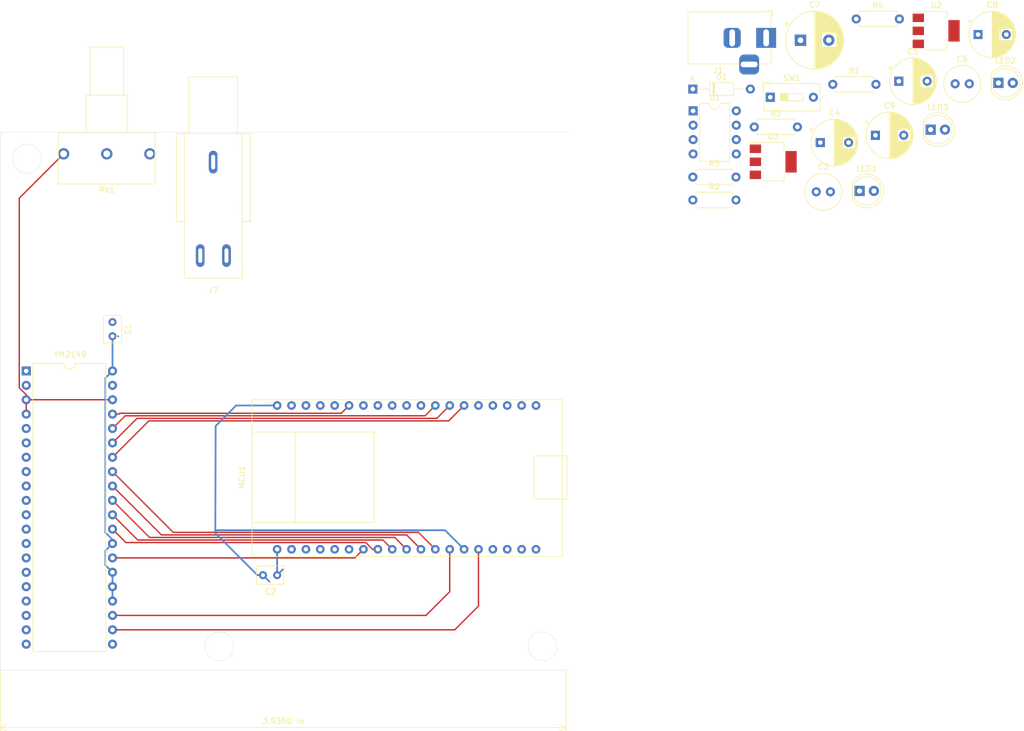
<source format=kicad_pcb>
(kicad_pcb (version 20171130) (host pcbnew "(5.1.5)-3")

  (general
    (thickness 1.6)
    (drawings 7)
    (tracks 73)
    (zones 0)
    (modules 27)
    (nets 72)
  )

  (page A4)
  (layers
    (0 F.Cu signal)
    (31 B.Cu signal)
    (32 B.Adhes user)
    (33 F.Adhes user)
    (34 B.Paste user)
    (35 F.Paste user)
    (36 B.SilkS user)
    (37 F.SilkS user)
    (38 B.Mask user)
    (39 F.Mask user)
    (40 Dwgs.User user)
    (41 Cmts.User user)
    (42 Eco1.User user)
    (43 Eco2.User user)
    (44 Edge.Cuts user)
    (45 Margin user)
    (46 B.CrtYd user)
    (47 F.CrtYd user)
    (48 B.Fab user)
    (49 F.Fab user)
  )

  (setup
    (last_trace_width 0.25)
    (user_trace_width 1)
    (user_trace_width 2)
    (trace_clearance 0.2)
    (zone_clearance 0.508)
    (zone_45_only yes)
    (trace_min 0.2)
    (via_size 0.8)
    (via_drill 0.4)
    (via_min_size 0.4)
    (via_min_drill 0.3)
    (uvia_size 0.3)
    (uvia_drill 0.1)
    (uvias_allowed no)
    (uvia_min_size 0.2)
    (uvia_min_drill 0.1)
    (edge_width 0.05)
    (segment_width 0.2)
    (pcb_text_width 0.3)
    (pcb_text_size 1.5 1.5)
    (mod_edge_width 0.12)
    (mod_text_size 1 1)
    (mod_text_width 0.15)
    (pad_size 1.524 1.524)
    (pad_drill 0.762)
    (pad_to_mask_clearance 0.051)
    (solder_mask_min_width 0.25)
    (aux_axis_origin 0 0)
    (visible_elements 7FFFFFFF)
    (pcbplotparams
      (layerselection 0x010fc_ffffffff)
      (usegerberextensions false)
      (usegerberattributes false)
      (usegerberadvancedattributes false)
      (creategerberjobfile false)
      (excludeedgelayer true)
      (linewidth 0.100000)
      (plotframeref false)
      (viasonmask false)
      (mode 1)
      (useauxorigin false)
      (hpglpennumber 1)
      (hpglpenspeed 20)
      (hpglpendiameter 15.000000)
      (psnegative false)
      (psa4output false)
      (plotreference true)
      (plotvalue true)
      (plotinvisibletext false)
      (padsonsilk false)
      (subtractmaskfromsilk false)
      (outputformat 1)
      (mirror false)
      (drillshape 0)
      (scaleselection 1)
      (outputdirectory "gerber/"))
  )

  (net 0 "")
  (net 1 GNDREF)
  (net 2 +5V)
  (net 3 "Net-(MCU1-Pad2)")
  (net 4 "Net-(MCU1-Pad19)")
  (net 5 "Net-(MCU1-Pad3)")
  (net 6 "Net-(MCU1-Pad4)")
  (net 7 "Net-(MCU1-Pad5)")
  (net 8 "Net-(MCU1-Pad6)")
  (net 9 DA7)
  (net 10 DA6)
  (net 11 DA5)
  (net 12 DA4)
  (net 13 BDIR)
  (net 14 BC1)
  (net 15 "Net-(MCU1-Pad16)")
  (net 16 "Net-(MCU1-Pad17)")
  (net 17 "Net-(MCU1-Pad18)")
  (net 18 "Net-(MCU1-Pad21)")
  (net 19 "Net-(MCU1-Pad22)")
  (net 20 "Net-(MCU1-Pad23)")
  (net 21 "Net-(MCU1-Pad24)")
  (net 22 DA3)
  (net 23 "Net-(MCU1-Pad27)")
  (net 24 "Net-(MCU1-Pad28)")
  (net 25 "Net-(MCU1-Pad29)")
  (net 26 DA2)
  (net 27 DA1)
  (net 28 DA0)
  (net 29 RESET)
  (net 30 CLOCK)
  (net 31 "Net-(MCU1-Pad37)")
  (net 32 "Net-(MCU1-Pad38)")
  (net 33 "Net-(YM2149-Pad21)")
  (net 34 "Net-(YM2149-Pad2)")
  (net 35 "Net-(YM2149-Pad5)")
  (net 36 "Net-(YM2149-Pad6)")
  (net 37 "Net-(YM2149-Pad7)")
  (net 38 "Net-(YM2149-Pad8)")
  (net 39 "Net-(YM2149-Pad9)")
  (net 40 "Net-(YM2149-Pad10)")
  (net 41 "Net-(YM2149-Pad11)")
  (net 42 "Net-(YM2149-Pad12)")
  (net 43 "Net-(YM2149-Pad13)")
  (net 44 "Net-(YM2149-Pad14)")
  (net 45 "Net-(YM2149-Pad15)")
  (net 46 "Net-(YM2149-Pad16)")
  (net 47 "Net-(YM2149-Pad17)")
  (net 48 "Net-(YM2149-Pad18)")
  (net 49 "Net-(YM2149-Pad19)")
  (net 50 "Net-(YM2149-Pad39)")
  (net 51 "Net-(YM2149-Pad20)")
  (net 52 +3.3V)
  (net 53 "Net-(MCU1-Pad34)")
  (net 54 "Net-(MCU1-Pad30)")
  (net 55 "Net-(MCU1-Pad26)")
  (net 56 "Net-(MCU1-Pad36)")
  (net 57 "Net-(MCU1-Pad35)")
  (net 58 "Net-(C4-Pad1)")
  (net 59 "Net-(C5-Pad2)")
  (net 60 "Net-(C5-Pad1)")
  (net 61 "Net-(C6-Pad1)")
  (net 62 "Net-(C7-Pad1)")
  (net 63 "Net-(D1-Pad2)")
  (net 64 "Net-(J1-Pad1)")
  (net 65 "Net-(J7-PadR)")
  (net 66 "Net-(LED1-Pad2)")
  (net 67 "Net-(LED2-Pad2)")
  (net 68 "Net-(LED3-Pad2)")
  (net 69 "Net-(R1-Pad1)")
  (net 70 RV_AUDIO)
  (net 71 /RAWAUDIO)

  (net_class Default "Dies ist die voreingestellte Netzklasse."
    (clearance 0.2)
    (trace_width 0.25)
    (via_dia 0.8)
    (via_drill 0.4)
    (uvia_dia 0.3)
    (uvia_drill 0.1)
    (add_net /RAWAUDIO)
    (add_net BC1)
    (add_net BDIR)
    (add_net CLOCK)
    (add_net DA0)
    (add_net DA1)
    (add_net DA2)
    (add_net DA3)
    (add_net DA4)
    (add_net DA5)
    (add_net DA6)
    (add_net DA7)
    (add_net "Net-(C4-Pad1)")
    (add_net "Net-(C5-Pad1)")
    (add_net "Net-(C5-Pad2)")
    (add_net "Net-(C6-Pad1)")
    (add_net "Net-(C7-Pad1)")
    (add_net "Net-(D1-Pad2)")
    (add_net "Net-(J1-Pad1)")
    (add_net "Net-(J7-PadR)")
    (add_net "Net-(LED1-Pad2)")
    (add_net "Net-(LED2-Pad2)")
    (add_net "Net-(LED3-Pad2)")
    (add_net "Net-(MCU1-Pad16)")
    (add_net "Net-(MCU1-Pad17)")
    (add_net "Net-(MCU1-Pad18)")
    (add_net "Net-(MCU1-Pad19)")
    (add_net "Net-(MCU1-Pad2)")
    (add_net "Net-(MCU1-Pad21)")
    (add_net "Net-(MCU1-Pad22)")
    (add_net "Net-(MCU1-Pad23)")
    (add_net "Net-(MCU1-Pad24)")
    (add_net "Net-(MCU1-Pad26)")
    (add_net "Net-(MCU1-Pad27)")
    (add_net "Net-(MCU1-Pad28)")
    (add_net "Net-(MCU1-Pad29)")
    (add_net "Net-(MCU1-Pad3)")
    (add_net "Net-(MCU1-Pad30)")
    (add_net "Net-(MCU1-Pad34)")
    (add_net "Net-(MCU1-Pad35)")
    (add_net "Net-(MCU1-Pad36)")
    (add_net "Net-(MCU1-Pad37)")
    (add_net "Net-(MCU1-Pad38)")
    (add_net "Net-(MCU1-Pad4)")
    (add_net "Net-(MCU1-Pad5)")
    (add_net "Net-(MCU1-Pad6)")
    (add_net "Net-(R1-Pad1)")
    (add_net "Net-(YM2149-Pad10)")
    (add_net "Net-(YM2149-Pad11)")
    (add_net "Net-(YM2149-Pad12)")
    (add_net "Net-(YM2149-Pad13)")
    (add_net "Net-(YM2149-Pad14)")
    (add_net "Net-(YM2149-Pad15)")
    (add_net "Net-(YM2149-Pad16)")
    (add_net "Net-(YM2149-Pad17)")
    (add_net "Net-(YM2149-Pad18)")
    (add_net "Net-(YM2149-Pad19)")
    (add_net "Net-(YM2149-Pad2)")
    (add_net "Net-(YM2149-Pad20)")
    (add_net "Net-(YM2149-Pad21)")
    (add_net "Net-(YM2149-Pad39)")
    (add_net "Net-(YM2149-Pad5)")
    (add_net "Net-(YM2149-Pad6)")
    (add_net "Net-(YM2149-Pad7)")
    (add_net "Net-(YM2149-Pad8)")
    (add_net "Net-(YM2149-Pad9)")
    (add_net RESET)
    (add_net RV_AUDIO)
  )

  (net_class Power ""
    (clearance 0.3)
    (trace_width 0.3)
    (via_dia 1)
    (via_drill 0.5)
    (uvia_dia 0.3)
    (uvia_drill 0.1)
    (add_net +3.3V)
    (add_net +5V)
    (add_net GNDREF)
  )

  (module "dl1xy:ALPHA POT 16 RV16" (layer F.Cu) (tedit 5E9D7FD3) (tstamp 5E9DE5FB)
    (at 132.588 46.863 180)
    (path /5EA0E398)
    (fp_text reference RV1 (at 0 -1.397) (layer F.SilkS)
      (effects (font (size 1 1) (thickness 0.15)))
    )
    (fp_text value "10 kOhm" (at 0 -3.175) (layer F.Fab)
      (effects (font (size 1 1) (thickness 0.15)))
    )
    (fp_line (start 2.9845 23.8125) (end 2.9845 15.3035) (layer F.SilkS) (width 0.12))
    (fp_line (start -2.9845 23.8125) (end 2.9845 23.8125) (layer F.SilkS) (width 0.12))
    (fp_line (start -8.509 -0.381) (end 8.509 -0.381) (layer F.SilkS) (width 0.12))
    (fp_line (start 8.509 -0.381) (end 8.509 8.763) (layer F.SilkS) (width 0.12))
    (fp_line (start 8.509 8.763) (end -8.509 8.763) (layer F.SilkS) (width 0.12))
    (fp_line (start -8.509 8.763) (end -8.509 -0.381) (layer F.SilkS) (width 0.12))
    (fp_line (start -3.6195 8.763) (end -3.6195 15.3035) (layer F.SilkS) (width 0.12))
    (fp_line (start -3.6195 15.3035) (end 3.6195 15.3035) (layer F.SilkS) (width 0.12))
    (fp_line (start 3.6195 15.3035) (end 3.6195 8.763) (layer F.SilkS) (width 0.12))
    (fp_line (start -2.9845 15.3035) (end -2.9845 23.8125) (layer F.SilkS) (width 0.12))
    (pad 1 thru_hole circle (at -7.62 4.953 180) (size 2 2) (drill 1.2) (layers *.Cu *.Mask)
      (net 1 GNDREF))
    (pad 2 thru_hole circle (at 0 4.953 180) (size 2 2) (drill 1.2) (layers *.Cu *.Mask)
      (net 70 RV_AUDIO))
    (pad 3 thru_hole circle (at 7.62 4.953 180) (size 2 2) (drill 1.2) (layers *.Cu *.Mask)
      (net 71 /RAWAUDIO))
  )

  (module Package_TO_SOT_SMD:SOT-223-3_TabPin2 (layer F.Cu) (tedit 5A02FF57) (tstamp 5EA89D61)
    (at 250.3116 43.3156)
    (descr "module CMS SOT223 4 pins")
    (tags "CMS SOT")
    (path /5EB06485)
    (attr smd)
    (fp_text reference U3 (at 0 -4.5) (layer F.SilkS)
      (effects (font (size 1 1) (thickness 0.15)))
    )
    (fp_text value AMS1117-3.3 (at 0 4.5) (layer F.Fab)
      (effects (font (size 1 1) (thickness 0.15)))
    )
    (fp_line (start 1.85 -3.35) (end 1.85 3.35) (layer F.Fab) (width 0.1))
    (fp_line (start -1.85 3.35) (end 1.85 3.35) (layer F.Fab) (width 0.1))
    (fp_line (start -4.1 -3.41) (end 1.91 -3.41) (layer F.SilkS) (width 0.12))
    (fp_line (start -0.85 -3.35) (end 1.85 -3.35) (layer F.Fab) (width 0.1))
    (fp_line (start -1.85 3.41) (end 1.91 3.41) (layer F.SilkS) (width 0.12))
    (fp_line (start -1.85 -2.35) (end -1.85 3.35) (layer F.Fab) (width 0.1))
    (fp_line (start -1.85 -2.35) (end -0.85 -3.35) (layer F.Fab) (width 0.1))
    (fp_line (start -4.4 -3.6) (end -4.4 3.6) (layer F.CrtYd) (width 0.05))
    (fp_line (start -4.4 3.6) (end 4.4 3.6) (layer F.CrtYd) (width 0.05))
    (fp_line (start 4.4 3.6) (end 4.4 -3.6) (layer F.CrtYd) (width 0.05))
    (fp_line (start 4.4 -3.6) (end -4.4 -3.6) (layer F.CrtYd) (width 0.05))
    (fp_line (start 1.91 -3.41) (end 1.91 -2.15) (layer F.SilkS) (width 0.12))
    (fp_line (start 1.91 3.41) (end 1.91 2.15) (layer F.SilkS) (width 0.12))
    (fp_text user %R (at 0 0 90) (layer F.Fab)
      (effects (font (size 0.8 0.8) (thickness 0.12)))
    )
    (pad 1 smd rect (at -3.15 -2.3) (size 2 1.5) (layers F.Cu F.Paste F.Mask)
      (net 1 GNDREF))
    (pad 3 smd rect (at -3.15 2.3) (size 2 1.5) (layers F.Cu F.Paste F.Mask)
      (net 62 "Net-(C7-Pad1)"))
    (pad 2 smd rect (at -3.15 0) (size 2 1.5) (layers F.Cu F.Paste F.Mask)
      (net 52 +3.3V))
    (pad 2 smd rect (at 3.15 0) (size 2 3.8) (layers F.Cu F.Paste F.Mask)
      (net 52 +3.3V))
    (model ${KISYS3DMOD}/Package_TO_SOT_SMD.3dshapes/SOT-223.wrl
      (at (xyz 0 0 0))
      (scale (xyz 1 1 1))
      (rotate (xyz 0 0 0))
    )
  )

  (module Package_TO_SOT_SMD:SOT-223-3_TabPin2 (layer F.Cu) (tedit 5A02FF57) (tstamp 5EA89D4B)
    (at 279.0916 20.1856)
    (descr "module CMS SOT223 4 pins")
    (tags "CMS SOT")
    (path /5EB04AF9)
    (attr smd)
    (fp_text reference U2 (at 0 -4.5) (layer F.SilkS)
      (effects (font (size 1 1) (thickness 0.15)))
    )
    (fp_text value AMS1117-5.0 (at 0 4.5) (layer F.Fab)
      (effects (font (size 1 1) (thickness 0.15)))
    )
    (fp_line (start 1.85 -3.35) (end 1.85 3.35) (layer F.Fab) (width 0.1))
    (fp_line (start -1.85 3.35) (end 1.85 3.35) (layer F.Fab) (width 0.1))
    (fp_line (start -4.1 -3.41) (end 1.91 -3.41) (layer F.SilkS) (width 0.12))
    (fp_line (start -0.85 -3.35) (end 1.85 -3.35) (layer F.Fab) (width 0.1))
    (fp_line (start -1.85 3.41) (end 1.91 3.41) (layer F.SilkS) (width 0.12))
    (fp_line (start -1.85 -2.35) (end -1.85 3.35) (layer F.Fab) (width 0.1))
    (fp_line (start -1.85 -2.35) (end -0.85 -3.35) (layer F.Fab) (width 0.1))
    (fp_line (start -4.4 -3.6) (end -4.4 3.6) (layer F.CrtYd) (width 0.05))
    (fp_line (start -4.4 3.6) (end 4.4 3.6) (layer F.CrtYd) (width 0.05))
    (fp_line (start 4.4 3.6) (end 4.4 -3.6) (layer F.CrtYd) (width 0.05))
    (fp_line (start 4.4 -3.6) (end -4.4 -3.6) (layer F.CrtYd) (width 0.05))
    (fp_line (start 1.91 -3.41) (end 1.91 -2.15) (layer F.SilkS) (width 0.12))
    (fp_line (start 1.91 3.41) (end 1.91 2.15) (layer F.SilkS) (width 0.12))
    (fp_text user %R (at 0 0 90) (layer F.Fab)
      (effects (font (size 0.8 0.8) (thickness 0.12)))
    )
    (pad 1 smd rect (at -3.15 -2.3) (size 2 1.5) (layers F.Cu F.Paste F.Mask)
      (net 1 GNDREF))
    (pad 3 smd rect (at -3.15 2.3) (size 2 1.5) (layers F.Cu F.Paste F.Mask)
      (net 62 "Net-(C7-Pad1)"))
    (pad 2 smd rect (at -3.15 0) (size 2 1.5) (layers F.Cu F.Paste F.Mask)
      (net 2 +5V))
    (pad 2 smd rect (at 3.15 0) (size 2 3.8) (layers F.Cu F.Paste F.Mask)
      (net 2 +5V))
    (model ${KISYS3DMOD}/Package_TO_SOT_SMD.3dshapes/SOT-223.wrl
      (at (xyz 0 0 0))
      (scale (xyz 1 1 1))
      (rotate (xyz 0 0 0))
    )
  )

  (module Package_DIP:DIP-8_W7.62mm (layer F.Cu) (tedit 5A02E8C5) (tstamp 5EA89D35)
    (at 236.1616 34.3156)
    (descr "8-lead though-hole mounted DIP package, row spacing 7.62 mm (300 mils)")
    (tags "THT DIP DIL PDIP 2.54mm 7.62mm 300mil")
    (path /5EA9A7A2)
    (fp_text reference U1 (at 3.81 -2.33) (layer F.SilkS)
      (effects (font (size 1 1) (thickness 0.15)))
    )
    (fp_text value LM386 (at 3.81 9.95) (layer F.Fab)
      (effects (font (size 1 1) (thickness 0.15)))
    )
    (fp_text user %R (at 3.81 3.81) (layer F.Fab)
      (effects (font (size 1 1) (thickness 0.15)))
    )
    (fp_line (start 8.7 -1.55) (end -1.1 -1.55) (layer F.CrtYd) (width 0.05))
    (fp_line (start 8.7 9.15) (end 8.7 -1.55) (layer F.CrtYd) (width 0.05))
    (fp_line (start -1.1 9.15) (end 8.7 9.15) (layer F.CrtYd) (width 0.05))
    (fp_line (start -1.1 -1.55) (end -1.1 9.15) (layer F.CrtYd) (width 0.05))
    (fp_line (start 6.46 -1.33) (end 4.81 -1.33) (layer F.SilkS) (width 0.12))
    (fp_line (start 6.46 8.95) (end 6.46 -1.33) (layer F.SilkS) (width 0.12))
    (fp_line (start 1.16 8.95) (end 6.46 8.95) (layer F.SilkS) (width 0.12))
    (fp_line (start 1.16 -1.33) (end 1.16 8.95) (layer F.SilkS) (width 0.12))
    (fp_line (start 2.81 -1.33) (end 1.16 -1.33) (layer F.SilkS) (width 0.12))
    (fp_line (start 0.635 -0.27) (end 1.635 -1.27) (layer F.Fab) (width 0.1))
    (fp_line (start 0.635 8.89) (end 0.635 -0.27) (layer F.Fab) (width 0.1))
    (fp_line (start 6.985 8.89) (end 0.635 8.89) (layer F.Fab) (width 0.1))
    (fp_line (start 6.985 -1.27) (end 6.985 8.89) (layer F.Fab) (width 0.1))
    (fp_line (start 1.635 -1.27) (end 6.985 -1.27) (layer F.Fab) (width 0.1))
    (fp_arc (start 3.81 -1.33) (end 2.81 -1.33) (angle -180) (layer F.SilkS) (width 0.12))
    (pad 8 thru_hole oval (at 7.62 0) (size 1.6 1.6) (drill 0.8) (layers *.Cu *.Mask)
      (net 59 "Net-(C5-Pad2)"))
    (pad 4 thru_hole oval (at 0 7.62) (size 1.6 1.6) (drill 0.8) (layers *.Cu *.Mask)
      (net 1 GNDREF))
    (pad 7 thru_hole oval (at 7.62 2.54) (size 1.6 1.6) (drill 0.8) (layers *.Cu *.Mask)
      (net 58 "Net-(C4-Pad1)"))
    (pad 3 thru_hole oval (at 0 5.08) (size 1.6 1.6) (drill 0.8) (layers *.Cu *.Mask)
      (net 70 RV_AUDIO))
    (pad 6 thru_hole oval (at 7.62 5.08) (size 1.6 1.6) (drill 0.8) (layers *.Cu *.Mask)
      (net 2 +5V))
    (pad 2 thru_hole oval (at 0 2.54) (size 1.6 1.6) (drill 0.8) (layers *.Cu *.Mask)
      (net 1 GNDREF))
    (pad 5 thru_hole oval (at 7.62 7.62) (size 1.6 1.6) (drill 0.8) (layers *.Cu *.Mask)
      (net 65 "Net-(J7-PadR)"))
    (pad 1 thru_hole rect (at 0 0) (size 1.6 1.6) (drill 0.8) (layers *.Cu *.Mask)
      (net 69 "Net-(R1-Pad1)"))
    (model ${KISYS3DMOD}/Package_DIP.3dshapes/DIP-8_W7.62mm.wrl
      (at (xyz 0 0 0))
      (scale (xyz 1 1 1))
      (rotate (xyz 0 0 0))
    )
  )

  (module Button_Switch_THT:SW_DIP_SPSTx01_Slide_9.78x4.72mm_W7.62mm_P2.54mm (layer F.Cu) (tedit 5A4E1404) (tstamp 5EA89D19)
    (at 249.7866 31.9156)
    (descr "1x-dip-switch SPST , Slide, row spacing 7.62 mm (300 mils), body size 9.78x4.72mm (see e.g. https://www.ctscorp.com/wp-content/uploads/206-208.pdf)")
    (tags "DIP Switch SPST Slide 7.62mm 300mil")
    (path /5EAFA7EE)
    (fp_text reference SW1 (at 3.81 -3.42) (layer F.SilkS)
      (effects (font (size 1 1) (thickness 0.15)))
    )
    (fp_text value SW_SPST (at 3.81 3.42) (layer F.Fab)
      (effects (font (size 1 1) (thickness 0.15)))
    )
    (fp_text user on (at 5.365 -1.4975) (layer F.Fab)
      (effects (font (size 0.6 0.6) (thickness 0.09)))
    )
    (fp_text user %R (at 7.27 0 90) (layer F.Fab)
      (effects (font (size 0.6 0.6) (thickness 0.09)))
    )
    (fp_line (start 8.95 -2.7) (end -1.35 -2.7) (layer F.CrtYd) (width 0.05))
    (fp_line (start 8.95 2.7) (end 8.95 -2.7) (layer F.CrtYd) (width 0.05))
    (fp_line (start -1.35 2.7) (end 8.95 2.7) (layer F.CrtYd) (width 0.05))
    (fp_line (start -1.35 -2.7) (end -1.35 2.7) (layer F.CrtYd) (width 0.05))
    (fp_line (start 3.133333 -0.635) (end 3.133333 0.635) (layer F.SilkS) (width 0.12))
    (fp_line (start 1.78 0.565) (end 3.133333 0.565) (layer F.SilkS) (width 0.12))
    (fp_line (start 1.78 0.445) (end 3.133333 0.445) (layer F.SilkS) (width 0.12))
    (fp_line (start 1.78 0.325) (end 3.133333 0.325) (layer F.SilkS) (width 0.12))
    (fp_line (start 1.78 0.205) (end 3.133333 0.205) (layer F.SilkS) (width 0.12))
    (fp_line (start 1.78 0.085) (end 3.133333 0.085) (layer F.SilkS) (width 0.12))
    (fp_line (start 1.78 -0.035) (end 3.133333 -0.035) (layer F.SilkS) (width 0.12))
    (fp_line (start 1.78 -0.155) (end 3.133333 -0.155) (layer F.SilkS) (width 0.12))
    (fp_line (start 1.78 -0.275) (end 3.133333 -0.275) (layer F.SilkS) (width 0.12))
    (fp_line (start 1.78 -0.395) (end 3.133333 -0.395) (layer F.SilkS) (width 0.12))
    (fp_line (start 1.78 -0.515) (end 3.133333 -0.515) (layer F.SilkS) (width 0.12))
    (fp_line (start 5.84 -0.635) (end 1.78 -0.635) (layer F.SilkS) (width 0.12))
    (fp_line (start 5.84 0.635) (end 5.84 -0.635) (layer F.SilkS) (width 0.12))
    (fp_line (start 1.78 0.635) (end 5.84 0.635) (layer F.SilkS) (width 0.12))
    (fp_line (start 1.78 -0.635) (end 1.78 0.635) (layer F.SilkS) (width 0.12))
    (fp_line (start -1.38 -2.66) (end -1.38 -1.277) (layer F.SilkS) (width 0.12))
    (fp_line (start -1.38 -2.66) (end 0.004 -2.66) (layer F.SilkS) (width 0.12))
    (fp_line (start 8.76 -2.42) (end 8.76 2.42) (layer F.SilkS) (width 0.12))
    (fp_line (start -1.14 -2.42) (end -1.14 2.42) (layer F.SilkS) (width 0.12))
    (fp_line (start -1.14 2.42) (end 8.76 2.42) (layer F.SilkS) (width 0.12))
    (fp_line (start -1.14 -2.42) (end 8.76 -2.42) (layer F.SilkS) (width 0.12))
    (fp_line (start 3.133333 -0.635) (end 3.133333 0.635) (layer F.Fab) (width 0.1))
    (fp_line (start 1.78 0.565) (end 3.133333 0.565) (layer F.Fab) (width 0.1))
    (fp_line (start 1.78 0.465) (end 3.133333 0.465) (layer F.Fab) (width 0.1))
    (fp_line (start 1.78 0.365) (end 3.133333 0.365) (layer F.Fab) (width 0.1))
    (fp_line (start 1.78 0.265) (end 3.133333 0.265) (layer F.Fab) (width 0.1))
    (fp_line (start 1.78 0.165) (end 3.133333 0.165) (layer F.Fab) (width 0.1))
    (fp_line (start 1.78 0.065) (end 3.133333 0.065) (layer F.Fab) (width 0.1))
    (fp_line (start 1.78 -0.035) (end 3.133333 -0.035) (layer F.Fab) (width 0.1))
    (fp_line (start 1.78 -0.135) (end 3.133333 -0.135) (layer F.Fab) (width 0.1))
    (fp_line (start 1.78 -0.235) (end 3.133333 -0.235) (layer F.Fab) (width 0.1))
    (fp_line (start 1.78 -0.335) (end 3.133333 -0.335) (layer F.Fab) (width 0.1))
    (fp_line (start 1.78 -0.435) (end 3.133333 -0.435) (layer F.Fab) (width 0.1))
    (fp_line (start 1.78 -0.535) (end 3.133333 -0.535) (layer F.Fab) (width 0.1))
    (fp_line (start 5.84 -0.635) (end 1.78 -0.635) (layer F.Fab) (width 0.1))
    (fp_line (start 5.84 0.635) (end 5.84 -0.635) (layer F.Fab) (width 0.1))
    (fp_line (start 1.78 0.635) (end 5.84 0.635) (layer F.Fab) (width 0.1))
    (fp_line (start 1.78 -0.635) (end 1.78 0.635) (layer F.Fab) (width 0.1))
    (fp_line (start -1.08 -1.36) (end -0.08 -2.36) (layer F.Fab) (width 0.1))
    (fp_line (start -1.08 2.36) (end -1.08 -1.36) (layer F.Fab) (width 0.1))
    (fp_line (start 8.7 2.36) (end -1.08 2.36) (layer F.Fab) (width 0.1))
    (fp_line (start 8.7 -2.36) (end 8.7 2.36) (layer F.Fab) (width 0.1))
    (fp_line (start -0.08 -2.36) (end 8.7 -2.36) (layer F.Fab) (width 0.1))
    (pad 2 thru_hole oval (at 7.62 0) (size 1.6 1.6) (drill 0.8) (layers *.Cu *.Mask)
      (net 63 "Net-(D1-Pad2)"))
    (pad 1 thru_hole rect (at 0 0) (size 1.6 1.6) (drill 0.8) (layers *.Cu *.Mask)
      (net 64 "Net-(J1-Pad1)"))
    (model ${KISYS3DMOD}/Button_Switch_THT.3dshapes/SW_DIP_SPSTx01_Slide_9.78x4.72mm_W7.62mm_P2.54mm.wrl
      (at (xyz 0 0 0))
      (scale (xyz 1 1 1))
      (rotate (xyz 0 0 90))
    )
  )

  (module Resistor_THT:R_Axial_DIN0207_L6.3mm_D2.5mm_P7.62mm_Horizontal (layer F.Cu) (tedit 5AE5139B) (tstamp 5EA89CD2)
    (at 236.1116 46.0156)
    (descr "Resistor, Axial_DIN0207 series, Axial, Horizontal, pin pitch=7.62mm, 0.25W = 1/4W, length*diameter=6.3*2.5mm^2, http://cdn-reichelt.de/documents/datenblatt/B400/1_4W%23YAG.pdf")
    (tags "Resistor Axial_DIN0207 series Axial Horizontal pin pitch 7.62mm 0.25W = 1/4W length 6.3mm diameter 2.5mm")
    (path /5EB3D67B)
    (fp_text reference R5 (at 3.81 -2.37) (layer F.SilkS)
      (effects (font (size 1 1) (thickness 0.15)))
    )
    (fp_text value 220 (at 3.81 2.37) (layer F.Fab)
      (effects (font (size 1 1) (thickness 0.15)))
    )
    (fp_text user %R (at 3.81 0) (layer F.Fab)
      (effects (font (size 1 1) (thickness 0.15)))
    )
    (fp_line (start 8.67 -1.5) (end -1.05 -1.5) (layer F.CrtYd) (width 0.05))
    (fp_line (start 8.67 1.5) (end 8.67 -1.5) (layer F.CrtYd) (width 0.05))
    (fp_line (start -1.05 1.5) (end 8.67 1.5) (layer F.CrtYd) (width 0.05))
    (fp_line (start -1.05 -1.5) (end -1.05 1.5) (layer F.CrtYd) (width 0.05))
    (fp_line (start 7.08 1.37) (end 7.08 1.04) (layer F.SilkS) (width 0.12))
    (fp_line (start 0.54 1.37) (end 7.08 1.37) (layer F.SilkS) (width 0.12))
    (fp_line (start 0.54 1.04) (end 0.54 1.37) (layer F.SilkS) (width 0.12))
    (fp_line (start 7.08 -1.37) (end 7.08 -1.04) (layer F.SilkS) (width 0.12))
    (fp_line (start 0.54 -1.37) (end 7.08 -1.37) (layer F.SilkS) (width 0.12))
    (fp_line (start 0.54 -1.04) (end 0.54 -1.37) (layer F.SilkS) (width 0.12))
    (fp_line (start 7.62 0) (end 6.96 0) (layer F.Fab) (width 0.1))
    (fp_line (start 0 0) (end 0.66 0) (layer F.Fab) (width 0.1))
    (fp_line (start 6.96 -1.25) (end 0.66 -1.25) (layer F.Fab) (width 0.1))
    (fp_line (start 6.96 1.25) (end 6.96 -1.25) (layer F.Fab) (width 0.1))
    (fp_line (start 0.66 1.25) (end 6.96 1.25) (layer F.Fab) (width 0.1))
    (fp_line (start 0.66 -1.25) (end 0.66 1.25) (layer F.Fab) (width 0.1))
    (pad 2 thru_hole oval (at 7.62 0) (size 1.6 1.6) (drill 0.8) (layers *.Cu *.Mask)
      (net 67 "Net-(LED2-Pad2)"))
    (pad 1 thru_hole circle (at 0 0) (size 1.6 1.6) (drill 0.8) (layers *.Cu *.Mask)
      (net 52 +3.3V))
    (model ${KISYS3DMOD}/Resistor_THT.3dshapes/R_Axial_DIN0207_L6.3mm_D2.5mm_P7.62mm_Horizontal.wrl
      (at (xyz 0 0 0))
      (scale (xyz 1 1 1))
      (rotate (xyz 0 0 0))
    )
  )

  (module Resistor_THT:R_Axial_DIN0207_L6.3mm_D2.5mm_P7.62mm_Horizontal (layer F.Cu) (tedit 5AE5139B) (tstamp 5EA89CBB)
    (at 264.9716 18.0856)
    (descr "Resistor, Axial_DIN0207 series, Axial, Horizontal, pin pitch=7.62mm, 0.25W = 1/4W, length*diameter=6.3*2.5mm^2, http://cdn-reichelt.de/documents/datenblatt/B400/1_4W%23YAG.pdf")
    (tags "Resistor Axial_DIN0207 series Axial Horizontal pin pitch 7.62mm 0.25W = 1/4W length 6.3mm diameter 2.5mm")
    (path /5EB3C98E)
    (fp_text reference R4 (at 3.81 -2.37) (layer F.SilkS)
      (effects (font (size 1 1) (thickness 0.15)))
    )
    (fp_text value 520 (at 3.81 2.37) (layer F.Fab)
      (effects (font (size 1 1) (thickness 0.15)))
    )
    (fp_text user %R (at 3.81 0) (layer F.Fab)
      (effects (font (size 1 1) (thickness 0.15)))
    )
    (fp_line (start 8.67 -1.5) (end -1.05 -1.5) (layer F.CrtYd) (width 0.05))
    (fp_line (start 8.67 1.5) (end 8.67 -1.5) (layer F.CrtYd) (width 0.05))
    (fp_line (start -1.05 1.5) (end 8.67 1.5) (layer F.CrtYd) (width 0.05))
    (fp_line (start -1.05 -1.5) (end -1.05 1.5) (layer F.CrtYd) (width 0.05))
    (fp_line (start 7.08 1.37) (end 7.08 1.04) (layer F.SilkS) (width 0.12))
    (fp_line (start 0.54 1.37) (end 7.08 1.37) (layer F.SilkS) (width 0.12))
    (fp_line (start 0.54 1.04) (end 0.54 1.37) (layer F.SilkS) (width 0.12))
    (fp_line (start 7.08 -1.37) (end 7.08 -1.04) (layer F.SilkS) (width 0.12))
    (fp_line (start 0.54 -1.37) (end 7.08 -1.37) (layer F.SilkS) (width 0.12))
    (fp_line (start 0.54 -1.04) (end 0.54 -1.37) (layer F.SilkS) (width 0.12))
    (fp_line (start 7.62 0) (end 6.96 0) (layer F.Fab) (width 0.1))
    (fp_line (start 0 0) (end 0.66 0) (layer F.Fab) (width 0.1))
    (fp_line (start 6.96 -1.25) (end 0.66 -1.25) (layer F.Fab) (width 0.1))
    (fp_line (start 6.96 1.25) (end 6.96 -1.25) (layer F.Fab) (width 0.1))
    (fp_line (start 0.66 1.25) (end 6.96 1.25) (layer F.Fab) (width 0.1))
    (fp_line (start 0.66 -1.25) (end 0.66 1.25) (layer F.Fab) (width 0.1))
    (pad 2 thru_hole oval (at 7.62 0) (size 1.6 1.6) (drill 0.8) (layers *.Cu *.Mask)
      (net 68 "Net-(LED3-Pad2)"))
    (pad 1 thru_hole circle (at 0 0) (size 1.6 1.6) (drill 0.8) (layers *.Cu *.Mask)
      (net 2 +5V))
    (model ${KISYS3DMOD}/Resistor_THT.3dshapes/R_Axial_DIN0207_L6.3mm_D2.5mm_P7.62mm_Horizontal.wrl
      (at (xyz 0 0 0))
      (scale (xyz 1 1 1))
      (rotate (xyz 0 0 0))
    )
  )

  (module Resistor_THT:R_Axial_DIN0207_L6.3mm_D2.5mm_P7.62mm_Horizontal (layer F.Cu) (tedit 5AE5139B) (tstamp 5EA89CA4)
    (at 246.9616 37.1656)
    (descr "Resistor, Axial_DIN0207 series, Axial, Horizontal, pin pitch=7.62mm, 0.25W = 1/4W, length*diameter=6.3*2.5mm^2, http://cdn-reichelt.de/documents/datenblatt/B400/1_4W%23YAG.pdf")
    (tags "Resistor Axial_DIN0207 series Axial Horizontal pin pitch 7.62mm 0.25W = 1/4W length 6.3mm diameter 2.5mm")
    (path /5EB3B9CF)
    (fp_text reference R3 (at 3.81 -2.37) (layer F.SilkS)
      (effects (font (size 1 1) (thickness 0.15)))
    )
    (fp_text value 1k (at 3.81 2.37) (layer F.Fab)
      (effects (font (size 1 1) (thickness 0.15)))
    )
    (fp_text user %R (at 3.81 0) (layer F.Fab)
      (effects (font (size 1 1) (thickness 0.15)))
    )
    (fp_line (start 8.67 -1.5) (end -1.05 -1.5) (layer F.CrtYd) (width 0.05))
    (fp_line (start 8.67 1.5) (end 8.67 -1.5) (layer F.CrtYd) (width 0.05))
    (fp_line (start -1.05 1.5) (end 8.67 1.5) (layer F.CrtYd) (width 0.05))
    (fp_line (start -1.05 -1.5) (end -1.05 1.5) (layer F.CrtYd) (width 0.05))
    (fp_line (start 7.08 1.37) (end 7.08 1.04) (layer F.SilkS) (width 0.12))
    (fp_line (start 0.54 1.37) (end 7.08 1.37) (layer F.SilkS) (width 0.12))
    (fp_line (start 0.54 1.04) (end 0.54 1.37) (layer F.SilkS) (width 0.12))
    (fp_line (start 7.08 -1.37) (end 7.08 -1.04) (layer F.SilkS) (width 0.12))
    (fp_line (start 0.54 -1.37) (end 7.08 -1.37) (layer F.SilkS) (width 0.12))
    (fp_line (start 0.54 -1.04) (end 0.54 -1.37) (layer F.SilkS) (width 0.12))
    (fp_line (start 7.62 0) (end 6.96 0) (layer F.Fab) (width 0.1))
    (fp_line (start 0 0) (end 0.66 0) (layer F.Fab) (width 0.1))
    (fp_line (start 6.96 -1.25) (end 0.66 -1.25) (layer F.Fab) (width 0.1))
    (fp_line (start 6.96 1.25) (end 6.96 -1.25) (layer F.Fab) (width 0.1))
    (fp_line (start 0.66 1.25) (end 6.96 1.25) (layer F.Fab) (width 0.1))
    (fp_line (start 0.66 -1.25) (end 0.66 1.25) (layer F.Fab) (width 0.1))
    (pad 2 thru_hole oval (at 7.62 0) (size 1.6 1.6) (drill 0.8) (layers *.Cu *.Mask)
      (net 66 "Net-(LED1-Pad2)"))
    (pad 1 thru_hole circle (at 0 0) (size 1.6 1.6) (drill 0.8) (layers *.Cu *.Mask)
      (net 63 "Net-(D1-Pad2)"))
    (model ${KISYS3DMOD}/Resistor_THT.3dshapes/R_Axial_DIN0207_L6.3mm_D2.5mm_P7.62mm_Horizontal.wrl
      (at (xyz 0 0 0))
      (scale (xyz 1 1 1))
      (rotate (xyz 0 0 0))
    )
  )

  (module Resistor_THT:R_Axial_DIN0207_L6.3mm_D2.5mm_P7.62mm_Horizontal (layer F.Cu) (tedit 5AE5139B) (tstamp 5EA89C8D)
    (at 236.1116 50.0656)
    (descr "Resistor, Axial_DIN0207 series, Axial, Horizontal, pin pitch=7.62mm, 0.25W = 1/4W, length*diameter=6.3*2.5mm^2, http://cdn-reichelt.de/documents/datenblatt/B400/1_4W%23YAG.pdf")
    (tags "Resistor Axial_DIN0207 series Axial Horizontal pin pitch 7.62mm 0.25W = 1/4W length 6.3mm diameter 2.5mm")
    (path /5EAC5AD6)
    (fp_text reference R2 (at 3.81 -2.37) (layer F.SilkS)
      (effects (font (size 1 1) (thickness 0.15)))
    )
    (fp_text value 1.2K (at 3.81 2.37) (layer F.Fab)
      (effects (font (size 1 1) (thickness 0.15)))
    )
    (fp_text user %R (at 3.81 0) (layer F.Fab)
      (effects (font (size 1 1) (thickness 0.15)))
    )
    (fp_line (start 8.67 -1.5) (end -1.05 -1.5) (layer F.CrtYd) (width 0.05))
    (fp_line (start 8.67 1.5) (end 8.67 -1.5) (layer F.CrtYd) (width 0.05))
    (fp_line (start -1.05 1.5) (end 8.67 1.5) (layer F.CrtYd) (width 0.05))
    (fp_line (start -1.05 -1.5) (end -1.05 1.5) (layer F.CrtYd) (width 0.05))
    (fp_line (start 7.08 1.37) (end 7.08 1.04) (layer F.SilkS) (width 0.12))
    (fp_line (start 0.54 1.37) (end 7.08 1.37) (layer F.SilkS) (width 0.12))
    (fp_line (start 0.54 1.04) (end 0.54 1.37) (layer F.SilkS) (width 0.12))
    (fp_line (start 7.08 -1.37) (end 7.08 -1.04) (layer F.SilkS) (width 0.12))
    (fp_line (start 0.54 -1.37) (end 7.08 -1.37) (layer F.SilkS) (width 0.12))
    (fp_line (start 0.54 -1.04) (end 0.54 -1.37) (layer F.SilkS) (width 0.12))
    (fp_line (start 7.62 0) (end 6.96 0) (layer F.Fab) (width 0.1))
    (fp_line (start 0 0) (end 0.66 0) (layer F.Fab) (width 0.1))
    (fp_line (start 6.96 -1.25) (end 0.66 -1.25) (layer F.Fab) (width 0.1))
    (fp_line (start 6.96 1.25) (end 6.96 -1.25) (layer F.Fab) (width 0.1))
    (fp_line (start 0.66 1.25) (end 6.96 1.25) (layer F.Fab) (width 0.1))
    (fp_line (start 0.66 -1.25) (end 0.66 1.25) (layer F.Fab) (width 0.1))
    (pad 2 thru_hole oval (at 7.62 0) (size 1.6 1.6) (drill 0.8) (layers *.Cu *.Mask)
      (net 61 "Net-(C6-Pad1)"))
    (pad 1 thru_hole circle (at 0 0) (size 1.6 1.6) (drill 0.8) (layers *.Cu *.Mask)
      (net 65 "Net-(J7-PadR)"))
    (model ${KISYS3DMOD}/Resistor_THT.3dshapes/R_Axial_DIN0207_L6.3mm_D2.5mm_P7.62mm_Horizontal.wrl
      (at (xyz 0 0 0))
      (scale (xyz 1 1 1))
      (rotate (xyz 0 0 0))
    )
  )

  (module Resistor_THT:R_Axial_DIN0207_L6.3mm_D2.5mm_P7.62mm_Horizontal (layer F.Cu) (tedit 5AE5139B) (tstamp 5EA89C76)
    (at 260.8316 29.6356)
    (descr "Resistor, Axial_DIN0207 series, Axial, Horizontal, pin pitch=7.62mm, 0.25W = 1/4W, length*diameter=6.3*2.5mm^2, http://cdn-reichelt.de/documents/datenblatt/B400/1_4W%23YAG.pdf")
    (tags "Resistor Axial_DIN0207 series Axial Horizontal pin pitch 7.62mm 0.25W = 1/4W length 6.3mm diameter 2.5mm")
    (path /5EA9D6CB)
    (fp_text reference R1 (at 3.81 -2.37) (layer F.SilkS)
      (effects (font (size 1 1) (thickness 0.15)))
    )
    (fp_text value 1.2K (at 3.81 2.37) (layer F.Fab)
      (effects (font (size 1 1) (thickness 0.15)))
    )
    (fp_text user %R (at 3.81 0) (layer F.Fab)
      (effects (font (size 1 1) (thickness 0.15)))
    )
    (fp_line (start 8.67 -1.5) (end -1.05 -1.5) (layer F.CrtYd) (width 0.05))
    (fp_line (start 8.67 1.5) (end 8.67 -1.5) (layer F.CrtYd) (width 0.05))
    (fp_line (start -1.05 1.5) (end 8.67 1.5) (layer F.CrtYd) (width 0.05))
    (fp_line (start -1.05 -1.5) (end -1.05 1.5) (layer F.CrtYd) (width 0.05))
    (fp_line (start 7.08 1.37) (end 7.08 1.04) (layer F.SilkS) (width 0.12))
    (fp_line (start 0.54 1.37) (end 7.08 1.37) (layer F.SilkS) (width 0.12))
    (fp_line (start 0.54 1.04) (end 0.54 1.37) (layer F.SilkS) (width 0.12))
    (fp_line (start 7.08 -1.37) (end 7.08 -1.04) (layer F.SilkS) (width 0.12))
    (fp_line (start 0.54 -1.37) (end 7.08 -1.37) (layer F.SilkS) (width 0.12))
    (fp_line (start 0.54 -1.04) (end 0.54 -1.37) (layer F.SilkS) (width 0.12))
    (fp_line (start 7.62 0) (end 6.96 0) (layer F.Fab) (width 0.1))
    (fp_line (start 0 0) (end 0.66 0) (layer F.Fab) (width 0.1))
    (fp_line (start 6.96 -1.25) (end 0.66 -1.25) (layer F.Fab) (width 0.1))
    (fp_line (start 6.96 1.25) (end 6.96 -1.25) (layer F.Fab) (width 0.1))
    (fp_line (start 0.66 1.25) (end 6.96 1.25) (layer F.Fab) (width 0.1))
    (fp_line (start 0.66 -1.25) (end 0.66 1.25) (layer F.Fab) (width 0.1))
    (pad 2 thru_hole oval (at 7.62 0) (size 1.6 1.6) (drill 0.8) (layers *.Cu *.Mask)
      (net 60 "Net-(C5-Pad1)"))
    (pad 1 thru_hole circle (at 0 0) (size 1.6 1.6) (drill 0.8) (layers *.Cu *.Mask)
      (net 69 "Net-(R1-Pad1)"))
    (model ${KISYS3DMOD}/Resistor_THT.3dshapes/R_Axial_DIN0207_L6.3mm_D2.5mm_P7.62mm_Horizontal.wrl
      (at (xyz 0 0 0))
      (scale (xyz 1 1 1))
      (rotate (xyz 0 0 0))
    )
  )

  (module LED_THT:LED_D5.0mm (layer F.Cu) (tedit 5995936A) (tstamp 5EA89C28)
    (at 278.1116 37.6356)
    (descr "LED, diameter 5.0mm, 2 pins, http://cdn-reichelt.de/documents/datenblatt/A500/LL-504BC2E-009.pdf")
    (tags "LED diameter 5.0mm 2 pins")
    (path /5EAFD07B)
    (fp_text reference LED3 (at 1.27 -3.96) (layer F.SilkS)
      (effects (font (size 1 1) (thickness 0.15)))
    )
    (fp_text value 5V_LED (at 1.27 3.96) (layer F.Fab)
      (effects (font (size 1 1) (thickness 0.15)))
    )
    (fp_text user %R (at 1.25 0) (layer F.Fab)
      (effects (font (size 0.8 0.8) (thickness 0.2)))
    )
    (fp_line (start 4.5 -3.25) (end -1.95 -3.25) (layer F.CrtYd) (width 0.05))
    (fp_line (start 4.5 3.25) (end 4.5 -3.25) (layer F.CrtYd) (width 0.05))
    (fp_line (start -1.95 3.25) (end 4.5 3.25) (layer F.CrtYd) (width 0.05))
    (fp_line (start -1.95 -3.25) (end -1.95 3.25) (layer F.CrtYd) (width 0.05))
    (fp_line (start -1.29 -1.545) (end -1.29 1.545) (layer F.SilkS) (width 0.12))
    (fp_line (start -1.23 -1.469694) (end -1.23 1.469694) (layer F.Fab) (width 0.1))
    (fp_circle (center 1.27 0) (end 3.77 0) (layer F.SilkS) (width 0.12))
    (fp_circle (center 1.27 0) (end 3.77 0) (layer F.Fab) (width 0.1))
    (fp_arc (start 1.27 0) (end -1.29 1.54483) (angle -148.9) (layer F.SilkS) (width 0.12))
    (fp_arc (start 1.27 0) (end -1.29 -1.54483) (angle 148.9) (layer F.SilkS) (width 0.12))
    (fp_arc (start 1.27 0) (end -1.23 -1.469694) (angle 299.1) (layer F.Fab) (width 0.1))
    (pad 2 thru_hole circle (at 2.54 0) (size 1.8 1.8) (drill 0.9) (layers *.Cu *.Mask)
      (net 68 "Net-(LED3-Pad2)"))
    (pad 1 thru_hole rect (at 0 0) (size 1.8 1.8) (drill 0.9) (layers *.Cu *.Mask)
      (net 1 GNDREF))
    (model ${KISYS3DMOD}/LED_THT.3dshapes/LED_D5.0mm.wrl
      (at (xyz 0 0 0))
      (scale (xyz 1 1 1))
      (rotate (xyz 0 0 0))
    )
  )

  (module LED_THT:LED_D5.0mm (layer F.Cu) (tedit 5995936A) (tstamp 5EA89C16)
    (at 290.0916 29.3856)
    (descr "LED, diameter 5.0mm, 2 pins, http://cdn-reichelt.de/documents/datenblatt/A500/LL-504BC2E-009.pdf")
    (tags "LED diameter 5.0mm 2 pins")
    (path /5EAFD9A4)
    (fp_text reference LED2 (at 1.27 -3.96) (layer F.SilkS)
      (effects (font (size 1 1) (thickness 0.15)))
    )
    (fp_text value 3V3_LED (at 1.27 3.96) (layer F.Fab)
      (effects (font (size 1 1) (thickness 0.15)))
    )
    (fp_text user %R (at 1.25 0) (layer F.Fab)
      (effects (font (size 0.8 0.8) (thickness 0.2)))
    )
    (fp_line (start 4.5 -3.25) (end -1.95 -3.25) (layer F.CrtYd) (width 0.05))
    (fp_line (start 4.5 3.25) (end 4.5 -3.25) (layer F.CrtYd) (width 0.05))
    (fp_line (start -1.95 3.25) (end 4.5 3.25) (layer F.CrtYd) (width 0.05))
    (fp_line (start -1.95 -3.25) (end -1.95 3.25) (layer F.CrtYd) (width 0.05))
    (fp_line (start -1.29 -1.545) (end -1.29 1.545) (layer F.SilkS) (width 0.12))
    (fp_line (start -1.23 -1.469694) (end -1.23 1.469694) (layer F.Fab) (width 0.1))
    (fp_circle (center 1.27 0) (end 3.77 0) (layer F.SilkS) (width 0.12))
    (fp_circle (center 1.27 0) (end 3.77 0) (layer F.Fab) (width 0.1))
    (fp_arc (start 1.27 0) (end -1.29 1.54483) (angle -148.9) (layer F.SilkS) (width 0.12))
    (fp_arc (start 1.27 0) (end -1.29 -1.54483) (angle 148.9) (layer F.SilkS) (width 0.12))
    (fp_arc (start 1.27 0) (end -1.23 -1.469694) (angle 299.1) (layer F.Fab) (width 0.1))
    (pad 2 thru_hole circle (at 2.54 0) (size 1.8 1.8) (drill 0.9) (layers *.Cu *.Mask)
      (net 67 "Net-(LED2-Pad2)"))
    (pad 1 thru_hole rect (at 0 0) (size 1.8 1.8) (drill 0.9) (layers *.Cu *.Mask)
      (net 1 GNDREF))
    (model ${KISYS3DMOD}/LED_THT.3dshapes/LED_D5.0mm.wrl
      (at (xyz 0 0 0))
      (scale (xyz 1 1 1))
      (rotate (xyz 0 0 0))
    )
  )

  (module LED_THT:LED_D5.0mm (layer F.Cu) (tedit 5995936A) (tstamp 5EA89C04)
    (at 265.5616 48.4656)
    (descr "LED, diameter 5.0mm, 2 pins, http://cdn-reichelt.de/documents/datenblatt/A500/LL-504BC2E-009.pdf")
    (tags "LED diameter 5.0mm 2 pins")
    (path /5EAFC35A)
    (fp_text reference LED1 (at 1.27 -3.96) (layer F.SilkS)
      (effects (font (size 1 1) (thickness 0.15)))
    )
    (fp_text value POWER_LED (at 1.27 3.96) (layer F.Fab)
      (effects (font (size 1 1) (thickness 0.15)))
    )
    (fp_text user %R (at 1.25 0) (layer F.Fab)
      (effects (font (size 0.8 0.8) (thickness 0.2)))
    )
    (fp_line (start 4.5 -3.25) (end -1.95 -3.25) (layer F.CrtYd) (width 0.05))
    (fp_line (start 4.5 3.25) (end 4.5 -3.25) (layer F.CrtYd) (width 0.05))
    (fp_line (start -1.95 3.25) (end 4.5 3.25) (layer F.CrtYd) (width 0.05))
    (fp_line (start -1.95 -3.25) (end -1.95 3.25) (layer F.CrtYd) (width 0.05))
    (fp_line (start -1.29 -1.545) (end -1.29 1.545) (layer F.SilkS) (width 0.12))
    (fp_line (start -1.23 -1.469694) (end -1.23 1.469694) (layer F.Fab) (width 0.1))
    (fp_circle (center 1.27 0) (end 3.77 0) (layer F.SilkS) (width 0.12))
    (fp_circle (center 1.27 0) (end 3.77 0) (layer F.Fab) (width 0.1))
    (fp_arc (start 1.27 0) (end -1.29 1.54483) (angle -148.9) (layer F.SilkS) (width 0.12))
    (fp_arc (start 1.27 0) (end -1.29 -1.54483) (angle 148.9) (layer F.SilkS) (width 0.12))
    (fp_arc (start 1.27 0) (end -1.23 -1.469694) (angle 299.1) (layer F.Fab) (width 0.1))
    (pad 2 thru_hole circle (at 2.54 0) (size 1.8 1.8) (drill 0.9) (layers *.Cu *.Mask)
      (net 66 "Net-(LED1-Pad2)"))
    (pad 1 thru_hole rect (at 0 0) (size 1.8 1.8) (drill 0.9) (layers *.Cu *.Mask)
      (net 1 GNDREF))
    (model ${KISYS3DMOD}/LED_THT.3dshapes/LED_D5.0mm.wrl
      (at (xyz 0 0 0))
      (scale (xyz 1 1 1))
      (rotate (xyz 0 0 0))
    )
  )

  (module Connector_BarrelJack:BarrelJack_Horizontal (layer F.Cu) (tedit 5A1DBF6A) (tstamp 5EA89BDF)
    (at 249.0616 21.4206)
    (descr "DC Barrel Jack")
    (tags "Power Jack")
    (path /5EAF72B0)
    (fp_text reference J1 (at -8.45 5.75) (layer F.SilkS)
      (effects (font (size 1 1) (thickness 0.15)))
    )
    (fp_text value "9V DC" (at -6.2 -5.5) (layer F.Fab)
      (effects (font (size 1 1) (thickness 0.15)))
    )
    (fp_line (start 0 -4.5) (end -13.7 -4.5) (layer F.Fab) (width 0.1))
    (fp_line (start 0.8 4.5) (end 0.8 -3.75) (layer F.Fab) (width 0.1))
    (fp_line (start -13.7 4.5) (end 0.8 4.5) (layer F.Fab) (width 0.1))
    (fp_line (start -13.7 -4.5) (end -13.7 4.5) (layer F.Fab) (width 0.1))
    (fp_line (start -10.2 -4.5) (end -10.2 4.5) (layer F.Fab) (width 0.1))
    (fp_line (start 0.9 -4.6) (end 0.9 -2) (layer F.SilkS) (width 0.12))
    (fp_line (start -13.8 -4.6) (end 0.9 -4.6) (layer F.SilkS) (width 0.12))
    (fp_line (start 0.9 4.6) (end -1 4.6) (layer F.SilkS) (width 0.12))
    (fp_line (start 0.9 1.9) (end 0.9 4.6) (layer F.SilkS) (width 0.12))
    (fp_line (start -13.8 4.6) (end -13.8 -4.6) (layer F.SilkS) (width 0.12))
    (fp_line (start -5 4.6) (end -13.8 4.6) (layer F.SilkS) (width 0.12))
    (fp_line (start -14 4.75) (end -14 -4.75) (layer F.CrtYd) (width 0.05))
    (fp_line (start -5 4.75) (end -14 4.75) (layer F.CrtYd) (width 0.05))
    (fp_line (start -5 6.75) (end -5 4.75) (layer F.CrtYd) (width 0.05))
    (fp_line (start -1 6.75) (end -5 6.75) (layer F.CrtYd) (width 0.05))
    (fp_line (start -1 4.75) (end -1 6.75) (layer F.CrtYd) (width 0.05))
    (fp_line (start 1 4.75) (end -1 4.75) (layer F.CrtYd) (width 0.05))
    (fp_line (start 1 2) (end 1 4.75) (layer F.CrtYd) (width 0.05))
    (fp_line (start 2 2) (end 1 2) (layer F.CrtYd) (width 0.05))
    (fp_line (start 2 -2) (end 2 2) (layer F.CrtYd) (width 0.05))
    (fp_line (start 1 -2) (end 2 -2) (layer F.CrtYd) (width 0.05))
    (fp_line (start 1 -4.5) (end 1 -2) (layer F.CrtYd) (width 0.05))
    (fp_line (start 1 -4.75) (end -14 -4.75) (layer F.CrtYd) (width 0.05))
    (fp_line (start 1 -4.5) (end 1 -4.75) (layer F.CrtYd) (width 0.05))
    (fp_line (start 0.05 -4.8) (end 1.1 -4.8) (layer F.SilkS) (width 0.12))
    (fp_line (start 1.1 -3.75) (end 1.1 -4.8) (layer F.SilkS) (width 0.12))
    (fp_line (start -0.003213 -4.505425) (end 0.8 -3.75) (layer F.Fab) (width 0.1))
    (fp_text user %R (at -3 -2.95) (layer F.Fab)
      (effects (font (size 1 1) (thickness 0.15)))
    )
    (pad 3 thru_hole roundrect (at -3 4.7) (size 3.5 3.5) (drill oval 3 1) (layers *.Cu *.Mask) (roundrect_rratio 0.25))
    (pad 2 thru_hole roundrect (at -6 0) (size 3 3.5) (drill oval 1 3) (layers *.Cu *.Mask) (roundrect_rratio 0.25)
      (net 1 GNDREF))
    (pad 1 thru_hole rect (at 0 0) (size 3.5 3.5) (drill oval 1 3) (layers *.Cu *.Mask)
      (net 64 "Net-(J1-Pad1)"))
    (model ${KISYS3DMOD}/Connector_BarrelJack.3dshapes/BarrelJack_Horizontal.wrl
      (at (xyz 0 0 0))
      (scale (xyz 1 1 1))
      (rotate (xyz 0 0 0))
    )
  )

  (module Diode_THT:D_DO-35_SOD27_P10.16mm_Horizontal (layer F.Cu) (tedit 5AE50CD5) (tstamp 5EA89BBC)
    (at 236.1116 30.4656)
    (descr "Diode, DO-35_SOD27 series, Axial, Horizontal, pin pitch=10.16mm, , length*diameter=4*2mm^2, , http://www.diodes.com/_files/packages/DO-35.pdf")
    (tags "Diode DO-35_SOD27 series Axial Horizontal pin pitch 10.16mm  length 4mm diameter 2mm")
    (path /5EAFE8DC)
    (fp_text reference D1 (at 5.08 -2.12) (layer F.SilkS)
      (effects (font (size 1 1) (thickness 0.15)))
    )
    (fp_text value 1N5400 (at 5.08 2.12) (layer F.Fab)
      (effects (font (size 1 1) (thickness 0.15)))
    )
    (fp_text user K (at 0 -1.8) (layer F.SilkS)
      (effects (font (size 1 1) (thickness 0.15)))
    )
    (fp_text user K (at 0 -1.8) (layer F.Fab)
      (effects (font (size 1 1) (thickness 0.15)))
    )
    (fp_text user %R (at 5.38 0) (layer F.Fab)
      (effects (font (size 0.8 0.8) (thickness 0.12)))
    )
    (fp_line (start 11.21 -1.25) (end -1.05 -1.25) (layer F.CrtYd) (width 0.05))
    (fp_line (start 11.21 1.25) (end 11.21 -1.25) (layer F.CrtYd) (width 0.05))
    (fp_line (start -1.05 1.25) (end 11.21 1.25) (layer F.CrtYd) (width 0.05))
    (fp_line (start -1.05 -1.25) (end -1.05 1.25) (layer F.CrtYd) (width 0.05))
    (fp_line (start 3.56 -1.12) (end 3.56 1.12) (layer F.SilkS) (width 0.12))
    (fp_line (start 3.8 -1.12) (end 3.8 1.12) (layer F.SilkS) (width 0.12))
    (fp_line (start 3.68 -1.12) (end 3.68 1.12) (layer F.SilkS) (width 0.12))
    (fp_line (start 9.12 0) (end 7.2 0) (layer F.SilkS) (width 0.12))
    (fp_line (start 1.04 0) (end 2.96 0) (layer F.SilkS) (width 0.12))
    (fp_line (start 7.2 -1.12) (end 2.96 -1.12) (layer F.SilkS) (width 0.12))
    (fp_line (start 7.2 1.12) (end 7.2 -1.12) (layer F.SilkS) (width 0.12))
    (fp_line (start 2.96 1.12) (end 7.2 1.12) (layer F.SilkS) (width 0.12))
    (fp_line (start 2.96 -1.12) (end 2.96 1.12) (layer F.SilkS) (width 0.12))
    (fp_line (start 3.58 -1) (end 3.58 1) (layer F.Fab) (width 0.1))
    (fp_line (start 3.78 -1) (end 3.78 1) (layer F.Fab) (width 0.1))
    (fp_line (start 3.68 -1) (end 3.68 1) (layer F.Fab) (width 0.1))
    (fp_line (start 10.16 0) (end 7.08 0) (layer F.Fab) (width 0.1))
    (fp_line (start 0 0) (end 3.08 0) (layer F.Fab) (width 0.1))
    (fp_line (start 7.08 -1) (end 3.08 -1) (layer F.Fab) (width 0.1))
    (fp_line (start 7.08 1) (end 7.08 -1) (layer F.Fab) (width 0.1))
    (fp_line (start 3.08 1) (end 7.08 1) (layer F.Fab) (width 0.1))
    (fp_line (start 3.08 -1) (end 3.08 1) (layer F.Fab) (width 0.1))
    (pad 2 thru_hole oval (at 10.16 0) (size 1.6 1.6) (drill 0.8) (layers *.Cu *.Mask)
      (net 63 "Net-(D1-Pad2)"))
    (pad 1 thru_hole rect (at 0 0) (size 1.6 1.6) (drill 0.8) (layers *.Cu *.Mask)
      (net 62 "Net-(C7-Pad1)"))
    (model ${KISYS3DMOD}/Diode_THT.3dshapes/D_DO-35_SOD27_P10.16mm_Horizontal.wrl
      (at (xyz 0 0 0))
      (scale (xyz 1 1 1))
      (rotate (xyz 0 0 0))
    )
  )

  (module Capacitor_THT:CP_Radial_D8.0mm_P5.00mm (layer F.Cu) (tedit 5AE50EF0) (tstamp 5EA89B9D)
    (at 268.366298 38.6356)
    (descr "CP, Radial series, Radial, pin pitch=5.00mm, , diameter=8mm, Electrolytic Capacitor")
    (tags "CP Radial series Radial pin pitch 5.00mm  diameter 8mm Electrolytic Capacitor")
    (path /5EB02C1F)
    (fp_text reference C9 (at 2.5 -5.25) (layer F.SilkS)
      (effects (font (size 1 1) (thickness 0.15)))
    )
    (fp_text value 22uF (at 2.5 5.25) (layer F.Fab)
      (effects (font (size 1 1) (thickness 0.15)))
    )
    (fp_text user %R (at 2.5 0) (layer F.Fab)
      (effects (font (size 1 1) (thickness 0.15)))
    )
    (fp_line (start -1.509698 -2.715) (end -1.509698 -1.915) (layer F.SilkS) (width 0.12))
    (fp_line (start -1.909698 -2.315) (end -1.109698 -2.315) (layer F.SilkS) (width 0.12))
    (fp_line (start 6.581 -0.533) (end 6.581 0.533) (layer F.SilkS) (width 0.12))
    (fp_line (start 6.541 -0.768) (end 6.541 0.768) (layer F.SilkS) (width 0.12))
    (fp_line (start 6.501 -0.948) (end 6.501 0.948) (layer F.SilkS) (width 0.12))
    (fp_line (start 6.461 -1.098) (end 6.461 1.098) (layer F.SilkS) (width 0.12))
    (fp_line (start 6.421 -1.229) (end 6.421 1.229) (layer F.SilkS) (width 0.12))
    (fp_line (start 6.381 -1.346) (end 6.381 1.346) (layer F.SilkS) (width 0.12))
    (fp_line (start 6.341 -1.453) (end 6.341 1.453) (layer F.SilkS) (width 0.12))
    (fp_line (start 6.301 -1.552) (end 6.301 1.552) (layer F.SilkS) (width 0.12))
    (fp_line (start 6.261 -1.645) (end 6.261 1.645) (layer F.SilkS) (width 0.12))
    (fp_line (start 6.221 -1.731) (end 6.221 1.731) (layer F.SilkS) (width 0.12))
    (fp_line (start 6.181 -1.813) (end 6.181 1.813) (layer F.SilkS) (width 0.12))
    (fp_line (start 6.141 -1.89) (end 6.141 1.89) (layer F.SilkS) (width 0.12))
    (fp_line (start 6.101 -1.964) (end 6.101 1.964) (layer F.SilkS) (width 0.12))
    (fp_line (start 6.061 -2.034) (end 6.061 2.034) (layer F.SilkS) (width 0.12))
    (fp_line (start 6.021 1.04) (end 6.021 2.102) (layer F.SilkS) (width 0.12))
    (fp_line (start 6.021 -2.102) (end 6.021 -1.04) (layer F.SilkS) (width 0.12))
    (fp_line (start 5.981 1.04) (end 5.981 2.166) (layer F.SilkS) (width 0.12))
    (fp_line (start 5.981 -2.166) (end 5.981 -1.04) (layer F.SilkS) (width 0.12))
    (fp_line (start 5.941 1.04) (end 5.941 2.228) (layer F.SilkS) (width 0.12))
    (fp_line (start 5.941 -2.228) (end 5.941 -1.04) (layer F.SilkS) (width 0.12))
    (fp_line (start 5.901 1.04) (end 5.901 2.287) (layer F.SilkS) (width 0.12))
    (fp_line (start 5.901 -2.287) (end 5.901 -1.04) (layer F.SilkS) (width 0.12))
    (fp_line (start 5.861 1.04) (end 5.861 2.345) (layer F.SilkS) (width 0.12))
    (fp_line (start 5.861 -2.345) (end 5.861 -1.04) (layer F.SilkS) (width 0.12))
    (fp_line (start 5.821 1.04) (end 5.821 2.4) (layer F.SilkS) (width 0.12))
    (fp_line (start 5.821 -2.4) (end 5.821 -1.04) (layer F.SilkS) (width 0.12))
    (fp_line (start 5.781 1.04) (end 5.781 2.454) (layer F.SilkS) (width 0.12))
    (fp_line (start 5.781 -2.454) (end 5.781 -1.04) (layer F.SilkS) (width 0.12))
    (fp_line (start 5.741 1.04) (end 5.741 2.505) (layer F.SilkS) (width 0.12))
    (fp_line (start 5.741 -2.505) (end 5.741 -1.04) (layer F.SilkS) (width 0.12))
    (fp_line (start 5.701 1.04) (end 5.701 2.556) (layer F.SilkS) (width 0.12))
    (fp_line (start 5.701 -2.556) (end 5.701 -1.04) (layer F.SilkS) (width 0.12))
    (fp_line (start 5.661 1.04) (end 5.661 2.604) (layer F.SilkS) (width 0.12))
    (fp_line (start 5.661 -2.604) (end 5.661 -1.04) (layer F.SilkS) (width 0.12))
    (fp_line (start 5.621 1.04) (end 5.621 2.651) (layer F.SilkS) (width 0.12))
    (fp_line (start 5.621 -2.651) (end 5.621 -1.04) (layer F.SilkS) (width 0.12))
    (fp_line (start 5.581 1.04) (end 5.581 2.697) (layer F.SilkS) (width 0.12))
    (fp_line (start 5.581 -2.697) (end 5.581 -1.04) (layer F.SilkS) (width 0.12))
    (fp_line (start 5.541 1.04) (end 5.541 2.741) (layer F.SilkS) (width 0.12))
    (fp_line (start 5.541 -2.741) (end 5.541 -1.04) (layer F.SilkS) (width 0.12))
    (fp_line (start 5.501 1.04) (end 5.501 2.784) (layer F.SilkS) (width 0.12))
    (fp_line (start 5.501 -2.784) (end 5.501 -1.04) (layer F.SilkS) (width 0.12))
    (fp_line (start 5.461 1.04) (end 5.461 2.826) (layer F.SilkS) (width 0.12))
    (fp_line (start 5.461 -2.826) (end 5.461 -1.04) (layer F.SilkS) (width 0.12))
    (fp_line (start 5.421 1.04) (end 5.421 2.867) (layer F.SilkS) (width 0.12))
    (fp_line (start 5.421 -2.867) (end 5.421 -1.04) (layer F.SilkS) (width 0.12))
    (fp_line (start 5.381 1.04) (end 5.381 2.907) (layer F.SilkS) (width 0.12))
    (fp_line (start 5.381 -2.907) (end 5.381 -1.04) (layer F.SilkS) (width 0.12))
    (fp_line (start 5.341 1.04) (end 5.341 2.945) (layer F.SilkS) (width 0.12))
    (fp_line (start 5.341 -2.945) (end 5.341 -1.04) (layer F.SilkS) (width 0.12))
    (fp_line (start 5.301 1.04) (end 5.301 2.983) (layer F.SilkS) (width 0.12))
    (fp_line (start 5.301 -2.983) (end 5.301 -1.04) (layer F.SilkS) (width 0.12))
    (fp_line (start 5.261 1.04) (end 5.261 3.019) (layer F.SilkS) (width 0.12))
    (fp_line (start 5.261 -3.019) (end 5.261 -1.04) (layer F.SilkS) (width 0.12))
    (fp_line (start 5.221 1.04) (end 5.221 3.055) (layer F.SilkS) (width 0.12))
    (fp_line (start 5.221 -3.055) (end 5.221 -1.04) (layer F.SilkS) (width 0.12))
    (fp_line (start 5.181 1.04) (end 5.181 3.09) (layer F.SilkS) (width 0.12))
    (fp_line (start 5.181 -3.09) (end 5.181 -1.04) (layer F.SilkS) (width 0.12))
    (fp_line (start 5.141 1.04) (end 5.141 3.124) (layer F.SilkS) (width 0.12))
    (fp_line (start 5.141 -3.124) (end 5.141 -1.04) (layer F.SilkS) (width 0.12))
    (fp_line (start 5.101 1.04) (end 5.101 3.156) (layer F.SilkS) (width 0.12))
    (fp_line (start 5.101 -3.156) (end 5.101 -1.04) (layer F.SilkS) (width 0.12))
    (fp_line (start 5.061 1.04) (end 5.061 3.189) (layer F.SilkS) (width 0.12))
    (fp_line (start 5.061 -3.189) (end 5.061 -1.04) (layer F.SilkS) (width 0.12))
    (fp_line (start 5.021 1.04) (end 5.021 3.22) (layer F.SilkS) (width 0.12))
    (fp_line (start 5.021 -3.22) (end 5.021 -1.04) (layer F.SilkS) (width 0.12))
    (fp_line (start 4.981 1.04) (end 4.981 3.25) (layer F.SilkS) (width 0.12))
    (fp_line (start 4.981 -3.25) (end 4.981 -1.04) (layer F.SilkS) (width 0.12))
    (fp_line (start 4.941 1.04) (end 4.941 3.28) (layer F.SilkS) (width 0.12))
    (fp_line (start 4.941 -3.28) (end 4.941 -1.04) (layer F.SilkS) (width 0.12))
    (fp_line (start 4.901 1.04) (end 4.901 3.309) (layer F.SilkS) (width 0.12))
    (fp_line (start 4.901 -3.309) (end 4.901 -1.04) (layer F.SilkS) (width 0.12))
    (fp_line (start 4.861 1.04) (end 4.861 3.338) (layer F.SilkS) (width 0.12))
    (fp_line (start 4.861 -3.338) (end 4.861 -1.04) (layer F.SilkS) (width 0.12))
    (fp_line (start 4.821 1.04) (end 4.821 3.365) (layer F.SilkS) (width 0.12))
    (fp_line (start 4.821 -3.365) (end 4.821 -1.04) (layer F.SilkS) (width 0.12))
    (fp_line (start 4.781 1.04) (end 4.781 3.392) (layer F.SilkS) (width 0.12))
    (fp_line (start 4.781 -3.392) (end 4.781 -1.04) (layer F.SilkS) (width 0.12))
    (fp_line (start 4.741 1.04) (end 4.741 3.418) (layer F.SilkS) (width 0.12))
    (fp_line (start 4.741 -3.418) (end 4.741 -1.04) (layer F.SilkS) (width 0.12))
    (fp_line (start 4.701 1.04) (end 4.701 3.444) (layer F.SilkS) (width 0.12))
    (fp_line (start 4.701 -3.444) (end 4.701 -1.04) (layer F.SilkS) (width 0.12))
    (fp_line (start 4.661 1.04) (end 4.661 3.469) (layer F.SilkS) (width 0.12))
    (fp_line (start 4.661 -3.469) (end 4.661 -1.04) (layer F.SilkS) (width 0.12))
    (fp_line (start 4.621 1.04) (end 4.621 3.493) (layer F.SilkS) (width 0.12))
    (fp_line (start 4.621 -3.493) (end 4.621 -1.04) (layer F.SilkS) (width 0.12))
    (fp_line (start 4.581 1.04) (end 4.581 3.517) (layer F.SilkS) (width 0.12))
    (fp_line (start 4.581 -3.517) (end 4.581 -1.04) (layer F.SilkS) (width 0.12))
    (fp_line (start 4.541 1.04) (end 4.541 3.54) (layer F.SilkS) (width 0.12))
    (fp_line (start 4.541 -3.54) (end 4.541 -1.04) (layer F.SilkS) (width 0.12))
    (fp_line (start 4.501 1.04) (end 4.501 3.562) (layer F.SilkS) (width 0.12))
    (fp_line (start 4.501 -3.562) (end 4.501 -1.04) (layer F.SilkS) (width 0.12))
    (fp_line (start 4.461 1.04) (end 4.461 3.584) (layer F.SilkS) (width 0.12))
    (fp_line (start 4.461 -3.584) (end 4.461 -1.04) (layer F.SilkS) (width 0.12))
    (fp_line (start 4.421 1.04) (end 4.421 3.606) (layer F.SilkS) (width 0.12))
    (fp_line (start 4.421 -3.606) (end 4.421 -1.04) (layer F.SilkS) (width 0.12))
    (fp_line (start 4.381 1.04) (end 4.381 3.627) (layer F.SilkS) (width 0.12))
    (fp_line (start 4.381 -3.627) (end 4.381 -1.04) (layer F.SilkS) (width 0.12))
    (fp_line (start 4.341 1.04) (end 4.341 3.647) (layer F.SilkS) (width 0.12))
    (fp_line (start 4.341 -3.647) (end 4.341 -1.04) (layer F.SilkS) (width 0.12))
    (fp_line (start 4.301 1.04) (end 4.301 3.666) (layer F.SilkS) (width 0.12))
    (fp_line (start 4.301 -3.666) (end 4.301 -1.04) (layer F.SilkS) (width 0.12))
    (fp_line (start 4.261 1.04) (end 4.261 3.686) (layer F.SilkS) (width 0.12))
    (fp_line (start 4.261 -3.686) (end 4.261 -1.04) (layer F.SilkS) (width 0.12))
    (fp_line (start 4.221 1.04) (end 4.221 3.704) (layer F.SilkS) (width 0.12))
    (fp_line (start 4.221 -3.704) (end 4.221 -1.04) (layer F.SilkS) (width 0.12))
    (fp_line (start 4.181 1.04) (end 4.181 3.722) (layer F.SilkS) (width 0.12))
    (fp_line (start 4.181 -3.722) (end 4.181 -1.04) (layer F.SilkS) (width 0.12))
    (fp_line (start 4.141 1.04) (end 4.141 3.74) (layer F.SilkS) (width 0.12))
    (fp_line (start 4.141 -3.74) (end 4.141 -1.04) (layer F.SilkS) (width 0.12))
    (fp_line (start 4.101 1.04) (end 4.101 3.757) (layer F.SilkS) (width 0.12))
    (fp_line (start 4.101 -3.757) (end 4.101 -1.04) (layer F.SilkS) (width 0.12))
    (fp_line (start 4.061 1.04) (end 4.061 3.774) (layer F.SilkS) (width 0.12))
    (fp_line (start 4.061 -3.774) (end 4.061 -1.04) (layer F.SilkS) (width 0.12))
    (fp_line (start 4.021 1.04) (end 4.021 3.79) (layer F.SilkS) (width 0.12))
    (fp_line (start 4.021 -3.79) (end 4.021 -1.04) (layer F.SilkS) (width 0.12))
    (fp_line (start 3.981 1.04) (end 3.981 3.805) (layer F.SilkS) (width 0.12))
    (fp_line (start 3.981 -3.805) (end 3.981 -1.04) (layer F.SilkS) (width 0.12))
    (fp_line (start 3.941 -3.821) (end 3.941 3.821) (layer F.SilkS) (width 0.12))
    (fp_line (start 3.901 -3.835) (end 3.901 3.835) (layer F.SilkS) (width 0.12))
    (fp_line (start 3.861 -3.85) (end 3.861 3.85) (layer F.SilkS) (width 0.12))
    (fp_line (start 3.821 -3.863) (end 3.821 3.863) (layer F.SilkS) (width 0.12))
    (fp_line (start 3.781 -3.877) (end 3.781 3.877) (layer F.SilkS) (width 0.12))
    (fp_line (start 3.741 -3.889) (end 3.741 3.889) (layer F.SilkS) (width 0.12))
    (fp_line (start 3.701 -3.902) (end 3.701 3.902) (layer F.SilkS) (width 0.12))
    (fp_line (start 3.661 -3.914) (end 3.661 3.914) (layer F.SilkS) (width 0.12))
    (fp_line (start 3.621 -3.925) (end 3.621 3.925) (layer F.SilkS) (width 0.12))
    (fp_line (start 3.581 -3.936) (end 3.581 3.936) (layer F.SilkS) (width 0.12))
    (fp_line (start 3.541 -3.947) (end 3.541 3.947) (layer F.SilkS) (width 0.12))
    (fp_line (start 3.501 -3.957) (end 3.501 3.957) (layer F.SilkS) (width 0.12))
    (fp_line (start 3.461 -3.967) (end 3.461 3.967) (layer F.SilkS) (width 0.12))
    (fp_line (start 3.421 -3.976) (end 3.421 3.976) (layer F.SilkS) (width 0.12))
    (fp_line (start 3.381 -3.985) (end 3.381 3.985) (layer F.SilkS) (width 0.12))
    (fp_line (start 3.341 -3.994) (end 3.341 3.994) (layer F.SilkS) (width 0.12))
    (fp_line (start 3.301 -4.002) (end 3.301 4.002) (layer F.SilkS) (width 0.12))
    (fp_line (start 3.261 -4.01) (end 3.261 4.01) (layer F.SilkS) (width 0.12))
    (fp_line (start 3.221 -4.017) (end 3.221 4.017) (layer F.SilkS) (width 0.12))
    (fp_line (start 3.18 -4.024) (end 3.18 4.024) (layer F.SilkS) (width 0.12))
    (fp_line (start 3.14 -4.03) (end 3.14 4.03) (layer F.SilkS) (width 0.12))
    (fp_line (start 3.1 -4.037) (end 3.1 4.037) (layer F.SilkS) (width 0.12))
    (fp_line (start 3.06 -4.042) (end 3.06 4.042) (layer F.SilkS) (width 0.12))
    (fp_line (start 3.02 -4.048) (end 3.02 4.048) (layer F.SilkS) (width 0.12))
    (fp_line (start 2.98 -4.052) (end 2.98 4.052) (layer F.SilkS) (width 0.12))
    (fp_line (start 2.94 -4.057) (end 2.94 4.057) (layer F.SilkS) (width 0.12))
    (fp_line (start 2.9 -4.061) (end 2.9 4.061) (layer F.SilkS) (width 0.12))
    (fp_line (start 2.86 -4.065) (end 2.86 4.065) (layer F.SilkS) (width 0.12))
    (fp_line (start 2.82 -4.068) (end 2.82 4.068) (layer F.SilkS) (width 0.12))
    (fp_line (start 2.78 -4.071) (end 2.78 4.071) (layer F.SilkS) (width 0.12))
    (fp_line (start 2.74 -4.074) (end 2.74 4.074) (layer F.SilkS) (width 0.12))
    (fp_line (start 2.7 -4.076) (end 2.7 4.076) (layer F.SilkS) (width 0.12))
    (fp_line (start 2.66 -4.077) (end 2.66 4.077) (layer F.SilkS) (width 0.12))
    (fp_line (start 2.62 -4.079) (end 2.62 4.079) (layer F.SilkS) (width 0.12))
    (fp_line (start 2.58 -4.08) (end 2.58 4.08) (layer F.SilkS) (width 0.12))
    (fp_line (start 2.54 -4.08) (end 2.54 4.08) (layer F.SilkS) (width 0.12))
    (fp_line (start 2.5 -4.08) (end 2.5 4.08) (layer F.SilkS) (width 0.12))
    (fp_line (start -0.526759 -2.1475) (end -0.526759 -1.3475) (layer F.Fab) (width 0.1))
    (fp_line (start -0.926759 -1.7475) (end -0.126759 -1.7475) (layer F.Fab) (width 0.1))
    (fp_circle (center 2.5 0) (end 6.75 0) (layer F.CrtYd) (width 0.05))
    (fp_circle (center 2.5 0) (end 6.62 0) (layer F.SilkS) (width 0.12))
    (fp_circle (center 2.5 0) (end 6.5 0) (layer F.Fab) (width 0.1))
    (pad 2 thru_hole circle (at 5 0) (size 1.6 1.6) (drill 0.8) (layers *.Cu *.Mask)
      (net 1 GNDREF))
    (pad 1 thru_hole rect (at 0 0) (size 1.6 1.6) (drill 0.8) (layers *.Cu *.Mask)
      (net 52 +3.3V))
    (model ${KISYS3DMOD}/Capacitor_THT.3dshapes/CP_Radial_D8.0mm_P5.00mm.wrl
      (at (xyz 0 0 0))
      (scale (xyz 1 1 1))
      (rotate (xyz 0 0 0))
    )
  )

  (module Capacitor_THT:CP_Radial_D8.0mm_P5.00mm (layer F.Cu) (tedit 5AE50EF0) (tstamp 5EA89AF4)
    (at 286.486298 20.8356)
    (descr "CP, Radial series, Radial, pin pitch=5.00mm, , diameter=8mm, Electrolytic Capacitor")
    (tags "CP Radial series Radial pin pitch 5.00mm  diameter 8mm Electrolytic Capacitor")
    (path /5EB03C69)
    (fp_text reference C8 (at 2.5 -5.25) (layer F.SilkS)
      (effects (font (size 1 1) (thickness 0.15)))
    )
    (fp_text value 22uF (at 2.5 5.25) (layer F.Fab)
      (effects (font (size 1 1) (thickness 0.15)))
    )
    (fp_text user %R (at 2.5 0) (layer F.Fab)
      (effects (font (size 1 1) (thickness 0.15)))
    )
    (fp_line (start -1.509698 -2.715) (end -1.509698 -1.915) (layer F.SilkS) (width 0.12))
    (fp_line (start -1.909698 -2.315) (end -1.109698 -2.315) (layer F.SilkS) (width 0.12))
    (fp_line (start 6.581 -0.533) (end 6.581 0.533) (layer F.SilkS) (width 0.12))
    (fp_line (start 6.541 -0.768) (end 6.541 0.768) (layer F.SilkS) (width 0.12))
    (fp_line (start 6.501 -0.948) (end 6.501 0.948) (layer F.SilkS) (width 0.12))
    (fp_line (start 6.461 -1.098) (end 6.461 1.098) (layer F.SilkS) (width 0.12))
    (fp_line (start 6.421 -1.229) (end 6.421 1.229) (layer F.SilkS) (width 0.12))
    (fp_line (start 6.381 -1.346) (end 6.381 1.346) (layer F.SilkS) (width 0.12))
    (fp_line (start 6.341 -1.453) (end 6.341 1.453) (layer F.SilkS) (width 0.12))
    (fp_line (start 6.301 -1.552) (end 6.301 1.552) (layer F.SilkS) (width 0.12))
    (fp_line (start 6.261 -1.645) (end 6.261 1.645) (layer F.SilkS) (width 0.12))
    (fp_line (start 6.221 -1.731) (end 6.221 1.731) (layer F.SilkS) (width 0.12))
    (fp_line (start 6.181 -1.813) (end 6.181 1.813) (layer F.SilkS) (width 0.12))
    (fp_line (start 6.141 -1.89) (end 6.141 1.89) (layer F.SilkS) (width 0.12))
    (fp_line (start 6.101 -1.964) (end 6.101 1.964) (layer F.SilkS) (width 0.12))
    (fp_line (start 6.061 -2.034) (end 6.061 2.034) (layer F.SilkS) (width 0.12))
    (fp_line (start 6.021 1.04) (end 6.021 2.102) (layer F.SilkS) (width 0.12))
    (fp_line (start 6.021 -2.102) (end 6.021 -1.04) (layer F.SilkS) (width 0.12))
    (fp_line (start 5.981 1.04) (end 5.981 2.166) (layer F.SilkS) (width 0.12))
    (fp_line (start 5.981 -2.166) (end 5.981 -1.04) (layer F.SilkS) (width 0.12))
    (fp_line (start 5.941 1.04) (end 5.941 2.228) (layer F.SilkS) (width 0.12))
    (fp_line (start 5.941 -2.228) (end 5.941 -1.04) (layer F.SilkS) (width 0.12))
    (fp_line (start 5.901 1.04) (end 5.901 2.287) (layer F.SilkS) (width 0.12))
    (fp_line (start 5.901 -2.287) (end 5.901 -1.04) (layer F.SilkS) (width 0.12))
    (fp_line (start 5.861 1.04) (end 5.861 2.345) (layer F.SilkS) (width 0.12))
    (fp_line (start 5.861 -2.345) (end 5.861 -1.04) (layer F.SilkS) (width 0.12))
    (fp_line (start 5.821 1.04) (end 5.821 2.4) (layer F.SilkS) (width 0.12))
    (fp_line (start 5.821 -2.4) (end 5.821 -1.04) (layer F.SilkS) (width 0.12))
    (fp_line (start 5.781 1.04) (end 5.781 2.454) (layer F.SilkS) (width 0.12))
    (fp_line (start 5.781 -2.454) (end 5.781 -1.04) (layer F.SilkS) (width 0.12))
    (fp_line (start 5.741 1.04) (end 5.741 2.505) (layer F.SilkS) (width 0.12))
    (fp_line (start 5.741 -2.505) (end 5.741 -1.04) (layer F.SilkS) (width 0.12))
    (fp_line (start 5.701 1.04) (end 5.701 2.556) (layer F.SilkS) (width 0.12))
    (fp_line (start 5.701 -2.556) (end 5.701 -1.04) (layer F.SilkS) (width 0.12))
    (fp_line (start 5.661 1.04) (end 5.661 2.604) (layer F.SilkS) (width 0.12))
    (fp_line (start 5.661 -2.604) (end 5.661 -1.04) (layer F.SilkS) (width 0.12))
    (fp_line (start 5.621 1.04) (end 5.621 2.651) (layer F.SilkS) (width 0.12))
    (fp_line (start 5.621 -2.651) (end 5.621 -1.04) (layer F.SilkS) (width 0.12))
    (fp_line (start 5.581 1.04) (end 5.581 2.697) (layer F.SilkS) (width 0.12))
    (fp_line (start 5.581 -2.697) (end 5.581 -1.04) (layer F.SilkS) (width 0.12))
    (fp_line (start 5.541 1.04) (end 5.541 2.741) (layer F.SilkS) (width 0.12))
    (fp_line (start 5.541 -2.741) (end 5.541 -1.04) (layer F.SilkS) (width 0.12))
    (fp_line (start 5.501 1.04) (end 5.501 2.784) (layer F.SilkS) (width 0.12))
    (fp_line (start 5.501 -2.784) (end 5.501 -1.04) (layer F.SilkS) (width 0.12))
    (fp_line (start 5.461 1.04) (end 5.461 2.826) (layer F.SilkS) (width 0.12))
    (fp_line (start 5.461 -2.826) (end 5.461 -1.04) (layer F.SilkS) (width 0.12))
    (fp_line (start 5.421 1.04) (end 5.421 2.867) (layer F.SilkS) (width 0.12))
    (fp_line (start 5.421 -2.867) (end 5.421 -1.04) (layer F.SilkS) (width 0.12))
    (fp_line (start 5.381 1.04) (end 5.381 2.907) (layer F.SilkS) (width 0.12))
    (fp_line (start 5.381 -2.907) (end 5.381 -1.04) (layer F.SilkS) (width 0.12))
    (fp_line (start 5.341 1.04) (end 5.341 2.945) (layer F.SilkS) (width 0.12))
    (fp_line (start 5.341 -2.945) (end 5.341 -1.04) (layer F.SilkS) (width 0.12))
    (fp_line (start 5.301 1.04) (end 5.301 2.983) (layer F.SilkS) (width 0.12))
    (fp_line (start 5.301 -2.983) (end 5.301 -1.04) (layer F.SilkS) (width 0.12))
    (fp_line (start 5.261 1.04) (end 5.261 3.019) (layer F.SilkS) (width 0.12))
    (fp_line (start 5.261 -3.019) (end 5.261 -1.04) (layer F.SilkS) (width 0.12))
    (fp_line (start 5.221 1.04) (end 5.221 3.055) (layer F.SilkS) (width 0.12))
    (fp_line (start 5.221 -3.055) (end 5.221 -1.04) (layer F.SilkS) (width 0.12))
    (fp_line (start 5.181 1.04) (end 5.181 3.09) (layer F.SilkS) (width 0.12))
    (fp_line (start 5.181 -3.09) (end 5.181 -1.04) (layer F.SilkS) (width 0.12))
    (fp_line (start 5.141 1.04) (end 5.141 3.124) (layer F.SilkS) (width 0.12))
    (fp_line (start 5.141 -3.124) (end 5.141 -1.04) (layer F.SilkS) (width 0.12))
    (fp_line (start 5.101 1.04) (end 5.101 3.156) (layer F.SilkS) (width 0.12))
    (fp_line (start 5.101 -3.156) (end 5.101 -1.04) (layer F.SilkS) (width 0.12))
    (fp_line (start 5.061 1.04) (end 5.061 3.189) (layer F.SilkS) (width 0.12))
    (fp_line (start 5.061 -3.189) (end 5.061 -1.04) (layer F.SilkS) (width 0.12))
    (fp_line (start 5.021 1.04) (end 5.021 3.22) (layer F.SilkS) (width 0.12))
    (fp_line (start 5.021 -3.22) (end 5.021 -1.04) (layer F.SilkS) (width 0.12))
    (fp_line (start 4.981 1.04) (end 4.981 3.25) (layer F.SilkS) (width 0.12))
    (fp_line (start 4.981 -3.25) (end 4.981 -1.04) (layer F.SilkS) (width 0.12))
    (fp_line (start 4.941 1.04) (end 4.941 3.28) (layer F.SilkS) (width 0.12))
    (fp_line (start 4.941 -3.28) (end 4.941 -1.04) (layer F.SilkS) (width 0.12))
    (fp_line (start 4.901 1.04) (end 4.901 3.309) (layer F.SilkS) (width 0.12))
    (fp_line (start 4.901 -3.309) (end 4.901 -1.04) (layer F.SilkS) (width 0.12))
    (fp_line (start 4.861 1.04) (end 4.861 3.338) (layer F.SilkS) (width 0.12))
    (fp_line (start 4.861 -3.338) (end 4.861 -1.04) (layer F.SilkS) (width 0.12))
    (fp_line (start 4.821 1.04) (end 4.821 3.365) (layer F.SilkS) (width 0.12))
    (fp_line (start 4.821 -3.365) (end 4.821 -1.04) (layer F.SilkS) (width 0.12))
    (fp_line (start 4.781 1.04) (end 4.781 3.392) (layer F.SilkS) (width 0.12))
    (fp_line (start 4.781 -3.392) (end 4.781 -1.04) (layer F.SilkS) (width 0.12))
    (fp_line (start 4.741 1.04) (end 4.741 3.418) (layer F.SilkS) (width 0.12))
    (fp_line (start 4.741 -3.418) (end 4.741 -1.04) (layer F.SilkS) (width 0.12))
    (fp_line (start 4.701 1.04) (end 4.701 3.444) (layer F.SilkS) (width 0.12))
    (fp_line (start 4.701 -3.444) (end 4.701 -1.04) (layer F.SilkS) (width 0.12))
    (fp_line (start 4.661 1.04) (end 4.661 3.469) (layer F.SilkS) (width 0.12))
    (fp_line (start 4.661 -3.469) (end 4.661 -1.04) (layer F.SilkS) (width 0.12))
    (fp_line (start 4.621 1.04) (end 4.621 3.493) (layer F.SilkS) (width 0.12))
    (fp_line (start 4.621 -3.493) (end 4.621 -1.04) (layer F.SilkS) (width 0.12))
    (fp_line (start 4.581 1.04) (end 4.581 3.517) (layer F.SilkS) (width 0.12))
    (fp_line (start 4.581 -3.517) (end 4.581 -1.04) (layer F.SilkS) (width 0.12))
    (fp_line (start 4.541 1.04) (end 4.541 3.54) (layer F.SilkS) (width 0.12))
    (fp_line (start 4.541 -3.54) (end 4.541 -1.04) (layer F.SilkS) (width 0.12))
    (fp_line (start 4.501 1.04) (end 4.501 3.562) (layer F.SilkS) (width 0.12))
    (fp_line (start 4.501 -3.562) (end 4.501 -1.04) (layer F.SilkS) (width 0.12))
    (fp_line (start 4.461 1.04) (end 4.461 3.584) (layer F.SilkS) (width 0.12))
    (fp_line (start 4.461 -3.584) (end 4.461 -1.04) (layer F.SilkS) (width 0.12))
    (fp_line (start 4.421 1.04) (end 4.421 3.606) (layer F.SilkS) (width 0.12))
    (fp_line (start 4.421 -3.606) (end 4.421 -1.04) (layer F.SilkS) (width 0.12))
    (fp_line (start 4.381 1.04) (end 4.381 3.627) (layer F.SilkS) (width 0.12))
    (fp_line (start 4.381 -3.627) (end 4.381 -1.04) (layer F.SilkS) (width 0.12))
    (fp_line (start 4.341 1.04) (end 4.341 3.647) (layer F.SilkS) (width 0.12))
    (fp_line (start 4.341 -3.647) (end 4.341 -1.04) (layer F.SilkS) (width 0.12))
    (fp_line (start 4.301 1.04) (end 4.301 3.666) (layer F.SilkS) (width 0.12))
    (fp_line (start 4.301 -3.666) (end 4.301 -1.04) (layer F.SilkS) (width 0.12))
    (fp_line (start 4.261 1.04) (end 4.261 3.686) (layer F.SilkS) (width 0.12))
    (fp_line (start 4.261 -3.686) (end 4.261 -1.04) (layer F.SilkS) (width 0.12))
    (fp_line (start 4.221 1.04) (end 4.221 3.704) (layer F.SilkS) (width 0.12))
    (fp_line (start 4.221 -3.704) (end 4.221 -1.04) (layer F.SilkS) (width 0.12))
    (fp_line (start 4.181 1.04) (end 4.181 3.722) (layer F.SilkS) (width 0.12))
    (fp_line (start 4.181 -3.722) (end 4.181 -1.04) (layer F.SilkS) (width 0.12))
    (fp_line (start 4.141 1.04) (end 4.141 3.74) (layer F.SilkS) (width 0.12))
    (fp_line (start 4.141 -3.74) (end 4.141 -1.04) (layer F.SilkS) (width 0.12))
    (fp_line (start 4.101 1.04) (end 4.101 3.757) (layer F.SilkS) (width 0.12))
    (fp_line (start 4.101 -3.757) (end 4.101 -1.04) (layer F.SilkS) (width 0.12))
    (fp_line (start 4.061 1.04) (end 4.061 3.774) (layer F.SilkS) (width 0.12))
    (fp_line (start 4.061 -3.774) (end 4.061 -1.04) (layer F.SilkS) (width 0.12))
    (fp_line (start 4.021 1.04) (end 4.021 3.79) (layer F.SilkS) (width 0.12))
    (fp_line (start 4.021 -3.79) (end 4.021 -1.04) (layer F.SilkS) (width 0.12))
    (fp_line (start 3.981 1.04) (end 3.981 3.805) (layer F.SilkS) (width 0.12))
    (fp_line (start 3.981 -3.805) (end 3.981 -1.04) (layer F.SilkS) (width 0.12))
    (fp_line (start 3.941 -3.821) (end 3.941 3.821) (layer F.SilkS) (width 0.12))
    (fp_line (start 3.901 -3.835) (end 3.901 3.835) (layer F.SilkS) (width 0.12))
    (fp_line (start 3.861 -3.85) (end 3.861 3.85) (layer F.SilkS) (width 0.12))
    (fp_line (start 3.821 -3.863) (end 3.821 3.863) (layer F.SilkS) (width 0.12))
    (fp_line (start 3.781 -3.877) (end 3.781 3.877) (layer F.SilkS) (width 0.12))
    (fp_line (start 3.741 -3.889) (end 3.741 3.889) (layer F.SilkS) (width 0.12))
    (fp_line (start 3.701 -3.902) (end 3.701 3.902) (layer F.SilkS) (width 0.12))
    (fp_line (start 3.661 -3.914) (end 3.661 3.914) (layer F.SilkS) (width 0.12))
    (fp_line (start 3.621 -3.925) (end 3.621 3.925) (layer F.SilkS) (width 0.12))
    (fp_line (start 3.581 -3.936) (end 3.581 3.936) (layer F.SilkS) (width 0.12))
    (fp_line (start 3.541 -3.947) (end 3.541 3.947) (layer F.SilkS) (width 0.12))
    (fp_line (start 3.501 -3.957) (end 3.501 3.957) (layer F.SilkS) (width 0.12))
    (fp_line (start 3.461 -3.967) (end 3.461 3.967) (layer F.SilkS) (width 0.12))
    (fp_line (start 3.421 -3.976) (end 3.421 3.976) (layer F.SilkS) (width 0.12))
    (fp_line (start 3.381 -3.985) (end 3.381 3.985) (layer F.SilkS) (width 0.12))
    (fp_line (start 3.341 -3.994) (end 3.341 3.994) (layer F.SilkS) (width 0.12))
    (fp_line (start 3.301 -4.002) (end 3.301 4.002) (layer F.SilkS) (width 0.12))
    (fp_line (start 3.261 -4.01) (end 3.261 4.01) (layer F.SilkS) (width 0.12))
    (fp_line (start 3.221 -4.017) (end 3.221 4.017) (layer F.SilkS) (width 0.12))
    (fp_line (start 3.18 -4.024) (end 3.18 4.024) (layer F.SilkS) (width 0.12))
    (fp_line (start 3.14 -4.03) (end 3.14 4.03) (layer F.SilkS) (width 0.12))
    (fp_line (start 3.1 -4.037) (end 3.1 4.037) (layer F.SilkS) (width 0.12))
    (fp_line (start 3.06 -4.042) (end 3.06 4.042) (layer F.SilkS) (width 0.12))
    (fp_line (start 3.02 -4.048) (end 3.02 4.048) (layer F.SilkS) (width 0.12))
    (fp_line (start 2.98 -4.052) (end 2.98 4.052) (layer F.SilkS) (width 0.12))
    (fp_line (start 2.94 -4.057) (end 2.94 4.057) (layer F.SilkS) (width 0.12))
    (fp_line (start 2.9 -4.061) (end 2.9 4.061) (layer F.SilkS) (width 0.12))
    (fp_line (start 2.86 -4.065) (end 2.86 4.065) (layer F.SilkS) (width 0.12))
    (fp_line (start 2.82 -4.068) (end 2.82 4.068) (layer F.SilkS) (width 0.12))
    (fp_line (start 2.78 -4.071) (end 2.78 4.071) (layer F.SilkS) (width 0.12))
    (fp_line (start 2.74 -4.074) (end 2.74 4.074) (layer F.SilkS) (width 0.12))
    (fp_line (start 2.7 -4.076) (end 2.7 4.076) (layer F.SilkS) (width 0.12))
    (fp_line (start 2.66 -4.077) (end 2.66 4.077) (layer F.SilkS) (width 0.12))
    (fp_line (start 2.62 -4.079) (end 2.62 4.079) (layer F.SilkS) (width 0.12))
    (fp_line (start 2.58 -4.08) (end 2.58 4.08) (layer F.SilkS) (width 0.12))
    (fp_line (start 2.54 -4.08) (end 2.54 4.08) (layer F.SilkS) (width 0.12))
    (fp_line (start 2.5 -4.08) (end 2.5 4.08) (layer F.SilkS) (width 0.12))
    (fp_line (start -0.526759 -2.1475) (end -0.526759 -1.3475) (layer F.Fab) (width 0.1))
    (fp_line (start -0.926759 -1.7475) (end -0.126759 -1.7475) (layer F.Fab) (width 0.1))
    (fp_circle (center 2.5 0) (end 6.75 0) (layer F.CrtYd) (width 0.05))
    (fp_circle (center 2.5 0) (end 6.62 0) (layer F.SilkS) (width 0.12))
    (fp_circle (center 2.5 0) (end 6.5 0) (layer F.Fab) (width 0.1))
    (pad 2 thru_hole circle (at 5 0) (size 1.6 1.6) (drill 0.8) (layers *.Cu *.Mask)
      (net 1 GNDREF))
    (pad 1 thru_hole rect (at 0 0) (size 1.6 1.6) (drill 0.8) (layers *.Cu *.Mask)
      (net 2 +5V))
    (model ${KISYS3DMOD}/Capacitor_THT.3dshapes/CP_Radial_D8.0mm_P5.00mm.wrl
      (at (xyz 0 0 0))
      (scale (xyz 1 1 1))
      (rotate (xyz 0 0 0))
    )
  )

  (module Capacitor_THT:CP_Radial_D10.0mm_P5.00mm (layer F.Cu) (tedit 5AE50EF1) (tstamp 5EA89A4B)
    (at 255.126246 21.8356)
    (descr "CP, Radial series, Radial, pin pitch=5.00mm, , diameter=10mm, Electrolytic Capacitor")
    (tags "CP Radial series Radial pin pitch 5.00mm  diameter 10mm Electrolytic Capacitor")
    (path /5EB01FAA)
    (fp_text reference C7 (at 2.5 -6.25) (layer F.SilkS)
      (effects (font (size 1 1) (thickness 0.15)))
    )
    (fp_text value 100uF (at 2.5 6.25) (layer F.Fab)
      (effects (font (size 1 1) (thickness 0.15)))
    )
    (fp_text user %R (at 2.5 0) (layer F.Fab)
      (effects (font (size 1 1) (thickness 0.15)))
    )
    (fp_line (start -2.479646 -3.375) (end -2.479646 -2.375) (layer F.SilkS) (width 0.12))
    (fp_line (start -2.979646 -2.875) (end -1.979646 -2.875) (layer F.SilkS) (width 0.12))
    (fp_line (start 7.581 -0.599) (end 7.581 0.599) (layer F.SilkS) (width 0.12))
    (fp_line (start 7.541 -0.862) (end 7.541 0.862) (layer F.SilkS) (width 0.12))
    (fp_line (start 7.501 -1.062) (end 7.501 1.062) (layer F.SilkS) (width 0.12))
    (fp_line (start 7.461 -1.23) (end 7.461 1.23) (layer F.SilkS) (width 0.12))
    (fp_line (start 7.421 -1.378) (end 7.421 1.378) (layer F.SilkS) (width 0.12))
    (fp_line (start 7.381 -1.51) (end 7.381 1.51) (layer F.SilkS) (width 0.12))
    (fp_line (start 7.341 -1.63) (end 7.341 1.63) (layer F.SilkS) (width 0.12))
    (fp_line (start 7.301 -1.742) (end 7.301 1.742) (layer F.SilkS) (width 0.12))
    (fp_line (start 7.261 -1.846) (end 7.261 1.846) (layer F.SilkS) (width 0.12))
    (fp_line (start 7.221 -1.944) (end 7.221 1.944) (layer F.SilkS) (width 0.12))
    (fp_line (start 7.181 -2.037) (end 7.181 2.037) (layer F.SilkS) (width 0.12))
    (fp_line (start 7.141 -2.125) (end 7.141 2.125) (layer F.SilkS) (width 0.12))
    (fp_line (start 7.101 -2.209) (end 7.101 2.209) (layer F.SilkS) (width 0.12))
    (fp_line (start 7.061 -2.289) (end 7.061 2.289) (layer F.SilkS) (width 0.12))
    (fp_line (start 7.021 -2.365) (end 7.021 2.365) (layer F.SilkS) (width 0.12))
    (fp_line (start 6.981 -2.439) (end 6.981 2.439) (layer F.SilkS) (width 0.12))
    (fp_line (start 6.941 -2.51) (end 6.941 2.51) (layer F.SilkS) (width 0.12))
    (fp_line (start 6.901 -2.579) (end 6.901 2.579) (layer F.SilkS) (width 0.12))
    (fp_line (start 6.861 -2.645) (end 6.861 2.645) (layer F.SilkS) (width 0.12))
    (fp_line (start 6.821 -2.709) (end 6.821 2.709) (layer F.SilkS) (width 0.12))
    (fp_line (start 6.781 -2.77) (end 6.781 2.77) (layer F.SilkS) (width 0.12))
    (fp_line (start 6.741 -2.83) (end 6.741 2.83) (layer F.SilkS) (width 0.12))
    (fp_line (start 6.701 -2.889) (end 6.701 2.889) (layer F.SilkS) (width 0.12))
    (fp_line (start 6.661 -2.945) (end 6.661 2.945) (layer F.SilkS) (width 0.12))
    (fp_line (start 6.621 -3) (end 6.621 3) (layer F.SilkS) (width 0.12))
    (fp_line (start 6.581 -3.054) (end 6.581 3.054) (layer F.SilkS) (width 0.12))
    (fp_line (start 6.541 -3.106) (end 6.541 3.106) (layer F.SilkS) (width 0.12))
    (fp_line (start 6.501 -3.156) (end 6.501 3.156) (layer F.SilkS) (width 0.12))
    (fp_line (start 6.461 -3.206) (end 6.461 3.206) (layer F.SilkS) (width 0.12))
    (fp_line (start 6.421 -3.254) (end 6.421 3.254) (layer F.SilkS) (width 0.12))
    (fp_line (start 6.381 -3.301) (end 6.381 3.301) (layer F.SilkS) (width 0.12))
    (fp_line (start 6.341 -3.347) (end 6.341 3.347) (layer F.SilkS) (width 0.12))
    (fp_line (start 6.301 -3.392) (end 6.301 3.392) (layer F.SilkS) (width 0.12))
    (fp_line (start 6.261 -3.436) (end 6.261 3.436) (layer F.SilkS) (width 0.12))
    (fp_line (start 6.221 1.241) (end 6.221 3.478) (layer F.SilkS) (width 0.12))
    (fp_line (start 6.221 -3.478) (end 6.221 -1.241) (layer F.SilkS) (width 0.12))
    (fp_line (start 6.181 1.241) (end 6.181 3.52) (layer F.SilkS) (width 0.12))
    (fp_line (start 6.181 -3.52) (end 6.181 -1.241) (layer F.SilkS) (width 0.12))
    (fp_line (start 6.141 1.241) (end 6.141 3.561) (layer F.SilkS) (width 0.12))
    (fp_line (start 6.141 -3.561) (end 6.141 -1.241) (layer F.SilkS) (width 0.12))
    (fp_line (start 6.101 1.241) (end 6.101 3.601) (layer F.SilkS) (width 0.12))
    (fp_line (start 6.101 -3.601) (end 6.101 -1.241) (layer F.SilkS) (width 0.12))
    (fp_line (start 6.061 1.241) (end 6.061 3.64) (layer F.SilkS) (width 0.12))
    (fp_line (start 6.061 -3.64) (end 6.061 -1.241) (layer F.SilkS) (width 0.12))
    (fp_line (start 6.021 1.241) (end 6.021 3.679) (layer F.SilkS) (width 0.12))
    (fp_line (start 6.021 -3.679) (end 6.021 -1.241) (layer F.SilkS) (width 0.12))
    (fp_line (start 5.981 1.241) (end 5.981 3.716) (layer F.SilkS) (width 0.12))
    (fp_line (start 5.981 -3.716) (end 5.981 -1.241) (layer F.SilkS) (width 0.12))
    (fp_line (start 5.941 1.241) (end 5.941 3.753) (layer F.SilkS) (width 0.12))
    (fp_line (start 5.941 -3.753) (end 5.941 -1.241) (layer F.SilkS) (width 0.12))
    (fp_line (start 5.901 1.241) (end 5.901 3.789) (layer F.SilkS) (width 0.12))
    (fp_line (start 5.901 -3.789) (end 5.901 -1.241) (layer F.SilkS) (width 0.12))
    (fp_line (start 5.861 1.241) (end 5.861 3.824) (layer F.SilkS) (width 0.12))
    (fp_line (start 5.861 -3.824) (end 5.861 -1.241) (layer F.SilkS) (width 0.12))
    (fp_line (start 5.821 1.241) (end 5.821 3.858) (layer F.SilkS) (width 0.12))
    (fp_line (start 5.821 -3.858) (end 5.821 -1.241) (layer F.SilkS) (width 0.12))
    (fp_line (start 5.781 1.241) (end 5.781 3.892) (layer F.SilkS) (width 0.12))
    (fp_line (start 5.781 -3.892) (end 5.781 -1.241) (layer F.SilkS) (width 0.12))
    (fp_line (start 5.741 1.241) (end 5.741 3.925) (layer F.SilkS) (width 0.12))
    (fp_line (start 5.741 -3.925) (end 5.741 -1.241) (layer F.SilkS) (width 0.12))
    (fp_line (start 5.701 1.241) (end 5.701 3.957) (layer F.SilkS) (width 0.12))
    (fp_line (start 5.701 -3.957) (end 5.701 -1.241) (layer F.SilkS) (width 0.12))
    (fp_line (start 5.661 1.241) (end 5.661 3.989) (layer F.SilkS) (width 0.12))
    (fp_line (start 5.661 -3.989) (end 5.661 -1.241) (layer F.SilkS) (width 0.12))
    (fp_line (start 5.621 1.241) (end 5.621 4.02) (layer F.SilkS) (width 0.12))
    (fp_line (start 5.621 -4.02) (end 5.621 -1.241) (layer F.SilkS) (width 0.12))
    (fp_line (start 5.581 1.241) (end 5.581 4.05) (layer F.SilkS) (width 0.12))
    (fp_line (start 5.581 -4.05) (end 5.581 -1.241) (layer F.SilkS) (width 0.12))
    (fp_line (start 5.541 1.241) (end 5.541 4.08) (layer F.SilkS) (width 0.12))
    (fp_line (start 5.541 -4.08) (end 5.541 -1.241) (layer F.SilkS) (width 0.12))
    (fp_line (start 5.501 1.241) (end 5.501 4.11) (layer F.SilkS) (width 0.12))
    (fp_line (start 5.501 -4.11) (end 5.501 -1.241) (layer F.SilkS) (width 0.12))
    (fp_line (start 5.461 1.241) (end 5.461 4.138) (layer F.SilkS) (width 0.12))
    (fp_line (start 5.461 -4.138) (end 5.461 -1.241) (layer F.SilkS) (width 0.12))
    (fp_line (start 5.421 1.241) (end 5.421 4.166) (layer F.SilkS) (width 0.12))
    (fp_line (start 5.421 -4.166) (end 5.421 -1.241) (layer F.SilkS) (width 0.12))
    (fp_line (start 5.381 1.241) (end 5.381 4.194) (layer F.SilkS) (width 0.12))
    (fp_line (start 5.381 -4.194) (end 5.381 -1.241) (layer F.SilkS) (width 0.12))
    (fp_line (start 5.341 1.241) (end 5.341 4.221) (layer F.SilkS) (width 0.12))
    (fp_line (start 5.341 -4.221) (end 5.341 -1.241) (layer F.SilkS) (width 0.12))
    (fp_line (start 5.301 1.241) (end 5.301 4.247) (layer F.SilkS) (width 0.12))
    (fp_line (start 5.301 -4.247) (end 5.301 -1.241) (layer F.SilkS) (width 0.12))
    (fp_line (start 5.261 1.241) (end 5.261 4.273) (layer F.SilkS) (width 0.12))
    (fp_line (start 5.261 -4.273) (end 5.261 -1.241) (layer F.SilkS) (width 0.12))
    (fp_line (start 5.221 1.241) (end 5.221 4.298) (layer F.SilkS) (width 0.12))
    (fp_line (start 5.221 -4.298) (end 5.221 -1.241) (layer F.SilkS) (width 0.12))
    (fp_line (start 5.181 1.241) (end 5.181 4.323) (layer F.SilkS) (width 0.12))
    (fp_line (start 5.181 -4.323) (end 5.181 -1.241) (layer F.SilkS) (width 0.12))
    (fp_line (start 5.141 1.241) (end 5.141 4.347) (layer F.SilkS) (width 0.12))
    (fp_line (start 5.141 -4.347) (end 5.141 -1.241) (layer F.SilkS) (width 0.12))
    (fp_line (start 5.101 1.241) (end 5.101 4.371) (layer F.SilkS) (width 0.12))
    (fp_line (start 5.101 -4.371) (end 5.101 -1.241) (layer F.SilkS) (width 0.12))
    (fp_line (start 5.061 1.241) (end 5.061 4.395) (layer F.SilkS) (width 0.12))
    (fp_line (start 5.061 -4.395) (end 5.061 -1.241) (layer F.SilkS) (width 0.12))
    (fp_line (start 5.021 1.241) (end 5.021 4.417) (layer F.SilkS) (width 0.12))
    (fp_line (start 5.021 -4.417) (end 5.021 -1.241) (layer F.SilkS) (width 0.12))
    (fp_line (start 4.981 1.241) (end 4.981 4.44) (layer F.SilkS) (width 0.12))
    (fp_line (start 4.981 -4.44) (end 4.981 -1.241) (layer F.SilkS) (width 0.12))
    (fp_line (start 4.941 1.241) (end 4.941 4.462) (layer F.SilkS) (width 0.12))
    (fp_line (start 4.941 -4.462) (end 4.941 -1.241) (layer F.SilkS) (width 0.12))
    (fp_line (start 4.901 1.241) (end 4.901 4.483) (layer F.SilkS) (width 0.12))
    (fp_line (start 4.901 -4.483) (end 4.901 -1.241) (layer F.SilkS) (width 0.12))
    (fp_line (start 4.861 1.241) (end 4.861 4.504) (layer F.SilkS) (width 0.12))
    (fp_line (start 4.861 -4.504) (end 4.861 -1.241) (layer F.SilkS) (width 0.12))
    (fp_line (start 4.821 1.241) (end 4.821 4.525) (layer F.SilkS) (width 0.12))
    (fp_line (start 4.821 -4.525) (end 4.821 -1.241) (layer F.SilkS) (width 0.12))
    (fp_line (start 4.781 1.241) (end 4.781 4.545) (layer F.SilkS) (width 0.12))
    (fp_line (start 4.781 -4.545) (end 4.781 -1.241) (layer F.SilkS) (width 0.12))
    (fp_line (start 4.741 1.241) (end 4.741 4.564) (layer F.SilkS) (width 0.12))
    (fp_line (start 4.741 -4.564) (end 4.741 -1.241) (layer F.SilkS) (width 0.12))
    (fp_line (start 4.701 1.241) (end 4.701 4.584) (layer F.SilkS) (width 0.12))
    (fp_line (start 4.701 -4.584) (end 4.701 -1.241) (layer F.SilkS) (width 0.12))
    (fp_line (start 4.661 1.241) (end 4.661 4.603) (layer F.SilkS) (width 0.12))
    (fp_line (start 4.661 -4.603) (end 4.661 -1.241) (layer F.SilkS) (width 0.12))
    (fp_line (start 4.621 1.241) (end 4.621 4.621) (layer F.SilkS) (width 0.12))
    (fp_line (start 4.621 -4.621) (end 4.621 -1.241) (layer F.SilkS) (width 0.12))
    (fp_line (start 4.581 1.241) (end 4.581 4.639) (layer F.SilkS) (width 0.12))
    (fp_line (start 4.581 -4.639) (end 4.581 -1.241) (layer F.SilkS) (width 0.12))
    (fp_line (start 4.541 1.241) (end 4.541 4.657) (layer F.SilkS) (width 0.12))
    (fp_line (start 4.541 -4.657) (end 4.541 -1.241) (layer F.SilkS) (width 0.12))
    (fp_line (start 4.501 1.241) (end 4.501 4.674) (layer F.SilkS) (width 0.12))
    (fp_line (start 4.501 -4.674) (end 4.501 -1.241) (layer F.SilkS) (width 0.12))
    (fp_line (start 4.461 1.241) (end 4.461 4.69) (layer F.SilkS) (width 0.12))
    (fp_line (start 4.461 -4.69) (end 4.461 -1.241) (layer F.SilkS) (width 0.12))
    (fp_line (start 4.421 1.241) (end 4.421 4.707) (layer F.SilkS) (width 0.12))
    (fp_line (start 4.421 -4.707) (end 4.421 -1.241) (layer F.SilkS) (width 0.12))
    (fp_line (start 4.381 1.241) (end 4.381 4.723) (layer F.SilkS) (width 0.12))
    (fp_line (start 4.381 -4.723) (end 4.381 -1.241) (layer F.SilkS) (width 0.12))
    (fp_line (start 4.341 1.241) (end 4.341 4.738) (layer F.SilkS) (width 0.12))
    (fp_line (start 4.341 -4.738) (end 4.341 -1.241) (layer F.SilkS) (width 0.12))
    (fp_line (start 4.301 1.241) (end 4.301 4.754) (layer F.SilkS) (width 0.12))
    (fp_line (start 4.301 -4.754) (end 4.301 -1.241) (layer F.SilkS) (width 0.12))
    (fp_line (start 4.261 1.241) (end 4.261 4.768) (layer F.SilkS) (width 0.12))
    (fp_line (start 4.261 -4.768) (end 4.261 -1.241) (layer F.SilkS) (width 0.12))
    (fp_line (start 4.221 1.241) (end 4.221 4.783) (layer F.SilkS) (width 0.12))
    (fp_line (start 4.221 -4.783) (end 4.221 -1.241) (layer F.SilkS) (width 0.12))
    (fp_line (start 4.181 1.241) (end 4.181 4.797) (layer F.SilkS) (width 0.12))
    (fp_line (start 4.181 -4.797) (end 4.181 -1.241) (layer F.SilkS) (width 0.12))
    (fp_line (start 4.141 1.241) (end 4.141 4.811) (layer F.SilkS) (width 0.12))
    (fp_line (start 4.141 -4.811) (end 4.141 -1.241) (layer F.SilkS) (width 0.12))
    (fp_line (start 4.101 1.241) (end 4.101 4.824) (layer F.SilkS) (width 0.12))
    (fp_line (start 4.101 -4.824) (end 4.101 -1.241) (layer F.SilkS) (width 0.12))
    (fp_line (start 4.061 1.241) (end 4.061 4.837) (layer F.SilkS) (width 0.12))
    (fp_line (start 4.061 -4.837) (end 4.061 -1.241) (layer F.SilkS) (width 0.12))
    (fp_line (start 4.021 1.241) (end 4.021 4.85) (layer F.SilkS) (width 0.12))
    (fp_line (start 4.021 -4.85) (end 4.021 -1.241) (layer F.SilkS) (width 0.12))
    (fp_line (start 3.981 1.241) (end 3.981 4.862) (layer F.SilkS) (width 0.12))
    (fp_line (start 3.981 -4.862) (end 3.981 -1.241) (layer F.SilkS) (width 0.12))
    (fp_line (start 3.941 1.241) (end 3.941 4.874) (layer F.SilkS) (width 0.12))
    (fp_line (start 3.941 -4.874) (end 3.941 -1.241) (layer F.SilkS) (width 0.12))
    (fp_line (start 3.901 1.241) (end 3.901 4.885) (layer F.SilkS) (width 0.12))
    (fp_line (start 3.901 -4.885) (end 3.901 -1.241) (layer F.SilkS) (width 0.12))
    (fp_line (start 3.861 1.241) (end 3.861 4.897) (layer F.SilkS) (width 0.12))
    (fp_line (start 3.861 -4.897) (end 3.861 -1.241) (layer F.SilkS) (width 0.12))
    (fp_line (start 3.821 1.241) (end 3.821 4.907) (layer F.SilkS) (width 0.12))
    (fp_line (start 3.821 -4.907) (end 3.821 -1.241) (layer F.SilkS) (width 0.12))
    (fp_line (start 3.781 1.241) (end 3.781 4.918) (layer F.SilkS) (width 0.12))
    (fp_line (start 3.781 -4.918) (end 3.781 -1.241) (layer F.SilkS) (width 0.12))
    (fp_line (start 3.741 -4.928) (end 3.741 4.928) (layer F.SilkS) (width 0.12))
    (fp_line (start 3.701 -4.938) (end 3.701 4.938) (layer F.SilkS) (width 0.12))
    (fp_line (start 3.661 -4.947) (end 3.661 4.947) (layer F.SilkS) (width 0.12))
    (fp_line (start 3.621 -4.956) (end 3.621 4.956) (layer F.SilkS) (width 0.12))
    (fp_line (start 3.581 -4.965) (end 3.581 4.965) (layer F.SilkS) (width 0.12))
    (fp_line (start 3.541 -4.974) (end 3.541 4.974) (layer F.SilkS) (width 0.12))
    (fp_line (start 3.501 -4.982) (end 3.501 4.982) (layer F.SilkS) (width 0.12))
    (fp_line (start 3.461 -4.99) (end 3.461 4.99) (layer F.SilkS) (width 0.12))
    (fp_line (start 3.421 -4.997) (end 3.421 4.997) (layer F.SilkS) (width 0.12))
    (fp_line (start 3.381 -5.004) (end 3.381 5.004) (layer F.SilkS) (width 0.12))
    (fp_line (start 3.341 -5.011) (end 3.341 5.011) (layer F.SilkS) (width 0.12))
    (fp_line (start 3.301 -5.018) (end 3.301 5.018) (layer F.SilkS) (width 0.12))
    (fp_line (start 3.261 -5.024) (end 3.261 5.024) (layer F.SilkS) (width 0.12))
    (fp_line (start 3.221 -5.03) (end 3.221 5.03) (layer F.SilkS) (width 0.12))
    (fp_line (start 3.18 -5.035) (end 3.18 5.035) (layer F.SilkS) (width 0.12))
    (fp_line (start 3.14 -5.04) (end 3.14 5.04) (layer F.SilkS) (width 0.12))
    (fp_line (start 3.1 -5.045) (end 3.1 5.045) (layer F.SilkS) (width 0.12))
    (fp_line (start 3.06 -5.05) (end 3.06 5.05) (layer F.SilkS) (width 0.12))
    (fp_line (start 3.02 -5.054) (end 3.02 5.054) (layer F.SilkS) (width 0.12))
    (fp_line (start 2.98 -5.058) (end 2.98 5.058) (layer F.SilkS) (width 0.12))
    (fp_line (start 2.94 -5.062) (end 2.94 5.062) (layer F.SilkS) (width 0.12))
    (fp_line (start 2.9 -5.065) (end 2.9 5.065) (layer F.SilkS) (width 0.12))
    (fp_line (start 2.86 -5.068) (end 2.86 5.068) (layer F.SilkS) (width 0.12))
    (fp_line (start 2.82 -5.07) (end 2.82 5.07) (layer F.SilkS) (width 0.12))
    (fp_line (start 2.78 -5.073) (end 2.78 5.073) (layer F.SilkS) (width 0.12))
    (fp_line (start 2.74 -5.075) (end 2.74 5.075) (layer F.SilkS) (width 0.12))
    (fp_line (start 2.7 -5.077) (end 2.7 5.077) (layer F.SilkS) (width 0.12))
    (fp_line (start 2.66 -5.078) (end 2.66 5.078) (layer F.SilkS) (width 0.12))
    (fp_line (start 2.62 -5.079) (end 2.62 5.079) (layer F.SilkS) (width 0.12))
    (fp_line (start 2.58 -5.08) (end 2.58 5.08) (layer F.SilkS) (width 0.12))
    (fp_line (start 2.54 -5.08) (end 2.54 5.08) (layer F.SilkS) (width 0.12))
    (fp_line (start 2.5 -5.08) (end 2.5 5.08) (layer F.SilkS) (width 0.12))
    (fp_line (start -1.288861 -2.6875) (end -1.288861 -1.6875) (layer F.Fab) (width 0.1))
    (fp_line (start -1.788861 -2.1875) (end -0.788861 -2.1875) (layer F.Fab) (width 0.1))
    (fp_circle (center 2.5 0) (end 7.75 0) (layer F.CrtYd) (width 0.05))
    (fp_circle (center 2.5 0) (end 7.62 0) (layer F.SilkS) (width 0.12))
    (fp_circle (center 2.5 0) (end 7.5 0) (layer F.Fab) (width 0.1))
    (pad 2 thru_hole circle (at 5 0) (size 2 2) (drill 1) (layers *.Cu *.Mask)
      (net 1 GNDREF))
    (pad 1 thru_hole rect (at 0 0) (size 2 2) (drill 1) (layers *.Cu *.Mask)
      (net 62 "Net-(C7-Pad1)"))
    (model ${KISYS3DMOD}/Capacitor_THT.3dshapes/CP_Radial_D10.0mm_P5.00mm.wrl
      (at (xyz 0 0 0))
      (scale (xyz 1 1 1))
      (rotate (xyz 0 0 0))
    )
  )

  (module Capacitor_THT:C_Radial_D6.3mm_H5.0mm_P2.50mm (layer F.Cu) (tedit 5BC5C9B9) (tstamp 5EA8997F)
    (at 282.4416 29.5356)
    (descr "C, Radial series, Radial, pin pitch=2.50mm, diameter=6.3mm, height=5mm, Non-Polar Electrolytic Capacitor")
    (tags "C Radial series Radial pin pitch 2.50mm diameter 6.3mm height 5mm Non-Polar Electrolytic Capacitor")
    (path /5EACA7A9)
    (fp_text reference C6 (at 1.25 -4.4) (layer F.SilkS)
      (effects (font (size 1 1) (thickness 0.15)))
    )
    (fp_text value 0.1uF (at 1.25 4.4) (layer F.Fab)
      (effects (font (size 1 1) (thickness 0.15)))
    )
    (fp_text user %R (at 1.25 0) (layer F.Fab)
      (effects (font (size 1 1) (thickness 0.15)))
    )
    (fp_circle (center 1.25 0) (end 4.65 0) (layer F.CrtYd) (width 0.05))
    (fp_circle (center 1.25 0) (end 4.52 0) (layer F.SilkS) (width 0.12))
    (fp_circle (center 1.25 0) (end 4.4 0) (layer F.Fab) (width 0.1))
    (pad 2 thru_hole circle (at 2.5 0) (size 1.6 1.6) (drill 0.8) (layers *.Cu *.Mask)
      (net 1 GNDREF))
    (pad 1 thru_hole circle (at 0 0) (size 1.6 1.6) (drill 0.8) (layers *.Cu *.Mask)
      (net 61 "Net-(C6-Pad1)"))
    (model ${KISYS3DMOD}/Capacitor_THT.3dshapes/C_Radial_D6.3mm_H5.0mm_P2.50mm.wrl
      (at (xyz 0 0 0))
      (scale (xyz 1 1 1))
      (rotate (xyz 0 0 0))
    )
  )

  (module Capacitor_THT:CP_Radial_D8.0mm_P5.00mm (layer F.Cu) (tedit 5AE50EF0) (tstamp 5EA89975)
    (at 272.496298 29.0856)
    (descr "CP, Radial series, Radial, pin pitch=5.00mm, , diameter=8mm, Electrolytic Capacitor")
    (tags "CP Radial series Radial pin pitch 5.00mm  diameter 8mm Electrolytic Capacitor")
    (path /5EA9EB74)
    (fp_text reference C5 (at 2.5 -5.25) (layer F.SilkS)
      (effects (font (size 1 1) (thickness 0.15)))
    )
    (fp_text value 10uF (at 2.5 5.25) (layer F.Fab)
      (effects (font (size 1 1) (thickness 0.15)))
    )
    (fp_text user %R (at 2.5 0) (layer F.Fab)
      (effects (font (size 1 1) (thickness 0.15)))
    )
    (fp_line (start -1.509698 -2.715) (end -1.509698 -1.915) (layer F.SilkS) (width 0.12))
    (fp_line (start -1.909698 -2.315) (end -1.109698 -2.315) (layer F.SilkS) (width 0.12))
    (fp_line (start 6.581 -0.533) (end 6.581 0.533) (layer F.SilkS) (width 0.12))
    (fp_line (start 6.541 -0.768) (end 6.541 0.768) (layer F.SilkS) (width 0.12))
    (fp_line (start 6.501 -0.948) (end 6.501 0.948) (layer F.SilkS) (width 0.12))
    (fp_line (start 6.461 -1.098) (end 6.461 1.098) (layer F.SilkS) (width 0.12))
    (fp_line (start 6.421 -1.229) (end 6.421 1.229) (layer F.SilkS) (width 0.12))
    (fp_line (start 6.381 -1.346) (end 6.381 1.346) (layer F.SilkS) (width 0.12))
    (fp_line (start 6.341 -1.453) (end 6.341 1.453) (layer F.SilkS) (width 0.12))
    (fp_line (start 6.301 -1.552) (end 6.301 1.552) (layer F.SilkS) (width 0.12))
    (fp_line (start 6.261 -1.645) (end 6.261 1.645) (layer F.SilkS) (width 0.12))
    (fp_line (start 6.221 -1.731) (end 6.221 1.731) (layer F.SilkS) (width 0.12))
    (fp_line (start 6.181 -1.813) (end 6.181 1.813) (layer F.SilkS) (width 0.12))
    (fp_line (start 6.141 -1.89) (end 6.141 1.89) (layer F.SilkS) (width 0.12))
    (fp_line (start 6.101 -1.964) (end 6.101 1.964) (layer F.SilkS) (width 0.12))
    (fp_line (start 6.061 -2.034) (end 6.061 2.034) (layer F.SilkS) (width 0.12))
    (fp_line (start 6.021 1.04) (end 6.021 2.102) (layer F.SilkS) (width 0.12))
    (fp_line (start 6.021 -2.102) (end 6.021 -1.04) (layer F.SilkS) (width 0.12))
    (fp_line (start 5.981 1.04) (end 5.981 2.166) (layer F.SilkS) (width 0.12))
    (fp_line (start 5.981 -2.166) (end 5.981 -1.04) (layer F.SilkS) (width 0.12))
    (fp_line (start 5.941 1.04) (end 5.941 2.228) (layer F.SilkS) (width 0.12))
    (fp_line (start 5.941 -2.228) (end 5.941 -1.04) (layer F.SilkS) (width 0.12))
    (fp_line (start 5.901 1.04) (end 5.901 2.287) (layer F.SilkS) (width 0.12))
    (fp_line (start 5.901 -2.287) (end 5.901 -1.04) (layer F.SilkS) (width 0.12))
    (fp_line (start 5.861 1.04) (end 5.861 2.345) (layer F.SilkS) (width 0.12))
    (fp_line (start 5.861 -2.345) (end 5.861 -1.04) (layer F.SilkS) (width 0.12))
    (fp_line (start 5.821 1.04) (end 5.821 2.4) (layer F.SilkS) (width 0.12))
    (fp_line (start 5.821 -2.4) (end 5.821 -1.04) (layer F.SilkS) (width 0.12))
    (fp_line (start 5.781 1.04) (end 5.781 2.454) (layer F.SilkS) (width 0.12))
    (fp_line (start 5.781 -2.454) (end 5.781 -1.04) (layer F.SilkS) (width 0.12))
    (fp_line (start 5.741 1.04) (end 5.741 2.505) (layer F.SilkS) (width 0.12))
    (fp_line (start 5.741 -2.505) (end 5.741 -1.04) (layer F.SilkS) (width 0.12))
    (fp_line (start 5.701 1.04) (end 5.701 2.556) (layer F.SilkS) (width 0.12))
    (fp_line (start 5.701 -2.556) (end 5.701 -1.04) (layer F.SilkS) (width 0.12))
    (fp_line (start 5.661 1.04) (end 5.661 2.604) (layer F.SilkS) (width 0.12))
    (fp_line (start 5.661 -2.604) (end 5.661 -1.04) (layer F.SilkS) (width 0.12))
    (fp_line (start 5.621 1.04) (end 5.621 2.651) (layer F.SilkS) (width 0.12))
    (fp_line (start 5.621 -2.651) (end 5.621 -1.04) (layer F.SilkS) (width 0.12))
    (fp_line (start 5.581 1.04) (end 5.581 2.697) (layer F.SilkS) (width 0.12))
    (fp_line (start 5.581 -2.697) (end 5.581 -1.04) (layer F.SilkS) (width 0.12))
    (fp_line (start 5.541 1.04) (end 5.541 2.741) (layer F.SilkS) (width 0.12))
    (fp_line (start 5.541 -2.741) (end 5.541 -1.04) (layer F.SilkS) (width 0.12))
    (fp_line (start 5.501 1.04) (end 5.501 2.784) (layer F.SilkS) (width 0.12))
    (fp_line (start 5.501 -2.784) (end 5.501 -1.04) (layer F.SilkS) (width 0.12))
    (fp_line (start 5.461 1.04) (end 5.461 2.826) (layer F.SilkS) (width 0.12))
    (fp_line (start 5.461 -2.826) (end 5.461 -1.04) (layer F.SilkS) (width 0.12))
    (fp_line (start 5.421 1.04) (end 5.421 2.867) (layer F.SilkS) (width 0.12))
    (fp_line (start 5.421 -2.867) (end 5.421 -1.04) (layer F.SilkS) (width 0.12))
    (fp_line (start 5.381 1.04) (end 5.381 2.907) (layer F.SilkS) (width 0.12))
    (fp_line (start 5.381 -2.907) (end 5.381 -1.04) (layer F.SilkS) (width 0.12))
    (fp_line (start 5.341 1.04) (end 5.341 2.945) (layer F.SilkS) (width 0.12))
    (fp_line (start 5.341 -2.945) (end 5.341 -1.04) (layer F.SilkS) (width 0.12))
    (fp_line (start 5.301 1.04) (end 5.301 2.983) (layer F.SilkS) (width 0.12))
    (fp_line (start 5.301 -2.983) (end 5.301 -1.04) (layer F.SilkS) (width 0.12))
    (fp_line (start 5.261 1.04) (end 5.261 3.019) (layer F.SilkS) (width 0.12))
    (fp_line (start 5.261 -3.019) (end 5.261 -1.04) (layer F.SilkS) (width 0.12))
    (fp_line (start 5.221 1.04) (end 5.221 3.055) (layer F.SilkS) (width 0.12))
    (fp_line (start 5.221 -3.055) (end 5.221 -1.04) (layer F.SilkS) (width 0.12))
    (fp_line (start 5.181 1.04) (end 5.181 3.09) (layer F.SilkS) (width 0.12))
    (fp_line (start 5.181 -3.09) (end 5.181 -1.04) (layer F.SilkS) (width 0.12))
    (fp_line (start 5.141 1.04) (end 5.141 3.124) (layer F.SilkS) (width 0.12))
    (fp_line (start 5.141 -3.124) (end 5.141 -1.04) (layer F.SilkS) (width 0.12))
    (fp_line (start 5.101 1.04) (end 5.101 3.156) (layer F.SilkS) (width 0.12))
    (fp_line (start 5.101 -3.156) (end 5.101 -1.04) (layer F.SilkS) (width 0.12))
    (fp_line (start 5.061 1.04) (end 5.061 3.189) (layer F.SilkS) (width 0.12))
    (fp_line (start 5.061 -3.189) (end 5.061 -1.04) (layer F.SilkS) (width 0.12))
    (fp_line (start 5.021 1.04) (end 5.021 3.22) (layer F.SilkS) (width 0.12))
    (fp_line (start 5.021 -3.22) (end 5.021 -1.04) (layer F.SilkS) (width 0.12))
    (fp_line (start 4.981 1.04) (end 4.981 3.25) (layer F.SilkS) (width 0.12))
    (fp_line (start 4.981 -3.25) (end 4.981 -1.04) (layer F.SilkS) (width 0.12))
    (fp_line (start 4.941 1.04) (end 4.941 3.28) (layer F.SilkS) (width 0.12))
    (fp_line (start 4.941 -3.28) (end 4.941 -1.04) (layer F.SilkS) (width 0.12))
    (fp_line (start 4.901 1.04) (end 4.901 3.309) (layer F.SilkS) (width 0.12))
    (fp_line (start 4.901 -3.309) (end 4.901 -1.04) (layer F.SilkS) (width 0.12))
    (fp_line (start 4.861 1.04) (end 4.861 3.338) (layer F.SilkS) (width 0.12))
    (fp_line (start 4.861 -3.338) (end 4.861 -1.04) (layer F.SilkS) (width 0.12))
    (fp_line (start 4.821 1.04) (end 4.821 3.365) (layer F.SilkS) (width 0.12))
    (fp_line (start 4.821 -3.365) (end 4.821 -1.04) (layer F.SilkS) (width 0.12))
    (fp_line (start 4.781 1.04) (end 4.781 3.392) (layer F.SilkS) (width 0.12))
    (fp_line (start 4.781 -3.392) (end 4.781 -1.04) (layer F.SilkS) (width 0.12))
    (fp_line (start 4.741 1.04) (end 4.741 3.418) (layer F.SilkS) (width 0.12))
    (fp_line (start 4.741 -3.418) (end 4.741 -1.04) (layer F.SilkS) (width 0.12))
    (fp_line (start 4.701 1.04) (end 4.701 3.444) (layer F.SilkS) (width 0.12))
    (fp_line (start 4.701 -3.444) (end 4.701 -1.04) (layer F.SilkS) (width 0.12))
    (fp_line (start 4.661 1.04) (end 4.661 3.469) (layer F.SilkS) (width 0.12))
    (fp_line (start 4.661 -3.469) (end 4.661 -1.04) (layer F.SilkS) (width 0.12))
    (fp_line (start 4.621 1.04) (end 4.621 3.493) (layer F.SilkS) (width 0.12))
    (fp_line (start 4.621 -3.493) (end 4.621 -1.04) (layer F.SilkS) (width 0.12))
    (fp_line (start 4.581 1.04) (end 4.581 3.517) (layer F.SilkS) (width 0.12))
    (fp_line (start 4.581 -3.517) (end 4.581 -1.04) (layer F.SilkS) (width 0.12))
    (fp_line (start 4.541 1.04) (end 4.541 3.54) (layer F.SilkS) (width 0.12))
    (fp_line (start 4.541 -3.54) (end 4.541 -1.04) (layer F.SilkS) (width 0.12))
    (fp_line (start 4.501 1.04) (end 4.501 3.562) (layer F.SilkS) (width 0.12))
    (fp_line (start 4.501 -3.562) (end 4.501 -1.04) (layer F.SilkS) (width 0.12))
    (fp_line (start 4.461 1.04) (end 4.461 3.584) (layer F.SilkS) (width 0.12))
    (fp_line (start 4.461 -3.584) (end 4.461 -1.04) (layer F.SilkS) (width 0.12))
    (fp_line (start 4.421 1.04) (end 4.421 3.606) (layer F.SilkS) (width 0.12))
    (fp_line (start 4.421 -3.606) (end 4.421 -1.04) (layer F.SilkS) (width 0.12))
    (fp_line (start 4.381 1.04) (end 4.381 3.627) (layer F.SilkS) (width 0.12))
    (fp_line (start 4.381 -3.627) (end 4.381 -1.04) (layer F.SilkS) (width 0.12))
    (fp_line (start 4.341 1.04) (end 4.341 3.647) (layer F.SilkS) (width 0.12))
    (fp_line (start 4.341 -3.647) (end 4.341 -1.04) (layer F.SilkS) (width 0.12))
    (fp_line (start 4.301 1.04) (end 4.301 3.666) (layer F.SilkS) (width 0.12))
    (fp_line (start 4.301 -3.666) (end 4.301 -1.04) (layer F.SilkS) (width 0.12))
    (fp_line (start 4.261 1.04) (end 4.261 3.686) (layer F.SilkS) (width 0.12))
    (fp_line (start 4.261 -3.686) (end 4.261 -1.04) (layer F.SilkS) (width 0.12))
    (fp_line (start 4.221 1.04) (end 4.221 3.704) (layer F.SilkS) (width 0.12))
    (fp_line (start 4.221 -3.704) (end 4.221 -1.04) (layer F.SilkS) (width 0.12))
    (fp_line (start 4.181 1.04) (end 4.181 3.722) (layer F.SilkS) (width 0.12))
    (fp_line (start 4.181 -3.722) (end 4.181 -1.04) (layer F.SilkS) (width 0.12))
    (fp_line (start 4.141 1.04) (end 4.141 3.74) (layer F.SilkS) (width 0.12))
    (fp_line (start 4.141 -3.74) (end 4.141 -1.04) (layer F.SilkS) (width 0.12))
    (fp_line (start 4.101 1.04) (end 4.101 3.757) (layer F.SilkS) (width 0.12))
    (fp_line (start 4.101 -3.757) (end 4.101 -1.04) (layer F.SilkS) (width 0.12))
    (fp_line (start 4.061 1.04) (end 4.061 3.774) (layer F.SilkS) (width 0.12))
    (fp_line (start 4.061 -3.774) (end 4.061 -1.04) (layer F.SilkS) (width 0.12))
    (fp_line (start 4.021 1.04) (end 4.021 3.79) (layer F.SilkS) (width 0.12))
    (fp_line (start 4.021 -3.79) (end 4.021 -1.04) (layer F.SilkS) (width 0.12))
    (fp_line (start 3.981 1.04) (end 3.981 3.805) (layer F.SilkS) (width 0.12))
    (fp_line (start 3.981 -3.805) (end 3.981 -1.04) (layer F.SilkS) (width 0.12))
    (fp_line (start 3.941 -3.821) (end 3.941 3.821) (layer F.SilkS) (width 0.12))
    (fp_line (start 3.901 -3.835) (end 3.901 3.835) (layer F.SilkS) (width 0.12))
    (fp_line (start 3.861 -3.85) (end 3.861 3.85) (layer F.SilkS) (width 0.12))
    (fp_line (start 3.821 -3.863) (end 3.821 3.863) (layer F.SilkS) (width 0.12))
    (fp_line (start 3.781 -3.877) (end 3.781 3.877) (layer F.SilkS) (width 0.12))
    (fp_line (start 3.741 -3.889) (end 3.741 3.889) (layer F.SilkS) (width 0.12))
    (fp_line (start 3.701 -3.902) (end 3.701 3.902) (layer F.SilkS) (width 0.12))
    (fp_line (start 3.661 -3.914) (end 3.661 3.914) (layer F.SilkS) (width 0.12))
    (fp_line (start 3.621 -3.925) (end 3.621 3.925) (layer F.SilkS) (width 0.12))
    (fp_line (start 3.581 -3.936) (end 3.581 3.936) (layer F.SilkS) (width 0.12))
    (fp_line (start 3.541 -3.947) (end 3.541 3.947) (layer F.SilkS) (width 0.12))
    (fp_line (start 3.501 -3.957) (end 3.501 3.957) (layer F.SilkS) (width 0.12))
    (fp_line (start 3.461 -3.967) (end 3.461 3.967) (layer F.SilkS) (width 0.12))
    (fp_line (start 3.421 -3.976) (end 3.421 3.976) (layer F.SilkS) (width 0.12))
    (fp_line (start 3.381 -3.985) (end 3.381 3.985) (layer F.SilkS) (width 0.12))
    (fp_line (start 3.341 -3.994) (end 3.341 3.994) (layer F.SilkS) (width 0.12))
    (fp_line (start 3.301 -4.002) (end 3.301 4.002) (layer F.SilkS) (width 0.12))
    (fp_line (start 3.261 -4.01) (end 3.261 4.01) (layer F.SilkS) (width 0.12))
    (fp_line (start 3.221 -4.017) (end 3.221 4.017) (layer F.SilkS) (width 0.12))
    (fp_line (start 3.18 -4.024) (end 3.18 4.024) (layer F.SilkS) (width 0.12))
    (fp_line (start 3.14 -4.03) (end 3.14 4.03) (layer F.SilkS) (width 0.12))
    (fp_line (start 3.1 -4.037) (end 3.1 4.037) (layer F.SilkS) (width 0.12))
    (fp_line (start 3.06 -4.042) (end 3.06 4.042) (layer F.SilkS) (width 0.12))
    (fp_line (start 3.02 -4.048) (end 3.02 4.048) (layer F.SilkS) (width 0.12))
    (fp_line (start 2.98 -4.052) (end 2.98 4.052) (layer F.SilkS) (width 0.12))
    (fp_line (start 2.94 -4.057) (end 2.94 4.057) (layer F.SilkS) (width 0.12))
    (fp_line (start 2.9 -4.061) (end 2.9 4.061) (layer F.SilkS) (width 0.12))
    (fp_line (start 2.86 -4.065) (end 2.86 4.065) (layer F.SilkS) (width 0.12))
    (fp_line (start 2.82 -4.068) (end 2.82 4.068) (layer F.SilkS) (width 0.12))
    (fp_line (start 2.78 -4.071) (end 2.78 4.071) (layer F.SilkS) (width 0.12))
    (fp_line (start 2.74 -4.074) (end 2.74 4.074) (layer F.SilkS) (width 0.12))
    (fp_line (start 2.7 -4.076) (end 2.7 4.076) (layer F.SilkS) (width 0.12))
    (fp_line (start 2.66 -4.077) (end 2.66 4.077) (layer F.SilkS) (width 0.12))
    (fp_line (start 2.62 -4.079) (end 2.62 4.079) (layer F.SilkS) (width 0.12))
    (fp_line (start 2.58 -4.08) (end 2.58 4.08) (layer F.SilkS) (width 0.12))
    (fp_line (start 2.54 -4.08) (end 2.54 4.08) (layer F.SilkS) (width 0.12))
    (fp_line (start 2.5 -4.08) (end 2.5 4.08) (layer F.SilkS) (width 0.12))
    (fp_line (start -0.526759 -2.1475) (end -0.526759 -1.3475) (layer F.Fab) (width 0.1))
    (fp_line (start -0.926759 -1.7475) (end -0.126759 -1.7475) (layer F.Fab) (width 0.1))
    (fp_circle (center 2.5 0) (end 6.75 0) (layer F.CrtYd) (width 0.05))
    (fp_circle (center 2.5 0) (end 6.62 0) (layer F.SilkS) (width 0.12))
    (fp_circle (center 2.5 0) (end 6.5 0) (layer F.Fab) (width 0.1))
    (pad 2 thru_hole circle (at 5 0) (size 1.6 1.6) (drill 0.8) (layers *.Cu *.Mask)
      (net 59 "Net-(C5-Pad2)"))
    (pad 1 thru_hole rect (at 0 0) (size 1.6 1.6) (drill 0.8) (layers *.Cu *.Mask)
      (net 60 "Net-(C5-Pad1)"))
    (model ${KISYS3DMOD}/Capacitor_THT.3dshapes/CP_Radial_D8.0mm_P5.00mm.wrl
      (at (xyz 0 0 0))
      (scale (xyz 1 1 1))
      (rotate (xyz 0 0 0))
    )
  )

  (module Capacitor_THT:CP_Radial_D8.0mm_P5.00mm (layer F.Cu) (tedit 5AE50EF0) (tstamp 5EA898CC)
    (at 258.626298 39.9156)
    (descr "CP, Radial series, Radial, pin pitch=5.00mm, , diameter=8mm, Electrolytic Capacitor")
    (tags "CP Radial series Radial pin pitch 5.00mm  diameter 8mm Electrolytic Capacitor")
    (path /5EAAEB9D)
    (fp_text reference C4 (at 2.5 -5.25) (layer F.SilkS)
      (effects (font (size 1 1) (thickness 0.15)))
    )
    (fp_text value 10uF (at 2.5 5.25) (layer F.Fab)
      (effects (font (size 1 1) (thickness 0.15)))
    )
    (fp_text user %R (at 2.5 0) (layer F.Fab)
      (effects (font (size 1 1) (thickness 0.15)))
    )
    (fp_line (start -1.509698 -2.715) (end -1.509698 -1.915) (layer F.SilkS) (width 0.12))
    (fp_line (start -1.909698 -2.315) (end -1.109698 -2.315) (layer F.SilkS) (width 0.12))
    (fp_line (start 6.581 -0.533) (end 6.581 0.533) (layer F.SilkS) (width 0.12))
    (fp_line (start 6.541 -0.768) (end 6.541 0.768) (layer F.SilkS) (width 0.12))
    (fp_line (start 6.501 -0.948) (end 6.501 0.948) (layer F.SilkS) (width 0.12))
    (fp_line (start 6.461 -1.098) (end 6.461 1.098) (layer F.SilkS) (width 0.12))
    (fp_line (start 6.421 -1.229) (end 6.421 1.229) (layer F.SilkS) (width 0.12))
    (fp_line (start 6.381 -1.346) (end 6.381 1.346) (layer F.SilkS) (width 0.12))
    (fp_line (start 6.341 -1.453) (end 6.341 1.453) (layer F.SilkS) (width 0.12))
    (fp_line (start 6.301 -1.552) (end 6.301 1.552) (layer F.SilkS) (width 0.12))
    (fp_line (start 6.261 -1.645) (end 6.261 1.645) (layer F.SilkS) (width 0.12))
    (fp_line (start 6.221 -1.731) (end 6.221 1.731) (layer F.SilkS) (width 0.12))
    (fp_line (start 6.181 -1.813) (end 6.181 1.813) (layer F.SilkS) (width 0.12))
    (fp_line (start 6.141 -1.89) (end 6.141 1.89) (layer F.SilkS) (width 0.12))
    (fp_line (start 6.101 -1.964) (end 6.101 1.964) (layer F.SilkS) (width 0.12))
    (fp_line (start 6.061 -2.034) (end 6.061 2.034) (layer F.SilkS) (width 0.12))
    (fp_line (start 6.021 1.04) (end 6.021 2.102) (layer F.SilkS) (width 0.12))
    (fp_line (start 6.021 -2.102) (end 6.021 -1.04) (layer F.SilkS) (width 0.12))
    (fp_line (start 5.981 1.04) (end 5.981 2.166) (layer F.SilkS) (width 0.12))
    (fp_line (start 5.981 -2.166) (end 5.981 -1.04) (layer F.SilkS) (width 0.12))
    (fp_line (start 5.941 1.04) (end 5.941 2.228) (layer F.SilkS) (width 0.12))
    (fp_line (start 5.941 -2.228) (end 5.941 -1.04) (layer F.SilkS) (width 0.12))
    (fp_line (start 5.901 1.04) (end 5.901 2.287) (layer F.SilkS) (width 0.12))
    (fp_line (start 5.901 -2.287) (end 5.901 -1.04) (layer F.SilkS) (width 0.12))
    (fp_line (start 5.861 1.04) (end 5.861 2.345) (layer F.SilkS) (width 0.12))
    (fp_line (start 5.861 -2.345) (end 5.861 -1.04) (layer F.SilkS) (width 0.12))
    (fp_line (start 5.821 1.04) (end 5.821 2.4) (layer F.SilkS) (width 0.12))
    (fp_line (start 5.821 -2.4) (end 5.821 -1.04) (layer F.SilkS) (width 0.12))
    (fp_line (start 5.781 1.04) (end 5.781 2.454) (layer F.SilkS) (width 0.12))
    (fp_line (start 5.781 -2.454) (end 5.781 -1.04) (layer F.SilkS) (width 0.12))
    (fp_line (start 5.741 1.04) (end 5.741 2.505) (layer F.SilkS) (width 0.12))
    (fp_line (start 5.741 -2.505) (end 5.741 -1.04) (layer F.SilkS) (width 0.12))
    (fp_line (start 5.701 1.04) (end 5.701 2.556) (layer F.SilkS) (width 0.12))
    (fp_line (start 5.701 -2.556) (end 5.701 -1.04) (layer F.SilkS) (width 0.12))
    (fp_line (start 5.661 1.04) (end 5.661 2.604) (layer F.SilkS) (width 0.12))
    (fp_line (start 5.661 -2.604) (end 5.661 -1.04) (layer F.SilkS) (width 0.12))
    (fp_line (start 5.621 1.04) (end 5.621 2.651) (layer F.SilkS) (width 0.12))
    (fp_line (start 5.621 -2.651) (end 5.621 -1.04) (layer F.SilkS) (width 0.12))
    (fp_line (start 5.581 1.04) (end 5.581 2.697) (layer F.SilkS) (width 0.12))
    (fp_line (start 5.581 -2.697) (end 5.581 -1.04) (layer F.SilkS) (width 0.12))
    (fp_line (start 5.541 1.04) (end 5.541 2.741) (layer F.SilkS) (width 0.12))
    (fp_line (start 5.541 -2.741) (end 5.541 -1.04) (layer F.SilkS) (width 0.12))
    (fp_line (start 5.501 1.04) (end 5.501 2.784) (layer F.SilkS) (width 0.12))
    (fp_line (start 5.501 -2.784) (end 5.501 -1.04) (layer F.SilkS) (width 0.12))
    (fp_line (start 5.461 1.04) (end 5.461 2.826) (layer F.SilkS) (width 0.12))
    (fp_line (start 5.461 -2.826) (end 5.461 -1.04) (layer F.SilkS) (width 0.12))
    (fp_line (start 5.421 1.04) (end 5.421 2.867) (layer F.SilkS) (width 0.12))
    (fp_line (start 5.421 -2.867) (end 5.421 -1.04) (layer F.SilkS) (width 0.12))
    (fp_line (start 5.381 1.04) (end 5.381 2.907) (layer F.SilkS) (width 0.12))
    (fp_line (start 5.381 -2.907) (end 5.381 -1.04) (layer F.SilkS) (width 0.12))
    (fp_line (start 5.341 1.04) (end 5.341 2.945) (layer F.SilkS) (width 0.12))
    (fp_line (start 5.341 -2.945) (end 5.341 -1.04) (layer F.SilkS) (width 0.12))
    (fp_line (start 5.301 1.04) (end 5.301 2.983) (layer F.SilkS) (width 0.12))
    (fp_line (start 5.301 -2.983) (end 5.301 -1.04) (layer F.SilkS) (width 0.12))
    (fp_line (start 5.261 1.04) (end 5.261 3.019) (layer F.SilkS) (width 0.12))
    (fp_line (start 5.261 -3.019) (end 5.261 -1.04) (layer F.SilkS) (width 0.12))
    (fp_line (start 5.221 1.04) (end 5.221 3.055) (layer F.SilkS) (width 0.12))
    (fp_line (start 5.221 -3.055) (end 5.221 -1.04) (layer F.SilkS) (width 0.12))
    (fp_line (start 5.181 1.04) (end 5.181 3.09) (layer F.SilkS) (width 0.12))
    (fp_line (start 5.181 -3.09) (end 5.181 -1.04) (layer F.SilkS) (width 0.12))
    (fp_line (start 5.141 1.04) (end 5.141 3.124) (layer F.SilkS) (width 0.12))
    (fp_line (start 5.141 -3.124) (end 5.141 -1.04) (layer F.SilkS) (width 0.12))
    (fp_line (start 5.101 1.04) (end 5.101 3.156) (layer F.SilkS) (width 0.12))
    (fp_line (start 5.101 -3.156) (end 5.101 -1.04) (layer F.SilkS) (width 0.12))
    (fp_line (start 5.061 1.04) (end 5.061 3.189) (layer F.SilkS) (width 0.12))
    (fp_line (start 5.061 -3.189) (end 5.061 -1.04) (layer F.SilkS) (width 0.12))
    (fp_line (start 5.021 1.04) (end 5.021 3.22) (layer F.SilkS) (width 0.12))
    (fp_line (start 5.021 -3.22) (end 5.021 -1.04) (layer F.SilkS) (width 0.12))
    (fp_line (start 4.981 1.04) (end 4.981 3.25) (layer F.SilkS) (width 0.12))
    (fp_line (start 4.981 -3.25) (end 4.981 -1.04) (layer F.SilkS) (width 0.12))
    (fp_line (start 4.941 1.04) (end 4.941 3.28) (layer F.SilkS) (width 0.12))
    (fp_line (start 4.941 -3.28) (end 4.941 -1.04) (layer F.SilkS) (width 0.12))
    (fp_line (start 4.901 1.04) (end 4.901 3.309) (layer F.SilkS) (width 0.12))
    (fp_line (start 4.901 -3.309) (end 4.901 -1.04) (layer F.SilkS) (width 0.12))
    (fp_line (start 4.861 1.04) (end 4.861 3.338) (layer F.SilkS) (width 0.12))
    (fp_line (start 4.861 -3.338) (end 4.861 -1.04) (layer F.SilkS) (width 0.12))
    (fp_line (start 4.821 1.04) (end 4.821 3.365) (layer F.SilkS) (width 0.12))
    (fp_line (start 4.821 -3.365) (end 4.821 -1.04) (layer F.SilkS) (width 0.12))
    (fp_line (start 4.781 1.04) (end 4.781 3.392) (layer F.SilkS) (width 0.12))
    (fp_line (start 4.781 -3.392) (end 4.781 -1.04) (layer F.SilkS) (width 0.12))
    (fp_line (start 4.741 1.04) (end 4.741 3.418) (layer F.SilkS) (width 0.12))
    (fp_line (start 4.741 -3.418) (end 4.741 -1.04) (layer F.SilkS) (width 0.12))
    (fp_line (start 4.701 1.04) (end 4.701 3.444) (layer F.SilkS) (width 0.12))
    (fp_line (start 4.701 -3.444) (end 4.701 -1.04) (layer F.SilkS) (width 0.12))
    (fp_line (start 4.661 1.04) (end 4.661 3.469) (layer F.SilkS) (width 0.12))
    (fp_line (start 4.661 -3.469) (end 4.661 -1.04) (layer F.SilkS) (width 0.12))
    (fp_line (start 4.621 1.04) (end 4.621 3.493) (layer F.SilkS) (width 0.12))
    (fp_line (start 4.621 -3.493) (end 4.621 -1.04) (layer F.SilkS) (width 0.12))
    (fp_line (start 4.581 1.04) (end 4.581 3.517) (layer F.SilkS) (width 0.12))
    (fp_line (start 4.581 -3.517) (end 4.581 -1.04) (layer F.SilkS) (width 0.12))
    (fp_line (start 4.541 1.04) (end 4.541 3.54) (layer F.SilkS) (width 0.12))
    (fp_line (start 4.541 -3.54) (end 4.541 -1.04) (layer F.SilkS) (width 0.12))
    (fp_line (start 4.501 1.04) (end 4.501 3.562) (layer F.SilkS) (width 0.12))
    (fp_line (start 4.501 -3.562) (end 4.501 -1.04) (layer F.SilkS) (width 0.12))
    (fp_line (start 4.461 1.04) (end 4.461 3.584) (layer F.SilkS) (width 0.12))
    (fp_line (start 4.461 -3.584) (end 4.461 -1.04) (layer F.SilkS) (width 0.12))
    (fp_line (start 4.421 1.04) (end 4.421 3.606) (layer F.SilkS) (width 0.12))
    (fp_line (start 4.421 -3.606) (end 4.421 -1.04) (layer F.SilkS) (width 0.12))
    (fp_line (start 4.381 1.04) (end 4.381 3.627) (layer F.SilkS) (width 0.12))
    (fp_line (start 4.381 -3.627) (end 4.381 -1.04) (layer F.SilkS) (width 0.12))
    (fp_line (start 4.341 1.04) (end 4.341 3.647) (layer F.SilkS) (width 0.12))
    (fp_line (start 4.341 -3.647) (end 4.341 -1.04) (layer F.SilkS) (width 0.12))
    (fp_line (start 4.301 1.04) (end 4.301 3.666) (layer F.SilkS) (width 0.12))
    (fp_line (start 4.301 -3.666) (end 4.301 -1.04) (layer F.SilkS) (width 0.12))
    (fp_line (start 4.261 1.04) (end 4.261 3.686) (layer F.SilkS) (width 0.12))
    (fp_line (start 4.261 -3.686) (end 4.261 -1.04) (layer F.SilkS) (width 0.12))
    (fp_line (start 4.221 1.04) (end 4.221 3.704) (layer F.SilkS) (width 0.12))
    (fp_line (start 4.221 -3.704) (end 4.221 -1.04) (layer F.SilkS) (width 0.12))
    (fp_line (start 4.181 1.04) (end 4.181 3.722) (layer F.SilkS) (width 0.12))
    (fp_line (start 4.181 -3.722) (end 4.181 -1.04) (layer F.SilkS) (width 0.12))
    (fp_line (start 4.141 1.04) (end 4.141 3.74) (layer F.SilkS) (width 0.12))
    (fp_line (start 4.141 -3.74) (end 4.141 -1.04) (layer F.SilkS) (width 0.12))
    (fp_line (start 4.101 1.04) (end 4.101 3.757) (layer F.SilkS) (width 0.12))
    (fp_line (start 4.101 -3.757) (end 4.101 -1.04) (layer F.SilkS) (width 0.12))
    (fp_line (start 4.061 1.04) (end 4.061 3.774) (layer F.SilkS) (width 0.12))
    (fp_line (start 4.061 -3.774) (end 4.061 -1.04) (layer F.SilkS) (width 0.12))
    (fp_line (start 4.021 1.04) (end 4.021 3.79) (layer F.SilkS) (width 0.12))
    (fp_line (start 4.021 -3.79) (end 4.021 -1.04) (layer F.SilkS) (width 0.12))
    (fp_line (start 3.981 1.04) (end 3.981 3.805) (layer F.SilkS) (width 0.12))
    (fp_line (start 3.981 -3.805) (end 3.981 -1.04) (layer F.SilkS) (width 0.12))
    (fp_line (start 3.941 -3.821) (end 3.941 3.821) (layer F.SilkS) (width 0.12))
    (fp_line (start 3.901 -3.835) (end 3.901 3.835) (layer F.SilkS) (width 0.12))
    (fp_line (start 3.861 -3.85) (end 3.861 3.85) (layer F.SilkS) (width 0.12))
    (fp_line (start 3.821 -3.863) (end 3.821 3.863) (layer F.SilkS) (width 0.12))
    (fp_line (start 3.781 -3.877) (end 3.781 3.877) (layer F.SilkS) (width 0.12))
    (fp_line (start 3.741 -3.889) (end 3.741 3.889) (layer F.SilkS) (width 0.12))
    (fp_line (start 3.701 -3.902) (end 3.701 3.902) (layer F.SilkS) (width 0.12))
    (fp_line (start 3.661 -3.914) (end 3.661 3.914) (layer F.SilkS) (width 0.12))
    (fp_line (start 3.621 -3.925) (end 3.621 3.925) (layer F.SilkS) (width 0.12))
    (fp_line (start 3.581 -3.936) (end 3.581 3.936) (layer F.SilkS) (width 0.12))
    (fp_line (start 3.541 -3.947) (end 3.541 3.947) (layer F.SilkS) (width 0.12))
    (fp_line (start 3.501 -3.957) (end 3.501 3.957) (layer F.SilkS) (width 0.12))
    (fp_line (start 3.461 -3.967) (end 3.461 3.967) (layer F.SilkS) (width 0.12))
    (fp_line (start 3.421 -3.976) (end 3.421 3.976) (layer F.SilkS) (width 0.12))
    (fp_line (start 3.381 -3.985) (end 3.381 3.985) (layer F.SilkS) (width 0.12))
    (fp_line (start 3.341 -3.994) (end 3.341 3.994) (layer F.SilkS) (width 0.12))
    (fp_line (start 3.301 -4.002) (end 3.301 4.002) (layer F.SilkS) (width 0.12))
    (fp_line (start 3.261 -4.01) (end 3.261 4.01) (layer F.SilkS) (width 0.12))
    (fp_line (start 3.221 -4.017) (end 3.221 4.017) (layer F.SilkS) (width 0.12))
    (fp_line (start 3.18 -4.024) (end 3.18 4.024) (layer F.SilkS) (width 0.12))
    (fp_line (start 3.14 -4.03) (end 3.14 4.03) (layer F.SilkS) (width 0.12))
    (fp_line (start 3.1 -4.037) (end 3.1 4.037) (layer F.SilkS) (width 0.12))
    (fp_line (start 3.06 -4.042) (end 3.06 4.042) (layer F.SilkS) (width 0.12))
    (fp_line (start 3.02 -4.048) (end 3.02 4.048) (layer F.SilkS) (width 0.12))
    (fp_line (start 2.98 -4.052) (end 2.98 4.052) (layer F.SilkS) (width 0.12))
    (fp_line (start 2.94 -4.057) (end 2.94 4.057) (layer F.SilkS) (width 0.12))
    (fp_line (start 2.9 -4.061) (end 2.9 4.061) (layer F.SilkS) (width 0.12))
    (fp_line (start 2.86 -4.065) (end 2.86 4.065) (layer F.SilkS) (width 0.12))
    (fp_line (start 2.82 -4.068) (end 2.82 4.068) (layer F.SilkS) (width 0.12))
    (fp_line (start 2.78 -4.071) (end 2.78 4.071) (layer F.SilkS) (width 0.12))
    (fp_line (start 2.74 -4.074) (end 2.74 4.074) (layer F.SilkS) (width 0.12))
    (fp_line (start 2.7 -4.076) (end 2.7 4.076) (layer F.SilkS) (width 0.12))
    (fp_line (start 2.66 -4.077) (end 2.66 4.077) (layer F.SilkS) (width 0.12))
    (fp_line (start 2.62 -4.079) (end 2.62 4.079) (layer F.SilkS) (width 0.12))
    (fp_line (start 2.58 -4.08) (end 2.58 4.08) (layer F.SilkS) (width 0.12))
    (fp_line (start 2.54 -4.08) (end 2.54 4.08) (layer F.SilkS) (width 0.12))
    (fp_line (start 2.5 -4.08) (end 2.5 4.08) (layer F.SilkS) (width 0.12))
    (fp_line (start -0.526759 -2.1475) (end -0.526759 -1.3475) (layer F.Fab) (width 0.1))
    (fp_line (start -0.926759 -1.7475) (end -0.126759 -1.7475) (layer F.Fab) (width 0.1))
    (fp_circle (center 2.5 0) (end 6.75 0) (layer F.CrtYd) (width 0.05))
    (fp_circle (center 2.5 0) (end 6.62 0) (layer F.SilkS) (width 0.12))
    (fp_circle (center 2.5 0) (end 6.5 0) (layer F.Fab) (width 0.1))
    (pad 2 thru_hole circle (at 5 0) (size 1.6 1.6) (drill 0.8) (layers *.Cu *.Mask)
      (net 1 GNDREF))
    (pad 1 thru_hole rect (at 0 0) (size 1.6 1.6) (drill 0.8) (layers *.Cu *.Mask)
      (net 58 "Net-(C4-Pad1)"))
    (model ${KISYS3DMOD}/Capacitor_THT.3dshapes/CP_Radial_D8.0mm_P5.00mm.wrl
      (at (xyz 0 0 0))
      (scale (xyz 1 1 1))
      (rotate (xyz 0 0 0))
    )
  )

  (module Capacitor_THT:C_Radial_D6.3mm_H5.0mm_P2.50mm (layer F.Cu) (tedit 5BC5C9B9) (tstamp 5EA89823)
    (at 257.9116 48.6156)
    (descr "C, Radial series, Radial, pin pitch=2.50mm, diameter=6.3mm, height=5mm, Non-Polar Electrolytic Capacitor")
    (tags "C Radial series Radial pin pitch 2.50mm diameter 6.3mm height 5mm Non-Polar Electrolytic Capacitor")
    (path /5EAA5861)
    (fp_text reference C3 (at 1.25 -4.4) (layer F.SilkS)
      (effects (font (size 1 1) (thickness 0.15)))
    )
    (fp_text value 0.1uF (at 1.25 4.4) (layer F.Fab)
      (effects (font (size 1 1) (thickness 0.15)))
    )
    (fp_text user %R (at 1.25 0) (layer F.Fab)
      (effects (font (size 1 1) (thickness 0.15)))
    )
    (fp_circle (center 1.25 0) (end 4.65 0) (layer F.CrtYd) (width 0.05))
    (fp_circle (center 1.25 0) (end 4.52 0) (layer F.SilkS) (width 0.12))
    (fp_circle (center 1.25 0) (end 4.4 0) (layer F.Fab) (width 0.1))
    (pad 2 thru_hole circle (at 2.5 0) (size 1.6 1.6) (drill 0.8) (layers *.Cu *.Mask)
      (net 2 +5V))
    (pad 1 thru_hole circle (at 0 0) (size 1.6 1.6) (drill 0.8) (layers *.Cu *.Mask)
      (net 1 GNDREF))
    (model ${KISYS3DMOD}/Capacitor_THT.3dshapes/C_Radial_D6.3mm_H5.0mm_P2.50mm.wrl
      (at (xyz 0 0 0))
      (scale (xyz 1 1 1))
      (rotate (xyz 0 0 0))
    )
  )

  (module Capacitor_THT:C_Rect_L4.6mm_W3.0mm_P2.50mm_MKS02_FKP02 (layer F.Cu) (tedit 5AE50EF0) (tstamp 5E9DD14C)
    (at 133.604 71.628 270)
    (descr "C, Rect series, Radial, pin pitch=2.50mm, , length*width=4.6*3.0mm^2, Capacitor, http://www.wima.de/DE/WIMA_MKS_02.pdf")
    (tags "C Rect series Radial pin pitch 2.50mm  length 4.6mm width 3.0mm Capacitor")
    (path /5EA051E4)
    (fp_text reference C1 (at 1.25 -2.75 90) (layer F.SilkS)
      (effects (font (size 1 1) (thickness 0.15)))
    )
    (fp_text value 10nF (at 1.25 2.75 90) (layer F.Fab)
      (effects (font (size 1 1) (thickness 0.15)))
    )
    (fp_text user %R (at 1.25 0 270) (layer F.Fab)
      (effects (font (size 0.92 0.92) (thickness 0.138)))
    )
    (fp_line (start 3.8 -1.75) (end -1.3 -1.75) (layer F.CrtYd) (width 0.05))
    (fp_line (start 3.8 1.75) (end 3.8 -1.75) (layer F.CrtYd) (width 0.05))
    (fp_line (start -1.3 1.75) (end 3.8 1.75) (layer F.CrtYd) (width 0.05))
    (fp_line (start -1.3 -1.75) (end -1.3 1.75) (layer F.CrtYd) (width 0.05))
    (fp_line (start 3.67 -1.62) (end 3.67 1.62) (layer F.SilkS) (width 0.12))
    (fp_line (start -1.17 -1.62) (end -1.17 1.62) (layer F.SilkS) (width 0.12))
    (fp_line (start -1.17 1.62) (end 3.67 1.62) (layer F.SilkS) (width 0.12))
    (fp_line (start -1.17 -1.62) (end 3.67 -1.62) (layer F.SilkS) (width 0.12))
    (fp_line (start 3.55 -1.5) (end -1.05 -1.5) (layer F.Fab) (width 0.1))
    (fp_line (start 3.55 1.5) (end 3.55 -1.5) (layer F.Fab) (width 0.1))
    (fp_line (start -1.05 1.5) (end 3.55 1.5) (layer F.Fab) (width 0.1))
    (fp_line (start -1.05 -1.5) (end -1.05 1.5) (layer F.Fab) (width 0.1))
    (pad 2 thru_hole circle (at 2.5 0 270) (size 1.4 1.4) (drill 0.7) (layers *.Cu *.Mask)
      (net 2 +5V))
    (pad 1 thru_hole circle (at 0 0 270) (size 1.4 1.4) (drill 0.7) (layers *.Cu *.Mask)
      (net 1 GNDREF))
    (model ${KISYS3DMOD}/Capacitor_THT.3dshapes/C_Rect_L4.6mm_W3.0mm_P2.50mm_MKS02_FKP02.wrl
      (at (xyz 0 0 0))
      (scale (xyz 1 1 1))
      (rotate (xyz 0 0 0))
    )
  )

  (module Capacitor_THT:C_Rect_L4.6mm_W3.0mm_P2.50mm_MKS02_FKP02 (layer F.Cu) (tedit 5AE50EF0) (tstamp 5E83730B)
    (at 160.187 116.332)
    (descr "C, Rect series, Radial, pin pitch=2.50mm, , length*width=4.6*3.0mm^2, Capacitor, http://www.wima.de/DE/WIMA_MKS_02.pdf")
    (tags "C Rect series Radial pin pitch 2.50mm  length 4.6mm width 3.0mm Capacitor")
    (path /5E84B4EE)
    (fp_text reference C2 (at 1.357 2.921) (layer F.SilkS)
      (effects (font (size 1 1) (thickness 0.15)))
    )
    (fp_text value 10nF (at 1.484 -2.54) (layer F.Fab)
      (effects (font (size 1 1) (thickness 0.15)))
    )
    (fp_text user %R (at 1.25 0) (layer F.Fab)
      (effects (font (size 0.92 0.92) (thickness 0.138)))
    )
    (fp_line (start 3.8 -1.75) (end -1.3 -1.75) (layer F.CrtYd) (width 0.05))
    (fp_line (start 3.8 1.75) (end 3.8 -1.75) (layer F.CrtYd) (width 0.05))
    (fp_line (start -1.3 1.75) (end 3.8 1.75) (layer F.CrtYd) (width 0.05))
    (fp_line (start -1.3 -1.75) (end -1.3 1.75) (layer F.CrtYd) (width 0.05))
    (fp_line (start 3.67 -1.62) (end 3.67 1.62) (layer F.SilkS) (width 0.12))
    (fp_line (start -1.17 -1.62) (end -1.17 1.62) (layer F.SilkS) (width 0.12))
    (fp_line (start -1.17 1.62) (end 3.67 1.62) (layer F.SilkS) (width 0.12))
    (fp_line (start -1.17 -1.62) (end 3.67 -1.62) (layer F.SilkS) (width 0.12))
    (fp_line (start 3.55 -1.5) (end -1.05 -1.5) (layer F.Fab) (width 0.1))
    (fp_line (start 3.55 1.5) (end 3.55 -1.5) (layer F.Fab) (width 0.1))
    (fp_line (start -1.05 1.5) (end 3.55 1.5) (layer F.Fab) (width 0.1))
    (fp_line (start -1.05 -1.5) (end -1.05 1.5) (layer F.Fab) (width 0.1))
    (pad 2 thru_hole circle (at 2.5 0) (size 1.4 1.4) (drill 0.7) (layers *.Cu *.Mask)
      (net 52 +3.3V))
    (pad 1 thru_hole circle (at 0 0) (size 1.4 1.4) (drill 0.7) (layers *.Cu *.Mask)
      (net 1 GNDREF))
    (model ${KISYS3DMOD}/Capacitor_THT.3dshapes/C_Rect_L4.6mm_W3.0mm_P2.50mm_MKS02_FKP02.wrl
      (at (xyz 0 0 0))
      (scale (xyz 1 1 1))
      (rotate (xyz 0 0 0))
    )
  )

  (module Package_DIP:DIP-40_W15.24mm (layer F.Cu) (tedit 5A02E8C5) (tstamp 5E837700)
    (at 118.364 80.264)
    (descr "40-lead though-hole mounted DIP package, row spacing 15.24 mm (600 mils)")
    (tags "THT DIP DIL PDIP 2.54mm 15.24mm 600mil")
    (path /5E7F9386)
    (fp_text reference YM2149 (at 7.747 -2.921) (layer F.SilkS)
      (effects (font (size 1 1) (thickness 0.15)))
    )
    (fp_text value Yamaha_YM2149 (at 7.62 50.59) (layer F.Fab)
      (effects (font (size 1 1) (thickness 0.15)))
    )
    (fp_text user %R (at 7.62 24.13) (layer F.Fab)
      (effects (font (size 1 1) (thickness 0.15)))
    )
    (fp_line (start 16.3 -1.55) (end -1.05 -1.55) (layer F.CrtYd) (width 0.05))
    (fp_line (start 16.3 49.8) (end 16.3 -1.55) (layer F.CrtYd) (width 0.05))
    (fp_line (start -1.05 49.8) (end 16.3 49.8) (layer F.CrtYd) (width 0.05))
    (fp_line (start -1.05 -1.55) (end -1.05 49.8) (layer F.CrtYd) (width 0.05))
    (fp_line (start 14.08 -1.33) (end 8.62 -1.33) (layer F.SilkS) (width 0.12))
    (fp_line (start 14.08 49.59) (end 14.08 -1.33) (layer F.SilkS) (width 0.12))
    (fp_line (start 1.16 49.59) (end 14.08 49.59) (layer F.SilkS) (width 0.12))
    (fp_line (start 1.16 -1.33) (end 1.16 49.59) (layer F.SilkS) (width 0.12))
    (fp_line (start 6.62 -1.33) (end 1.16 -1.33) (layer F.SilkS) (width 0.12))
    (fp_line (start 0.255 -0.27) (end 1.255 -1.27) (layer F.Fab) (width 0.1))
    (fp_line (start 0.255 49.53) (end 0.255 -0.27) (layer F.Fab) (width 0.1))
    (fp_line (start 14.985 49.53) (end 0.255 49.53) (layer F.Fab) (width 0.1))
    (fp_line (start 14.985 -1.27) (end 14.985 49.53) (layer F.Fab) (width 0.1))
    (fp_line (start 1.255 -1.27) (end 14.985 -1.27) (layer F.Fab) (width 0.1))
    (fp_arc (start 7.62 -1.33) (end 6.62 -1.33) (angle -180) (layer F.SilkS) (width 0.12))
    (pad 40 thru_hole oval (at 15.24 0) (size 1.6 1.6) (drill 0.8) (layers *.Cu *.Mask)
      (net 2 +5V))
    (pad 20 thru_hole oval (at 0 48.26) (size 1.6 1.6) (drill 0.8) (layers *.Cu *.Mask)
      (net 51 "Net-(YM2149-Pad20)"))
    (pad 39 thru_hole oval (at 15.24 2.54) (size 1.6 1.6) (drill 0.8) (layers *.Cu *.Mask)
      (net 50 "Net-(YM2149-Pad39)"))
    (pad 19 thru_hole oval (at 0 45.72) (size 1.6 1.6) (drill 0.8) (layers *.Cu *.Mask)
      (net 49 "Net-(YM2149-Pad19)"))
    (pad 38 thru_hole oval (at 15.24 5.08) (size 1.6 1.6) (drill 0.8) (layers *.Cu *.Mask)
      (net 71 /RAWAUDIO))
    (pad 18 thru_hole oval (at 0 43.18) (size 1.6 1.6) (drill 0.8) (layers *.Cu *.Mask)
      (net 48 "Net-(YM2149-Pad18)"))
    (pad 37 thru_hole oval (at 15.24 7.62) (size 1.6 1.6) (drill 0.8) (layers *.Cu *.Mask)
      (net 28 DA0))
    (pad 17 thru_hole oval (at 0 40.64) (size 1.6 1.6) (drill 0.8) (layers *.Cu *.Mask)
      (net 47 "Net-(YM2149-Pad17)"))
    (pad 36 thru_hole oval (at 15.24 10.16) (size 1.6 1.6) (drill 0.8) (layers *.Cu *.Mask)
      (net 27 DA1))
    (pad 16 thru_hole oval (at 0 38.1) (size 1.6 1.6) (drill 0.8) (layers *.Cu *.Mask)
      (net 46 "Net-(YM2149-Pad16)"))
    (pad 35 thru_hole oval (at 15.24 12.7) (size 1.6 1.6) (drill 0.8) (layers *.Cu *.Mask)
      (net 26 DA2))
    (pad 15 thru_hole oval (at 0 35.56) (size 1.6 1.6) (drill 0.8) (layers *.Cu *.Mask)
      (net 45 "Net-(YM2149-Pad15)"))
    (pad 34 thru_hole oval (at 15.24 15.24) (size 1.6 1.6) (drill 0.8) (layers *.Cu *.Mask)
      (net 22 DA3))
    (pad 14 thru_hole oval (at 0 33.02) (size 1.6 1.6) (drill 0.8) (layers *.Cu *.Mask)
      (net 44 "Net-(YM2149-Pad14)"))
    (pad 33 thru_hole oval (at 15.24 17.78) (size 1.6 1.6) (drill 0.8) (layers *.Cu *.Mask)
      (net 12 DA4))
    (pad 13 thru_hole oval (at 0 30.48) (size 1.6 1.6) (drill 0.8) (layers *.Cu *.Mask)
      (net 43 "Net-(YM2149-Pad13)"))
    (pad 32 thru_hole oval (at 15.24 20.32) (size 1.6 1.6) (drill 0.8) (layers *.Cu *.Mask)
      (net 11 DA5))
    (pad 12 thru_hole oval (at 0 27.94) (size 1.6 1.6) (drill 0.8) (layers *.Cu *.Mask)
      (net 42 "Net-(YM2149-Pad12)"))
    (pad 31 thru_hole oval (at 15.24 22.86) (size 1.6 1.6) (drill 0.8) (layers *.Cu *.Mask)
      (net 10 DA6))
    (pad 11 thru_hole oval (at 0 25.4) (size 1.6 1.6) (drill 0.8) (layers *.Cu *.Mask)
      (net 41 "Net-(YM2149-Pad11)"))
    (pad 30 thru_hole oval (at 15.24 25.4) (size 1.6 1.6) (drill 0.8) (layers *.Cu *.Mask)
      (net 9 DA7))
    (pad 10 thru_hole oval (at 0 22.86) (size 1.6 1.6) (drill 0.8) (layers *.Cu *.Mask)
      (net 40 "Net-(YM2149-Pad10)"))
    (pad 29 thru_hole oval (at 15.24 27.94) (size 1.6 1.6) (drill 0.8) (layers *.Cu *.Mask)
      (net 14 BC1))
    (pad 9 thru_hole oval (at 0 20.32) (size 1.6 1.6) (drill 0.8) (layers *.Cu *.Mask)
      (net 39 "Net-(YM2149-Pad9)"))
    (pad 28 thru_hole oval (at 15.24 30.48) (size 1.6 1.6) (drill 0.8) (layers *.Cu *.Mask)
      (net 2 +5V))
    (pad 8 thru_hole oval (at 0 17.78) (size 1.6 1.6) (drill 0.8) (layers *.Cu *.Mask)
      (net 38 "Net-(YM2149-Pad8)"))
    (pad 27 thru_hole oval (at 15.24 33.02) (size 1.6 1.6) (drill 0.8) (layers *.Cu *.Mask)
      (net 13 BDIR))
    (pad 7 thru_hole oval (at 0 15.24) (size 1.6 1.6) (drill 0.8) (layers *.Cu *.Mask)
      (net 37 "Net-(YM2149-Pad7)"))
    (pad 26 thru_hole oval (at 15.24 35.56) (size 1.6 1.6) (drill 0.8) (layers *.Cu *.Mask)
      (net 2 +5V))
    (pad 6 thru_hole oval (at 0 12.7) (size 1.6 1.6) (drill 0.8) (layers *.Cu *.Mask)
      (net 36 "Net-(YM2149-Pad6)"))
    (pad 25 thru_hole oval (at 15.24 38.1) (size 1.6 1.6) (drill 0.8) (layers *.Cu *.Mask)
      (net 2 +5V))
    (pad 5 thru_hole oval (at 0 10.16) (size 1.6 1.6) (drill 0.8) (layers *.Cu *.Mask)
      (net 35 "Net-(YM2149-Pad5)"))
    (pad 24 thru_hole oval (at 15.24 40.64) (size 1.6 1.6) (drill 0.8) (layers *.Cu *.Mask)
      (net 2 +5V))
    (pad 4 thru_hole oval (at 0 7.62) (size 1.6 1.6) (drill 0.8) (layers *.Cu *.Mask)
      (net 71 /RAWAUDIO))
    (pad 23 thru_hole oval (at 15.24 43.18) (size 1.6 1.6) (drill 0.8) (layers *.Cu *.Mask)
      (net 29 RESET))
    (pad 3 thru_hole oval (at 0 5.08) (size 1.6 1.6) (drill 0.8) (layers *.Cu *.Mask)
      (net 71 /RAWAUDIO))
    (pad 22 thru_hole oval (at 15.24 45.72) (size 1.6 1.6) (drill 0.8) (layers *.Cu *.Mask)
      (net 30 CLOCK))
    (pad 2 thru_hole oval (at 0 2.54) (size 1.6 1.6) (drill 0.8) (layers *.Cu *.Mask)
      (net 34 "Net-(YM2149-Pad2)"))
    (pad 21 thru_hole oval (at 15.24 48.26) (size 1.6 1.6) (drill 0.8) (layers *.Cu *.Mask)
      (net 33 "Net-(YM2149-Pad21)"))
    (pad 1 thru_hole rect (at 0 0) (size 1.6 1.6) (drill 0.8) (layers *.Cu *.Mask)
      (net 1 GNDREF))
    (model ${KISYS3DMOD}/Package_DIP.3dshapes/DIP-40_W15.24mm.wrl
      (at (xyz 0 0 0))
      (scale (xyz 1 1 1))
      (rotate (xyz 0 0 0))
    )
  )

  (module dl1xy:ESP32-WROOM-Devkit (layer F.Cu) (tedit 5E9EED4D) (tstamp 5E837660)
    (at 154.432 99.06 90)
    (path /5E7F7B07)
    (fp_text reference MCU1 (at 0 2.032 90) (layer F.SilkS)
      (effects (font (size 1 1) (thickness 0.15)))
    )
    (fp_text value ESP32-DEVKITC-32D (at 0 -0.5 90) (layer F.Fab)
      (effects (font (size 1 1) (thickness 0.15)))
    )
    (fp_line (start -8.001 11.43) (end 8.001 11.43) (layer F.SilkS) (width 0.12))
    (fp_line (start 8.001 25.4) (end 8.001 3.81) (layer F.SilkS) (width 0.12))
    (fp_line (start -8.001 25.4) (end 8.001 25.4) (layer F.SilkS) (width 0.12))
    (fp_line (start -8.001 3.81) (end -8.001 25.4) (layer F.SilkS) (width 0.12))
    (fp_line (start 3.81 59.436) (end 3.81 58.674) (layer F.SilkS) (width 0.12))
    (fp_line (start -3.81 59.436) (end 3.81 59.436) (layer F.SilkS) (width 0.12))
    (fp_line (start -3.81 58.674) (end -3.81 59.436) (layer F.SilkS) (width 0.12))
    (fp_line (start -3.81 53.594) (end -3.81 58.674) (layer F.SilkS) (width 0.12))
    (fp_line (start 3.81 53.594) (end 3.81 58.674) (layer F.SilkS) (width 0.12))
    (fp_line (start -3.81 53.594) (end 3.81 53.594) (layer F.SilkS) (width 0.12))
    (fp_line (start -13.97 58.674) (end -13.97 3.81) (layer F.SilkS) (width 0.12))
    (fp_line (start 13.716 58.674) (end -13.97 58.674) (layer F.SilkS) (width 0.12))
    (fp_line (start 13.716 3.81) (end 13.716 58.674) (layer F.SilkS) (width 0.12))
    (fp_line (start -13.97 3.81) (end 13.716 3.81) (layer F.SilkS) (width 0.12))
    (pad 38 thru_hole circle (at 12.7 53.975 270) (size 1.524 1.524) (drill 0.762) (layers *.Cu *.Mask)
      (net 32 "Net-(MCU1-Pad38)"))
    (pad 37 thru_hole circle (at 12.7 51.435 270) (size 1.524 1.524) (drill 0.762) (layers *.Cu *.Mask)
      (net 31 "Net-(MCU1-Pad37)"))
    (pad 36 thru_hole circle (at 12.7 48.895 270) (size 1.524 1.524) (drill 0.762) (layers *.Cu *.Mask)
      (net 56 "Net-(MCU1-Pad36)"))
    (pad 35 thru_hole circle (at 12.7 46.355 270) (size 1.524 1.524) (drill 0.762) (layers *.Cu *.Mask)
      (net 57 "Net-(MCU1-Pad35)"))
    (pad 34 thru_hole circle (at 12.7 43.815 270) (size 1.524 1.524) (drill 0.762) (layers *.Cu *.Mask)
      (net 53 "Net-(MCU1-Pad34)"))
    (pad 33 thru_hole circle (at 12.7 41.275 270) (size 1.524 1.524) (drill 0.762) (layers *.Cu *.Mask)
      (net 22 DA3))
    (pad 32 thru_hole circle (at 12.7 38.735 270) (size 1.524 1.524) (drill 0.762) (layers *.Cu *.Mask)
      (net 26 DA2))
    (pad 31 thru_hole circle (at 12.7 36.195 270) (size 1.524 1.524) (drill 0.762) (layers *.Cu *.Mask)
      (net 27 DA1))
    (pad 30 thru_hole circle (at 12.7 33.655 270) (size 1.524 1.524) (drill 0.762) (layers *.Cu *.Mask)
      (net 54 "Net-(MCU1-Pad30)"))
    (pad 29 thru_hole circle (at 12.7 31.115 270) (size 1.524 1.524) (drill 0.762) (layers *.Cu *.Mask)
      (net 25 "Net-(MCU1-Pad29)"))
    (pad 28 thru_hole circle (at 12.7 28.575 270) (size 1.524 1.524) (drill 0.762) (layers *.Cu *.Mask)
      (net 24 "Net-(MCU1-Pad28)"))
    (pad 27 thru_hole circle (at 12.7 26.035 270) (size 1.524 1.524) (drill 0.762) (layers *.Cu *.Mask)
      (net 23 "Net-(MCU1-Pad27)"))
    (pad 26 thru_hole circle (at 12.7 23.495 270) (size 1.524 1.524) (drill 0.762) (layers *.Cu *.Mask)
      (net 55 "Net-(MCU1-Pad26)"))
    (pad 25 thru_hole circle (at 12.7 20.955 270) (size 1.524 1.524) (drill 0.762) (layers *.Cu *.Mask)
      (net 28 DA0))
    (pad 24 thru_hole circle (at 12.7 18.415 270) (size 1.524 1.524) (drill 0.762) (layers *.Cu *.Mask)
      (net 21 "Net-(MCU1-Pad24)"))
    (pad 23 thru_hole circle (at 12.7 15.875 270) (size 1.524 1.524) (drill 0.762) (layers *.Cu *.Mask)
      (net 20 "Net-(MCU1-Pad23)"))
    (pad 22 thru_hole circle (at 12.7 13.335 270) (size 1.524 1.524) (drill 0.762) (layers *.Cu *.Mask)
      (net 19 "Net-(MCU1-Pad22)"))
    (pad 21 thru_hole circle (at 12.7 10.795 270) (size 1.524 1.524) (drill 0.762) (layers *.Cu *.Mask)
      (net 18 "Net-(MCU1-Pad21)"))
    (pad 20 thru_hole circle (at 12.7 8.255 270) (size 1.524 1.524) (drill 0.762) (layers *.Cu *.Mask)
      (net 1 GNDREF))
    (pad 19 thru_hole circle (at -12.7 53.975 90) (size 1.524 1.524) (drill 0.762) (layers *.Cu *.Mask)
      (net 4 "Net-(MCU1-Pad19)"))
    (pad 18 thru_hole circle (at -12.7 51.435 90) (size 1.524 1.524) (drill 0.762) (layers *.Cu *.Mask)
      (net 17 "Net-(MCU1-Pad18)"))
    (pad 17 thru_hole circle (at -12.7 48.895 90) (size 1.524 1.524) (drill 0.762) (layers *.Cu *.Mask)
      (net 16 "Net-(MCU1-Pad17)"))
    (pad 16 thru_hole circle (at -12.7 46.355 90) (size 1.524 1.524) (drill 0.762) (layers *.Cu *.Mask)
      (net 15 "Net-(MCU1-Pad16)"))
    (pad 15 thru_hole circle (at -12.7 43.815 90) (size 1.524 1.524) (drill 0.762) (layers *.Cu *.Mask)
      (net 30 CLOCK))
    (pad 14 thru_hole circle (at -12.7 41.275 90) (size 1.524 1.524) (drill 0.762) (layers *.Cu *.Mask)
      (net 1 GNDREF))
    (pad 13 thru_hole circle (at -12.7 38.735 90) (size 1.524 1.524) (drill 0.762) (layers *.Cu *.Mask)
      (net 29 RESET))
    (pad 12 thru_hole circle (at -12.7 36.195 90) (size 1.524 1.524) (drill 0.762) (layers *.Cu *.Mask)
      (net 12 DA4))
    (pad 11 thru_hole circle (at -12.7 33.655 90) (size 1.524 1.524) (drill 0.762) (layers *.Cu *.Mask)
      (net 11 DA5))
    (pad 10 thru_hole circle (at -12.7 31.115 90) (size 1.524 1.524) (drill 0.762) (layers *.Cu *.Mask)
      (net 10 DA6))
    (pad 9 thru_hole circle (at -12.7 28.575 90) (size 1.524 1.524) (drill 0.762) (layers *.Cu *.Mask)
      (net 9 DA7))
    (pad 8 thru_hole circle (at -12.7 26.035 90) (size 1.524 1.524) (drill 0.762) (layers *.Cu *.Mask)
      (net 14 BC1))
    (pad 7 thru_hole circle (at -12.7 23.495 90) (size 1.524 1.524) (drill 0.762) (layers *.Cu *.Mask)
      (net 13 BDIR))
    (pad 6 thru_hole circle (at -12.7 20.955 90) (size 1.524 1.524) (drill 0.762) (layers *.Cu *.Mask)
      (net 8 "Net-(MCU1-Pad6)"))
    (pad 5 thru_hole circle (at -12.7 18.415 90) (size 1.524 1.524) (drill 0.762) (layers *.Cu *.Mask)
      (net 7 "Net-(MCU1-Pad5)"))
    (pad 4 thru_hole circle (at -12.7 15.875 90) (size 1.524 1.524) (drill 0.762) (layers *.Cu *.Mask)
      (net 6 "Net-(MCU1-Pad4)"))
    (pad 3 thru_hole circle (at -12.7 13.335 90) (size 1.524 1.524) (drill 0.762) (layers *.Cu *.Mask)
      (net 5 "Net-(MCU1-Pad3)"))
    (pad 2 thru_hole circle (at -12.7 10.795 90) (size 1.524 1.524) (drill 0.762) (layers *.Cu *.Mask)
      (net 3 "Net-(MCU1-Pad2)"))
    (pad 1 thru_hole circle (at -12.7 8.255 90) (size 1.524 1.524) (drill 0.762) (layers *.Cu *.Mask)
      (net 52 +3.3V))
  )

  (module "dl1xy:AudioJack 6.5mm" (layer F.Cu) (tedit 5E9D8732) (tstamp 5E9DE57C)
    (at 151.384 66.548 180)
    (path /5EA1A4BD)
    (fp_text reference J7 (at 0 0.5) (layer F.SilkS)
      (effects (font (size 1 1) (thickness 0.15)))
    )
    (fp_text value AudioJack3 (at 0 -0.5) (layer F.Fab)
      (effects (font (size 1 1) (thickness 0.15)))
    )
    (fp_line (start 4.318 38.227) (end 4.318 28.194) (layer F.SilkS) (width 0.12))
    (fp_line (start -4.318 38.227) (end 4.318 38.227) (layer F.SilkS) (width 0.12))
    (fp_line (start -4.318 28.194) (end -4.318 38.227) (layer F.SilkS) (width 0.12))
    (fp_line (start 6.477 12.7) (end 5.08 12.7) (layer F.SilkS) (width 0.12))
    (fp_line (start 6.477 28.194) (end 6.477 12.7) (layer F.SilkS) (width 0.12))
    (fp_line (start 5.08 28.194) (end 6.477 28.194) (layer F.SilkS) (width 0.12))
    (fp_line (start -6.5405 28.194) (end -5.08 28.194) (layer F.SilkS) (width 0.12))
    (fp_line (start -6.5405 12.7) (end -6.5405 28.194) (layer F.SilkS) (width 0.12))
    (fp_line (start -5.1435 12.7) (end -6.5405 12.7) (layer F.SilkS) (width 0.12))
    (fp_line (start 5.08 2.667) (end -5.1435 2.667) (layer F.SilkS) (width 0.12))
    (fp_line (start 5.08 28.194) (end 5.08 2.667) (layer F.SilkS) (width 0.12))
    (fp_line (start -5.08 28.194) (end 5.08 28.194) (layer F.SilkS) (width 0.12))
    (fp_line (start -5.1435 2.667) (end -5.08 28.194) (layer F.SilkS) (width 0.12))
    (pad S thru_hole oval (at 0 23.1775 180) (size 1.524 4) (drill oval 0.7 2.6) (layers *.Cu *.Mask)
      (net 1 GNDREF))
    (pad T thru_hole oval (at 2.286 6.6675 180) (size 1.524 4) (drill oval 0.7 2.6) (layers *.Cu *.Mask)
      (net 65 "Net-(J7-PadR)"))
    (pad R thru_hole oval (at -2.3495 6.6675 180) (size 1.524 4) (drill oval 0.7 2.6) (layers *.Cu *.Mask)
      (net 65 "Net-(J7-PadR)"))
  )

  (dimension 99.949 (width 0.12) (layer F.SilkS)
    (gr_text "99.949 mm" (at 163.7665 144.526) (layer F.SilkS)
      (effects (font (size 1 1) (thickness 0.15)))
    )
    (feature1 (pts (xy 213.741 133.096) (xy 213.741 143.842421)))
    (feature2 (pts (xy 113.792 133.096) (xy 113.792 143.842421)))
    (crossbar (pts (xy 113.792 143.256) (xy 213.741 143.256)))
    (arrow1a (pts (xy 213.741 143.256) (xy 212.614496 143.842421)))
    (arrow1b (pts (xy 213.741 143.256) (xy 212.614496 142.669579)))
    (arrow2a (pts (xy 113.792 143.256) (xy 114.918504 143.842421)))
    (arrow2b (pts (xy 113.792 143.256) (xy 114.918504 142.669579)))
  )
  (gr_line (start 213.741 133.096) (end 113.792 133.096) (layer Edge.Cuts) (width 0.05) (tstamp 5EA0104D))
  (gr_line (start 113.792 38.1) (end 213.741 38.1) (layer Edge.Cuts) (width 0.05))
  (gr_circle (center 152.527 128.905) (end 155.067 128.778) (layer Edge.Cuts) (width 0.05) (tstamp 5E9FEAC7))
  (gr_circle (center 209.55 128.905) (end 212.09 128.778) (layer Edge.Cuts) (width 0.05) (tstamp 5E9FEAAE))
  (gr_circle (center 118.491 42.799) (end 121.031 42.672) (layer Edge.Cuts) (width 0.05))
  (gr_line (start 113.792 133.096) (end 113.792 38.1) (layer Edge.Cuts) (width 0.05) (tstamp 5E9F6965))

  (segment (start 160.187 116.332) (end 161.337001 117.482001) (width 0.3) (layer B.Cu) (net 1))
  (segment (start 161.60937 86.36) (end 162.687 86.36) (width 0.3) (layer B.Cu) (net 1))
  (segment (start 151.82299 89.983598) (end 155.446588 86.36) (width 0.3) (layer B.Cu) (net 1))
  (segment (start 155.446588 86.36) (end 161.60937 86.36) (width 0.3) (layer B.Cu) (net 1))
  (segment (start 159.197051 116.332) (end 151.82299 108.957939) (width 0.3) (layer B.Cu) (net 1))
  (segment (start 160.187 116.332) (end 159.197051 116.332) (width 0.3) (layer B.Cu) (net 1))
  (segment (start 192.34701 108.40001) (end 151.82299 108.40001) (width 0.3) (layer B.Cu) (net 1))
  (segment (start 195.707 111.76) (end 192.34701 108.40001) (width 0.3) (layer B.Cu) (net 1))
  (segment (start 151.82299 108.957939) (end 151.765 108.458) (width 0.3) (layer B.Cu) (net 1))
  (segment (start 151.82299 108.40001) (end 151.765 108.458) (width 0.3) (layer B.Cu) (net 1))
  (segment (start 151.765 108.458) (end 151.82299 89.983598) (width 0.3) (layer B.Cu) (net 1))
  (segment (start 133.604 74.128) (end 133.604 80.264) (width 0.3) (layer B.Cu) (net 2))
  (segment (start 134.593949 74.128) (end 134.633949 74.168) (width 0.3) (layer B.Cu) (net 2))
  (segment (start 132.804001 115.024001) (end 133.604 115.824) (width 0.3) (layer B.Cu) (net 2))
  (segment (start 132.353999 114.573999) (end 132.804001 115.024001) (width 0.3) (layer B.Cu) (net 2))
  (segment (start 132.353999 111.994001) (end 132.353999 114.573999) (width 0.3) (layer B.Cu) (net 2))
  (segment (start 133.604 110.744) (end 132.353999 111.994001) (width 0.3) (layer B.Cu) (net 2))
  (segment (start 133.604 115.824) (end 133.604 118.364) (width 0.3) (layer B.Cu) (net 2))
  (segment (start 133.604 118.364) (end 133.604 120.904) (width 0.3) (layer B.Cu) (net 2))
  (segment (start 132.353999 108.804001) (end 132.353999 81.514001) (width 0.3) (layer B.Cu) (net 2))
  (segment (start 132.353999 81.514001) (end 132.804001 81.063999) (width 0.3) (layer B.Cu) (net 2))
  (segment (start 133.604 110.054002) (end 132.353999 108.804001) (width 0.3) (layer B.Cu) (net 2))
  (segment (start 132.804001 81.063999) (end 133.604 80.264) (width 0.3) (layer B.Cu) (net 2))
  (segment (start 133.604 110.744) (end 133.604 110.054002) (width 0.3) (layer B.Cu) (net 2))
  (segment (start 183.007 111.76) (end 181.369989 110.122989) (width 0.25) (layer F.Cu) (net 9))
  (segment (start 138.062989 110.122989) (end 133.604 105.664) (width 0.25) (layer F.Cu) (net 9))
  (segment (start 181.369989 110.122989) (end 138.062989 110.122989) (width 0.25) (layer F.Cu) (net 9))
  (segment (start 185.547 111.76) (end 183.459979 109.672979) (width 0.25) (layer F.Cu) (net 10))
  (segment (start 140.152979 109.672979) (end 133.604 103.124) (width 0.25) (layer F.Cu) (net 10))
  (segment (start 183.459979 109.672979) (end 140.152979 109.672979) (width 0.25) (layer F.Cu) (net 10))
  (segment (start 188.087 111.76) (end 185.549969 109.222969) (width 0.25) (layer F.Cu) (net 11))
  (segment (start 142.242969 109.222969) (end 133.604 100.584) (width 0.25) (layer F.Cu) (net 11))
  (segment (start 185.549969 109.222969) (end 142.242969 109.222969) (width 0.25) (layer F.Cu) (net 11))
  (segment (start 190.627 111.76) (end 187.639959 108.772959) (width 0.25) (layer F.Cu) (net 12))
  (segment (start 144.332959 108.772959) (end 133.604 98.044) (width 0.25) (layer F.Cu) (net 12))
  (segment (start 187.639959 108.772959) (end 144.332959 108.772959) (width 0.25) (layer F.Cu) (net 12))
  (segment (start 176.403 113.284) (end 133.604 113.284) (width 0.25) (layer F.Cu) (net 13))
  (segment (start 177.927 111.76) (end 176.403 113.284) (width 0.25) (layer F.Cu) (net 13))
  (segment (start 178.348761 110.572999) (end 135.972999 110.572999) (width 0.25) (layer F.Cu) (net 14))
  (segment (start 180.467 111.76) (end 179.535762 111.76) (width 0.25) (layer F.Cu) (net 14))
  (segment (start 135.972999 110.572999) (end 133.604 108.204) (width 0.25) (layer F.Cu) (net 14))
  (segment (start 179.535762 111.76) (end 178.348761 110.572999) (width 0.25) (layer F.Cu) (net 14))
  (segment (start 134.403999 94.704001) (end 133.604 95.504) (width 0.25) (layer F.Cu) (net 22))
  (segment (start 140.02501 89.08299) (end 134.403999 94.704001) (width 0.25) (layer F.Cu) (net 22))
  (segment (start 192.98401 89.08299) (end 140.02501 89.08299) (width 0.25) (layer F.Cu) (net 22))
  (segment (start 195.707 86.36) (end 192.98401 89.08299) (width 0.25) (layer F.Cu) (net 22))
  (segment (start 193.167 86.36) (end 190.89402 88.63298) (width 0.25) (layer F.Cu) (net 26))
  (segment (start 137.93502 88.63298) (end 133.604 92.964) (width 0.25) (layer F.Cu) (net 26))
  (segment (start 190.89402 88.63298) (end 137.93502 88.63298) (width 0.25) (layer F.Cu) (net 26))
  (segment (start 190.627 86.36) (end 188.80403 88.18297) (width 0.25) (layer F.Cu) (net 27))
  (segment (start 135.84503 88.18297) (end 133.604 90.424) (width 0.25) (layer F.Cu) (net 27))
  (segment (start 188.80403 88.18297) (end 135.84503 88.18297) (width 0.25) (layer F.Cu) (net 27))
  (segment (start 175.387 86.36) (end 174.01404 87.73296) (width 0.25) (layer F.Cu) (net 28))
  (segment (start 134.73537 87.884) (end 133.604 87.884) (width 0.25) (layer F.Cu) (net 28))
  (segment (start 134.88641 87.73296) (end 134.73537 87.884) (width 0.25) (layer F.Cu) (net 28))
  (segment (start 174.01404 87.73296) (end 134.88641 87.73296) (width 0.25) (layer F.Cu) (net 28))
  (segment (start 133.604 123.444) (end 188.976 123.444) (width 0.25) (layer F.Cu) (net 29))
  (segment (start 193.167 119.253) (end 188.976 123.444) (width 0.25) (layer F.Cu) (net 29))
  (segment (start 193.167 111.76) (end 193.167 119.253) (width 0.25) (layer F.Cu) (net 29))
  (segment (start 198.247 111.76) (end 198.247 121.793) (width 0.25) (layer F.Cu) (net 30))
  (segment (start 194.056 125.984) (end 133.604 125.984) (width 0.25) (layer F.Cu) (net 30))
  (segment (start 198.247 121.793) (end 194.056 125.984) (width 0.25) (layer F.Cu) (net 30))
  (segment (start 162.52 111.927) (end 162.687 111.76) (width 0.3) (layer B.Cu) (net 52))
  (segment (start 162.687 115.342051) (end 162.687 111.76) (width 0.3) (layer B.Cu) (net 52))
  (segment (start 162.687 116.332) (end 162.687 115.342051) (width 0.3) (layer B.Cu) (net 52))
  (segment (start 163.703 115.316) (end 162.687 116.332) (width 0.3) (layer B.Cu) (net 52))
  (segment (start 133.604 85.344) (end 118.364 85.344) (width 0.25) (layer F.Cu) (net 71))
  (segment (start 118.364 87.884) (end 118.364 85.344) (width 0.25) (layer F.Cu) (net 71))
  (segment (start 123.968001 42.909999) (end 124.968 41.91) (width 0.25) (layer F.Cu) (net 71))
  (segment (start 117.138999 49.739001) (end 123.968001 42.909999) (width 0.25) (layer F.Cu) (net 71))
  (segment (start 117.138999 83.244001) (end 117.138999 49.739001) (width 0.25) (layer F.Cu) (net 71))
  (segment (start 118.364 84.469002) (end 117.138999 83.244001) (width 0.25) (layer F.Cu) (net 71))
  (segment (start 118.364 85.344) (end 118.364 84.469002) (width 0.25) (layer F.Cu) (net 71))

  (zone (net 0) (net_name "") (layers F&B.Cu) (tstamp 0) (hatch edge 0.508)
    (connect_pads (clearance 0.508))
    (min_thickness 0.254)
    (keepout (tracks not_allowed) (vias not_allowed) (copperpour not_allowed))
    (fill (arc_segments 32) (thermal_gap 0.508) (thermal_bridge_width 0.508))
    (polygon
      (pts
        (xy 180.467 107.95) (xy 152.273 107.95) (xy 152.273 90.17) (xy 180.467 90.17)
      )
    )
  )
)

</source>
